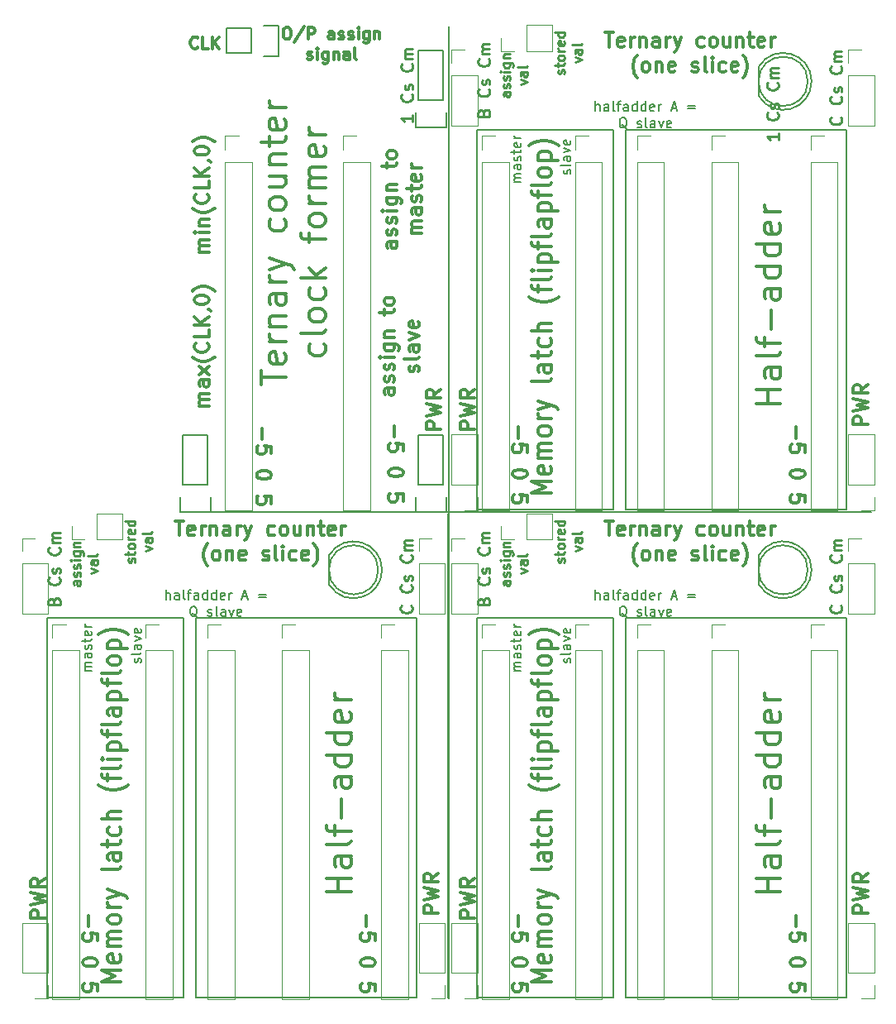
<source format=gto>
G04 #@! TF.FileFunction,Legend,Top*
%FSLAX46Y46*%
G04 Gerber Fmt 4.6, Leading zero omitted, Abs format (unit mm)*
G04 Created by KiCad (PCBNEW 4.0.5+dfsg1-4) date Fri Sep 22 17:31:14 2017*
%MOMM*%
%LPD*%
G01*
G04 APERTURE LIST*
%ADD10C,0.100000*%
%ADD11C,0.250000*%
%ADD12C,0.300000*%
%ADD13C,0.200000*%
%ADD14C,0.120000*%
%ADD15C,0.150000*%
G04 APERTURE END LIST*
D10*
D11*
X117507857Y-37712143D02*
X117507857Y-38397858D01*
X117507857Y-38055000D02*
X116307857Y-38055000D01*
X116479286Y-38169286D01*
X116593571Y-38283572D01*
X116650714Y-38397858D01*
X117393571Y-35597857D02*
X117450714Y-35655000D01*
X117507857Y-35826429D01*
X117507857Y-35940715D01*
X117450714Y-36112143D01*
X117336429Y-36226429D01*
X117222143Y-36283572D01*
X116993571Y-36340715D01*
X116822143Y-36340715D01*
X116593571Y-36283572D01*
X116479286Y-36226429D01*
X116365000Y-36112143D01*
X116307857Y-35940715D01*
X116307857Y-35826429D01*
X116365000Y-35655000D01*
X116422143Y-35597857D01*
X117450714Y-35140715D02*
X117507857Y-35026429D01*
X117507857Y-34797857D01*
X117450714Y-34683572D01*
X117336429Y-34626429D01*
X117279286Y-34626429D01*
X117165000Y-34683572D01*
X117107857Y-34797857D01*
X117107857Y-34969286D01*
X117050714Y-35083572D01*
X116936429Y-35140715D01*
X116879286Y-35140715D01*
X116765000Y-35083572D01*
X116707857Y-34969286D01*
X116707857Y-34797857D01*
X116765000Y-34683572D01*
X117393571Y-32512142D02*
X117450714Y-32569285D01*
X117507857Y-32740714D01*
X117507857Y-32855000D01*
X117450714Y-33026428D01*
X117336429Y-33140714D01*
X117222143Y-33197857D01*
X116993571Y-33255000D01*
X116822143Y-33255000D01*
X116593571Y-33197857D01*
X116479286Y-33140714D01*
X116365000Y-33026428D01*
X116307857Y-32855000D01*
X116307857Y-32740714D01*
X116365000Y-32569285D01*
X116422143Y-32512142D01*
X117507857Y-31997857D02*
X116707857Y-31997857D01*
X116822143Y-31997857D02*
X116765000Y-31940714D01*
X116707857Y-31826428D01*
X116707857Y-31655000D01*
X116765000Y-31540714D01*
X116879286Y-31483571D01*
X117507857Y-31483571D01*
X116879286Y-31483571D02*
X116765000Y-31426428D01*
X116707857Y-31312142D01*
X116707857Y-31140714D01*
X116765000Y-31026428D01*
X116879286Y-30969285D01*
X117507857Y-30969285D01*
D12*
X78142857Y-67642858D02*
X78142857Y-68785715D01*
X79071429Y-70214287D02*
X79071429Y-69500001D01*
X78357143Y-69428572D01*
X78428571Y-69500001D01*
X78500000Y-69642858D01*
X78500000Y-70000001D01*
X78428571Y-70142858D01*
X78357143Y-70214287D01*
X78214286Y-70285715D01*
X77857143Y-70285715D01*
X77714286Y-70214287D01*
X77642857Y-70142858D01*
X77571429Y-70000001D01*
X77571429Y-69642858D01*
X77642857Y-69500001D01*
X77714286Y-69428572D01*
X79071429Y-72357143D02*
X79071429Y-72500000D01*
X79000000Y-72642857D01*
X78928571Y-72714286D01*
X78785714Y-72785715D01*
X78500000Y-72857143D01*
X78142857Y-72857143D01*
X77857143Y-72785715D01*
X77714286Y-72714286D01*
X77642857Y-72642857D01*
X77571429Y-72500000D01*
X77571429Y-72357143D01*
X77642857Y-72214286D01*
X77714286Y-72142857D01*
X77857143Y-72071429D01*
X78142857Y-72000000D01*
X78500000Y-72000000D01*
X78785714Y-72071429D01*
X78928571Y-72142857D01*
X79000000Y-72214286D01*
X79071429Y-72357143D01*
X79071429Y-75357143D02*
X79071429Y-74642857D01*
X78357143Y-74571428D01*
X78428571Y-74642857D01*
X78500000Y-74785714D01*
X78500000Y-75142857D01*
X78428571Y-75285714D01*
X78357143Y-75357143D01*
X78214286Y-75428571D01*
X77857143Y-75428571D01*
X77714286Y-75357143D01*
X77642857Y-75285714D01*
X77571429Y-75142857D01*
X77571429Y-74785714D01*
X77642857Y-74642857D01*
X77714286Y-74571428D01*
X64642857Y-67892858D02*
X64642857Y-69035715D01*
X65571429Y-70464287D02*
X65571429Y-69750001D01*
X64857143Y-69678572D01*
X64928571Y-69750001D01*
X65000000Y-69892858D01*
X65000000Y-70250001D01*
X64928571Y-70392858D01*
X64857143Y-70464287D01*
X64714286Y-70535715D01*
X64357143Y-70535715D01*
X64214286Y-70464287D01*
X64142857Y-70392858D01*
X64071429Y-70250001D01*
X64071429Y-69892858D01*
X64142857Y-69750001D01*
X64214286Y-69678572D01*
X65571429Y-72607143D02*
X65571429Y-72750000D01*
X65500000Y-72892857D01*
X65428571Y-72964286D01*
X65285714Y-73035715D01*
X65000000Y-73107143D01*
X64642857Y-73107143D01*
X64357143Y-73035715D01*
X64214286Y-72964286D01*
X64142857Y-72892857D01*
X64071429Y-72750000D01*
X64071429Y-72607143D01*
X64142857Y-72464286D01*
X64214286Y-72392857D01*
X64357143Y-72321429D01*
X64642857Y-72250000D01*
X65000000Y-72250000D01*
X65285714Y-72321429D01*
X65428571Y-72392857D01*
X65500000Y-72464286D01*
X65571429Y-72607143D01*
X65571429Y-75607143D02*
X65571429Y-74892857D01*
X64857143Y-74821428D01*
X64928571Y-74892857D01*
X65000000Y-75035714D01*
X65000000Y-75392857D01*
X64928571Y-75535714D01*
X64857143Y-75607143D01*
X64714286Y-75678571D01*
X64357143Y-75678571D01*
X64214286Y-75607143D01*
X64142857Y-75535714D01*
X64071429Y-75392857D01*
X64071429Y-75035714D01*
X64142857Y-74892857D01*
X64214286Y-74821428D01*
X82928571Y-68000000D02*
X81428571Y-68000000D01*
X81428571Y-67428572D01*
X81500000Y-67285714D01*
X81571429Y-67214286D01*
X81714286Y-67142857D01*
X81928571Y-67142857D01*
X82071429Y-67214286D01*
X82142857Y-67285714D01*
X82214286Y-67428572D01*
X82214286Y-68000000D01*
X81428571Y-66642857D02*
X82928571Y-66285714D01*
X81857143Y-66000000D01*
X82928571Y-65714286D01*
X81428571Y-65357143D01*
X82928571Y-63928571D02*
X82214286Y-64428571D01*
X82928571Y-64785714D02*
X81428571Y-64785714D01*
X81428571Y-64214286D01*
X81500000Y-64071428D01*
X81571429Y-64000000D01*
X81714286Y-63928571D01*
X81928571Y-63928571D01*
X82071429Y-64000000D01*
X82142857Y-64071428D01*
X82214286Y-64214286D01*
X82214286Y-64785714D01*
D13*
X83750000Y-26750000D02*
X83750000Y-126250000D01*
X56500000Y-76500000D02*
X127000000Y-76500000D01*
D12*
X67069286Y-26867857D02*
X67297857Y-26867857D01*
X67412143Y-26925000D01*
X67526429Y-27039286D01*
X67583571Y-27267857D01*
X67583571Y-27667857D01*
X67526429Y-27896429D01*
X67412143Y-28010714D01*
X67297857Y-28067857D01*
X67069286Y-28067857D01*
X66955000Y-28010714D01*
X66840714Y-27896429D01*
X66783571Y-27667857D01*
X66783571Y-27267857D01*
X66840714Y-27039286D01*
X66955000Y-26925000D01*
X67069286Y-26867857D01*
X68955000Y-26810714D02*
X67926429Y-28353571D01*
X69355000Y-28067857D02*
X69355000Y-26867857D01*
X69812143Y-26867857D01*
X69926429Y-26925000D01*
X69983572Y-26982143D01*
X70040715Y-27096429D01*
X70040715Y-27267857D01*
X69983572Y-27382143D01*
X69926429Y-27439286D01*
X69812143Y-27496429D01*
X69355000Y-27496429D01*
X71983572Y-28067857D02*
X71983572Y-27439286D01*
X71926429Y-27325000D01*
X71812143Y-27267857D01*
X71583572Y-27267857D01*
X71469286Y-27325000D01*
X71983572Y-28010714D02*
X71869286Y-28067857D01*
X71583572Y-28067857D01*
X71469286Y-28010714D01*
X71412143Y-27896429D01*
X71412143Y-27782143D01*
X71469286Y-27667857D01*
X71583572Y-27610714D01*
X71869286Y-27610714D01*
X71983572Y-27553571D01*
X72497857Y-28010714D02*
X72612143Y-28067857D01*
X72840715Y-28067857D01*
X72955000Y-28010714D01*
X73012143Y-27896429D01*
X73012143Y-27839286D01*
X72955000Y-27725000D01*
X72840715Y-27667857D01*
X72669286Y-27667857D01*
X72555000Y-27610714D01*
X72497857Y-27496429D01*
X72497857Y-27439286D01*
X72555000Y-27325000D01*
X72669286Y-27267857D01*
X72840715Y-27267857D01*
X72955000Y-27325000D01*
X73469286Y-28010714D02*
X73583572Y-28067857D01*
X73812144Y-28067857D01*
X73926429Y-28010714D01*
X73983572Y-27896429D01*
X73983572Y-27839286D01*
X73926429Y-27725000D01*
X73812144Y-27667857D01*
X73640715Y-27667857D01*
X73526429Y-27610714D01*
X73469286Y-27496429D01*
X73469286Y-27439286D01*
X73526429Y-27325000D01*
X73640715Y-27267857D01*
X73812144Y-27267857D01*
X73926429Y-27325000D01*
X74497858Y-28067857D02*
X74497858Y-27267857D01*
X74497858Y-26867857D02*
X74440715Y-26925000D01*
X74497858Y-26982143D01*
X74555001Y-26925000D01*
X74497858Y-26867857D01*
X74497858Y-26982143D01*
X75583573Y-27267857D02*
X75583573Y-28239286D01*
X75526430Y-28353571D01*
X75469287Y-28410714D01*
X75355002Y-28467857D01*
X75183573Y-28467857D01*
X75069287Y-28410714D01*
X75583573Y-28010714D02*
X75469287Y-28067857D01*
X75240716Y-28067857D01*
X75126430Y-28010714D01*
X75069287Y-27953571D01*
X75012144Y-27839286D01*
X75012144Y-27496429D01*
X75069287Y-27382143D01*
X75126430Y-27325000D01*
X75240716Y-27267857D01*
X75469287Y-27267857D01*
X75583573Y-27325000D01*
X76155001Y-27267857D02*
X76155001Y-28067857D01*
X76155001Y-27382143D02*
X76212144Y-27325000D01*
X76326430Y-27267857D01*
X76497858Y-27267857D01*
X76612144Y-27325000D01*
X76669287Y-27439286D01*
X76669287Y-28067857D01*
X69269286Y-30110714D02*
X69383572Y-30167857D01*
X69612144Y-30167857D01*
X69726429Y-30110714D01*
X69783572Y-29996429D01*
X69783572Y-29939286D01*
X69726429Y-29825000D01*
X69612144Y-29767857D01*
X69440715Y-29767857D01*
X69326429Y-29710714D01*
X69269286Y-29596429D01*
X69269286Y-29539286D01*
X69326429Y-29425000D01*
X69440715Y-29367857D01*
X69612144Y-29367857D01*
X69726429Y-29425000D01*
X70297858Y-30167857D02*
X70297858Y-29367857D01*
X70297858Y-28967857D02*
X70240715Y-29025000D01*
X70297858Y-29082143D01*
X70355001Y-29025000D01*
X70297858Y-28967857D01*
X70297858Y-29082143D01*
X71383573Y-29367857D02*
X71383573Y-30339286D01*
X71326430Y-30453571D01*
X71269287Y-30510714D01*
X71155002Y-30567857D01*
X70983573Y-30567857D01*
X70869287Y-30510714D01*
X71383573Y-30110714D02*
X71269287Y-30167857D01*
X71040716Y-30167857D01*
X70926430Y-30110714D01*
X70869287Y-30053571D01*
X70812144Y-29939286D01*
X70812144Y-29596429D01*
X70869287Y-29482143D01*
X70926430Y-29425000D01*
X71040716Y-29367857D01*
X71269287Y-29367857D01*
X71383573Y-29425000D01*
X71955001Y-29367857D02*
X71955001Y-30167857D01*
X71955001Y-29482143D02*
X72012144Y-29425000D01*
X72126430Y-29367857D01*
X72297858Y-29367857D01*
X72412144Y-29425000D01*
X72469287Y-29539286D01*
X72469287Y-30167857D01*
X73555001Y-30167857D02*
X73555001Y-29539286D01*
X73497858Y-29425000D01*
X73383572Y-29367857D01*
X73155001Y-29367857D01*
X73040715Y-29425000D01*
X73555001Y-30110714D02*
X73440715Y-30167857D01*
X73155001Y-30167857D01*
X73040715Y-30110714D01*
X72983572Y-29996429D01*
X72983572Y-29882143D01*
X73040715Y-29767857D01*
X73155001Y-29710714D01*
X73440715Y-29710714D01*
X73555001Y-29653571D01*
X74297858Y-30167857D02*
X74183572Y-30110714D01*
X74126429Y-29996429D01*
X74126429Y-28967857D01*
X58035715Y-28928571D02*
X57978572Y-28985714D01*
X57807143Y-29042857D01*
X57692857Y-29042857D01*
X57521429Y-28985714D01*
X57407143Y-28871429D01*
X57350000Y-28757143D01*
X57292857Y-28528571D01*
X57292857Y-28357143D01*
X57350000Y-28128571D01*
X57407143Y-28014286D01*
X57521429Y-27900000D01*
X57692857Y-27842857D01*
X57807143Y-27842857D01*
X57978572Y-27900000D01*
X58035715Y-27957143D01*
X59121429Y-29042857D02*
X58550000Y-29042857D01*
X58550000Y-27842857D01*
X59521429Y-29042857D02*
X59521429Y-27842857D01*
X60207144Y-29042857D02*
X59692858Y-28357143D01*
X60207144Y-27842857D02*
X59521429Y-28528571D01*
D11*
X80042857Y-35807143D02*
X80042857Y-36492858D01*
X80042857Y-36150000D02*
X78842857Y-36150000D01*
X79014286Y-36264286D01*
X79128571Y-36378572D01*
X79185714Y-36492858D01*
X79928571Y-33692857D02*
X79985714Y-33750000D01*
X80042857Y-33921429D01*
X80042857Y-34035715D01*
X79985714Y-34207143D01*
X79871429Y-34321429D01*
X79757143Y-34378572D01*
X79528571Y-34435715D01*
X79357143Y-34435715D01*
X79128571Y-34378572D01*
X79014286Y-34321429D01*
X78900000Y-34207143D01*
X78842857Y-34035715D01*
X78842857Y-33921429D01*
X78900000Y-33750000D01*
X78957143Y-33692857D01*
X79985714Y-33235715D02*
X80042857Y-33121429D01*
X80042857Y-32892857D01*
X79985714Y-32778572D01*
X79871429Y-32721429D01*
X79814286Y-32721429D01*
X79700000Y-32778572D01*
X79642857Y-32892857D01*
X79642857Y-33064286D01*
X79585714Y-33178572D01*
X79471429Y-33235715D01*
X79414286Y-33235715D01*
X79300000Y-33178572D01*
X79242857Y-33064286D01*
X79242857Y-32892857D01*
X79300000Y-32778572D01*
X79928571Y-30607142D02*
X79985714Y-30664285D01*
X80042857Y-30835714D01*
X80042857Y-30950000D01*
X79985714Y-31121428D01*
X79871429Y-31235714D01*
X79757143Y-31292857D01*
X79528571Y-31350000D01*
X79357143Y-31350000D01*
X79128571Y-31292857D01*
X79014286Y-31235714D01*
X78900000Y-31121428D01*
X78842857Y-30950000D01*
X78842857Y-30835714D01*
X78900000Y-30664285D01*
X78957143Y-30607142D01*
X80042857Y-30092857D02*
X79242857Y-30092857D01*
X79357143Y-30092857D02*
X79300000Y-30035714D01*
X79242857Y-29921428D01*
X79242857Y-29750000D01*
X79300000Y-29635714D01*
X79414286Y-29578571D01*
X80042857Y-29578571D01*
X79414286Y-29578571D02*
X79300000Y-29521428D01*
X79242857Y-29407142D01*
X79242857Y-29235714D01*
X79300000Y-29121428D01*
X79414286Y-29064285D01*
X80042857Y-29064285D01*
D12*
X78153571Y-63785715D02*
X77367857Y-63785715D01*
X77225000Y-63857144D01*
X77153571Y-64000001D01*
X77153571Y-64285715D01*
X77225000Y-64428572D01*
X78082143Y-63785715D02*
X78153571Y-63928572D01*
X78153571Y-64285715D01*
X78082143Y-64428572D01*
X77939286Y-64500001D01*
X77796429Y-64500001D01*
X77653571Y-64428572D01*
X77582143Y-64285715D01*
X77582143Y-63928572D01*
X77510714Y-63785715D01*
X78082143Y-63142858D02*
X78153571Y-63000001D01*
X78153571Y-62714286D01*
X78082143Y-62571429D01*
X77939286Y-62500001D01*
X77867857Y-62500001D01*
X77725000Y-62571429D01*
X77653571Y-62714286D01*
X77653571Y-62928572D01*
X77582143Y-63071429D01*
X77439286Y-63142858D01*
X77367857Y-63142858D01*
X77225000Y-63071429D01*
X77153571Y-62928572D01*
X77153571Y-62714286D01*
X77225000Y-62571429D01*
X78082143Y-61928572D02*
X78153571Y-61785715D01*
X78153571Y-61500000D01*
X78082143Y-61357143D01*
X77939286Y-61285715D01*
X77867857Y-61285715D01*
X77725000Y-61357143D01*
X77653571Y-61500000D01*
X77653571Y-61714286D01*
X77582143Y-61857143D01*
X77439286Y-61928572D01*
X77367857Y-61928572D01*
X77225000Y-61857143D01*
X77153571Y-61714286D01*
X77153571Y-61500000D01*
X77225000Y-61357143D01*
X78153571Y-60642857D02*
X77153571Y-60642857D01*
X76653571Y-60642857D02*
X76725000Y-60714286D01*
X76796429Y-60642857D01*
X76725000Y-60571429D01*
X76653571Y-60642857D01*
X76796429Y-60642857D01*
X77153571Y-59285714D02*
X78367857Y-59285714D01*
X78510714Y-59357143D01*
X78582143Y-59428571D01*
X78653571Y-59571428D01*
X78653571Y-59785714D01*
X78582143Y-59928571D01*
X78082143Y-59285714D02*
X78153571Y-59428571D01*
X78153571Y-59714285D01*
X78082143Y-59857143D01*
X78010714Y-59928571D01*
X77867857Y-60000000D01*
X77439286Y-60000000D01*
X77296429Y-59928571D01*
X77225000Y-59857143D01*
X77153571Y-59714285D01*
X77153571Y-59428571D01*
X77225000Y-59285714D01*
X77153571Y-58571428D02*
X78153571Y-58571428D01*
X77296429Y-58571428D02*
X77225000Y-58500000D01*
X77153571Y-58357142D01*
X77153571Y-58142857D01*
X77225000Y-58000000D01*
X77367857Y-57928571D01*
X78153571Y-57928571D01*
X77153571Y-56285714D02*
X77153571Y-55714285D01*
X76653571Y-56071428D02*
X77939286Y-56071428D01*
X78082143Y-56000000D01*
X78153571Y-55857142D01*
X78153571Y-55714285D01*
X78153571Y-54999999D02*
X78082143Y-55142857D01*
X78010714Y-55214285D01*
X77867857Y-55285714D01*
X77439286Y-55285714D01*
X77296429Y-55214285D01*
X77225000Y-55142857D01*
X77153571Y-54999999D01*
X77153571Y-54785714D01*
X77225000Y-54642857D01*
X77296429Y-54571428D01*
X77439286Y-54499999D01*
X77867857Y-54499999D01*
X78010714Y-54571428D01*
X78082143Y-54642857D01*
X78153571Y-54785714D01*
X78153571Y-54999999D01*
X80632143Y-62107143D02*
X80703571Y-61964286D01*
X80703571Y-61678571D01*
X80632143Y-61535714D01*
X80489286Y-61464286D01*
X80417857Y-61464286D01*
X80275000Y-61535714D01*
X80203571Y-61678571D01*
X80203571Y-61892857D01*
X80132143Y-62035714D01*
X79989286Y-62107143D01*
X79917857Y-62107143D01*
X79775000Y-62035714D01*
X79703571Y-61892857D01*
X79703571Y-61678571D01*
X79775000Y-61535714D01*
X80703571Y-60607142D02*
X80632143Y-60750000D01*
X80489286Y-60821428D01*
X79203571Y-60821428D01*
X80703571Y-59392857D02*
X79917857Y-59392857D01*
X79775000Y-59464286D01*
X79703571Y-59607143D01*
X79703571Y-59892857D01*
X79775000Y-60035714D01*
X80632143Y-59392857D02*
X80703571Y-59535714D01*
X80703571Y-59892857D01*
X80632143Y-60035714D01*
X80489286Y-60107143D01*
X80346429Y-60107143D01*
X80203571Y-60035714D01*
X80132143Y-59892857D01*
X80132143Y-59535714D01*
X80060714Y-59392857D01*
X79703571Y-58821428D02*
X80703571Y-58464285D01*
X79703571Y-58107143D01*
X80632143Y-56964286D02*
X80703571Y-57107143D01*
X80703571Y-57392857D01*
X80632143Y-57535714D01*
X80489286Y-57607143D01*
X79917857Y-57607143D01*
X79775000Y-57535714D01*
X79703571Y-57392857D01*
X79703571Y-57107143D01*
X79775000Y-56964286D01*
X79917857Y-56892857D01*
X80060714Y-56892857D01*
X80203571Y-57607143D01*
X78403571Y-48785715D02*
X77617857Y-48785715D01*
X77475000Y-48857144D01*
X77403571Y-49000001D01*
X77403571Y-49285715D01*
X77475000Y-49428572D01*
X78332143Y-48785715D02*
X78403571Y-48928572D01*
X78403571Y-49285715D01*
X78332143Y-49428572D01*
X78189286Y-49500001D01*
X78046429Y-49500001D01*
X77903571Y-49428572D01*
X77832143Y-49285715D01*
X77832143Y-48928572D01*
X77760714Y-48785715D01*
X78332143Y-48142858D02*
X78403571Y-48000001D01*
X78403571Y-47714286D01*
X78332143Y-47571429D01*
X78189286Y-47500001D01*
X78117857Y-47500001D01*
X77975000Y-47571429D01*
X77903571Y-47714286D01*
X77903571Y-47928572D01*
X77832143Y-48071429D01*
X77689286Y-48142858D01*
X77617857Y-48142858D01*
X77475000Y-48071429D01*
X77403571Y-47928572D01*
X77403571Y-47714286D01*
X77475000Y-47571429D01*
X78332143Y-46928572D02*
X78403571Y-46785715D01*
X78403571Y-46500000D01*
X78332143Y-46357143D01*
X78189286Y-46285715D01*
X78117857Y-46285715D01*
X77975000Y-46357143D01*
X77903571Y-46500000D01*
X77903571Y-46714286D01*
X77832143Y-46857143D01*
X77689286Y-46928572D01*
X77617857Y-46928572D01*
X77475000Y-46857143D01*
X77403571Y-46714286D01*
X77403571Y-46500000D01*
X77475000Y-46357143D01*
X78403571Y-45642857D02*
X77403571Y-45642857D01*
X76903571Y-45642857D02*
X76975000Y-45714286D01*
X77046429Y-45642857D01*
X76975000Y-45571429D01*
X76903571Y-45642857D01*
X77046429Y-45642857D01*
X77403571Y-44285714D02*
X78617857Y-44285714D01*
X78760714Y-44357143D01*
X78832143Y-44428571D01*
X78903571Y-44571428D01*
X78903571Y-44785714D01*
X78832143Y-44928571D01*
X78332143Y-44285714D02*
X78403571Y-44428571D01*
X78403571Y-44714285D01*
X78332143Y-44857143D01*
X78260714Y-44928571D01*
X78117857Y-45000000D01*
X77689286Y-45000000D01*
X77546429Y-44928571D01*
X77475000Y-44857143D01*
X77403571Y-44714285D01*
X77403571Y-44428571D01*
X77475000Y-44285714D01*
X77403571Y-43571428D02*
X78403571Y-43571428D01*
X77546429Y-43571428D02*
X77475000Y-43500000D01*
X77403571Y-43357142D01*
X77403571Y-43142857D01*
X77475000Y-43000000D01*
X77617857Y-42928571D01*
X78403571Y-42928571D01*
X77403571Y-41285714D02*
X77403571Y-40714285D01*
X76903571Y-41071428D02*
X78189286Y-41071428D01*
X78332143Y-41000000D01*
X78403571Y-40857142D01*
X78403571Y-40714285D01*
X78403571Y-39999999D02*
X78332143Y-40142857D01*
X78260714Y-40214285D01*
X78117857Y-40285714D01*
X77689286Y-40285714D01*
X77546429Y-40214285D01*
X77475000Y-40142857D01*
X77403571Y-39999999D01*
X77403571Y-39785714D01*
X77475000Y-39642857D01*
X77546429Y-39571428D01*
X77689286Y-39499999D01*
X78117857Y-39499999D01*
X78260714Y-39571428D01*
X78332143Y-39642857D01*
X78403571Y-39785714D01*
X78403571Y-39999999D01*
X80953571Y-47964285D02*
X79953571Y-47964285D01*
X80096429Y-47964285D02*
X80025000Y-47892857D01*
X79953571Y-47749999D01*
X79953571Y-47535714D01*
X80025000Y-47392857D01*
X80167857Y-47321428D01*
X80953571Y-47321428D01*
X80167857Y-47321428D02*
X80025000Y-47249999D01*
X79953571Y-47107142D01*
X79953571Y-46892857D01*
X80025000Y-46749999D01*
X80167857Y-46678571D01*
X80953571Y-46678571D01*
X80953571Y-45321428D02*
X80167857Y-45321428D01*
X80025000Y-45392857D01*
X79953571Y-45535714D01*
X79953571Y-45821428D01*
X80025000Y-45964285D01*
X80882143Y-45321428D02*
X80953571Y-45464285D01*
X80953571Y-45821428D01*
X80882143Y-45964285D01*
X80739286Y-46035714D01*
X80596429Y-46035714D01*
X80453571Y-45964285D01*
X80382143Y-45821428D01*
X80382143Y-45464285D01*
X80310714Y-45321428D01*
X80882143Y-44678571D02*
X80953571Y-44535714D01*
X80953571Y-44249999D01*
X80882143Y-44107142D01*
X80739286Y-44035714D01*
X80667857Y-44035714D01*
X80525000Y-44107142D01*
X80453571Y-44249999D01*
X80453571Y-44464285D01*
X80382143Y-44607142D01*
X80239286Y-44678571D01*
X80167857Y-44678571D01*
X80025000Y-44607142D01*
X79953571Y-44464285D01*
X79953571Y-44249999D01*
X80025000Y-44107142D01*
X79953571Y-43607142D02*
X79953571Y-43035713D01*
X79453571Y-43392856D02*
X80739286Y-43392856D01*
X80882143Y-43321428D01*
X80953571Y-43178570D01*
X80953571Y-43035713D01*
X80882143Y-41964285D02*
X80953571Y-42107142D01*
X80953571Y-42392856D01*
X80882143Y-42535713D01*
X80739286Y-42607142D01*
X80167857Y-42607142D01*
X80025000Y-42535713D01*
X79953571Y-42392856D01*
X79953571Y-42107142D01*
X80025000Y-41964285D01*
X80167857Y-41892856D01*
X80310714Y-41892856D01*
X80453571Y-42607142D01*
X80953571Y-41249999D02*
X79953571Y-41249999D01*
X80239286Y-41249999D02*
X80096429Y-41178571D01*
X80025000Y-41107142D01*
X79953571Y-40964285D01*
X79953571Y-40821428D01*
X59178571Y-65607143D02*
X58178571Y-65607143D01*
X58321429Y-65607143D02*
X58250000Y-65535715D01*
X58178571Y-65392857D01*
X58178571Y-65178572D01*
X58250000Y-65035715D01*
X58392857Y-64964286D01*
X59178571Y-64964286D01*
X58392857Y-64964286D02*
X58250000Y-64892857D01*
X58178571Y-64750000D01*
X58178571Y-64535715D01*
X58250000Y-64392857D01*
X58392857Y-64321429D01*
X59178571Y-64321429D01*
X59178571Y-62964286D02*
X58392857Y-62964286D01*
X58250000Y-63035715D01*
X58178571Y-63178572D01*
X58178571Y-63464286D01*
X58250000Y-63607143D01*
X59107143Y-62964286D02*
X59178571Y-63107143D01*
X59178571Y-63464286D01*
X59107143Y-63607143D01*
X58964286Y-63678572D01*
X58821429Y-63678572D01*
X58678571Y-63607143D01*
X58607143Y-63464286D01*
X58607143Y-63107143D01*
X58535714Y-62964286D01*
X59178571Y-62392857D02*
X58178571Y-61607143D01*
X58178571Y-62392857D02*
X59178571Y-61607143D01*
X59750000Y-60607143D02*
X59678571Y-60678571D01*
X59464286Y-60821428D01*
X59321429Y-60892857D01*
X59107143Y-60964286D01*
X58750000Y-61035714D01*
X58464286Y-61035714D01*
X58107143Y-60964286D01*
X57892857Y-60892857D01*
X57750000Y-60821428D01*
X57535714Y-60678571D01*
X57464286Y-60607143D01*
X59035714Y-59178571D02*
X59107143Y-59250000D01*
X59178571Y-59464286D01*
X59178571Y-59607143D01*
X59107143Y-59821428D01*
X58964286Y-59964286D01*
X58821429Y-60035714D01*
X58535714Y-60107143D01*
X58321429Y-60107143D01*
X58035714Y-60035714D01*
X57892857Y-59964286D01*
X57750000Y-59821428D01*
X57678571Y-59607143D01*
X57678571Y-59464286D01*
X57750000Y-59250000D01*
X57821429Y-59178571D01*
X59178571Y-57821428D02*
X59178571Y-58535714D01*
X57678571Y-58535714D01*
X59178571Y-57321428D02*
X57678571Y-57321428D01*
X59178571Y-56464285D02*
X58321429Y-57107142D01*
X57678571Y-56464285D02*
X58535714Y-57321428D01*
X59107143Y-55750000D02*
X59178571Y-55750000D01*
X59321429Y-55821428D01*
X59392857Y-55892857D01*
X57678571Y-54821428D02*
X57678571Y-54678571D01*
X57750000Y-54535714D01*
X57821429Y-54464285D01*
X57964286Y-54392856D01*
X58250000Y-54321428D01*
X58607143Y-54321428D01*
X58892857Y-54392856D01*
X59035714Y-54464285D01*
X59107143Y-54535714D01*
X59178571Y-54678571D01*
X59178571Y-54821428D01*
X59107143Y-54964285D01*
X59035714Y-55035714D01*
X58892857Y-55107142D01*
X58607143Y-55178571D01*
X58250000Y-55178571D01*
X57964286Y-55107142D01*
X57821429Y-55035714D01*
X57750000Y-54964285D01*
X57678571Y-54821428D01*
X59750000Y-53821428D02*
X59678571Y-53750000D01*
X59464286Y-53607143D01*
X59321429Y-53535714D01*
X59107143Y-53464285D01*
X58750000Y-53392857D01*
X58464286Y-53392857D01*
X58107143Y-53464285D01*
X57892857Y-53535714D01*
X57750000Y-53607143D01*
X57535714Y-53750000D01*
X57464286Y-53821428D01*
X59178571Y-49857143D02*
X58178571Y-49857143D01*
X58321429Y-49857143D02*
X58250000Y-49785715D01*
X58178571Y-49642857D01*
X58178571Y-49428572D01*
X58250000Y-49285715D01*
X58392857Y-49214286D01*
X59178571Y-49214286D01*
X58392857Y-49214286D02*
X58250000Y-49142857D01*
X58178571Y-49000000D01*
X58178571Y-48785715D01*
X58250000Y-48642857D01*
X58392857Y-48571429D01*
X59178571Y-48571429D01*
X59178571Y-47857143D02*
X58178571Y-47857143D01*
X57678571Y-47857143D02*
X57750000Y-47928572D01*
X57821429Y-47857143D01*
X57750000Y-47785715D01*
X57678571Y-47857143D01*
X57821429Y-47857143D01*
X58178571Y-47142857D02*
X59178571Y-47142857D01*
X58321429Y-47142857D02*
X58250000Y-47071429D01*
X58178571Y-46928571D01*
X58178571Y-46714286D01*
X58250000Y-46571429D01*
X58392857Y-46500000D01*
X59178571Y-46500000D01*
X59750000Y-45357143D02*
X59678571Y-45428571D01*
X59464286Y-45571428D01*
X59321429Y-45642857D01*
X59107143Y-45714286D01*
X58750000Y-45785714D01*
X58464286Y-45785714D01*
X58107143Y-45714286D01*
X57892857Y-45642857D01*
X57750000Y-45571428D01*
X57535714Y-45428571D01*
X57464286Y-45357143D01*
X59035714Y-43928571D02*
X59107143Y-44000000D01*
X59178571Y-44214286D01*
X59178571Y-44357143D01*
X59107143Y-44571428D01*
X58964286Y-44714286D01*
X58821429Y-44785714D01*
X58535714Y-44857143D01*
X58321429Y-44857143D01*
X58035714Y-44785714D01*
X57892857Y-44714286D01*
X57750000Y-44571428D01*
X57678571Y-44357143D01*
X57678571Y-44214286D01*
X57750000Y-44000000D01*
X57821429Y-43928571D01*
X59178571Y-42571428D02*
X59178571Y-43285714D01*
X57678571Y-43285714D01*
X59178571Y-42071428D02*
X57678571Y-42071428D01*
X59178571Y-41214285D02*
X58321429Y-41857142D01*
X57678571Y-41214285D02*
X58535714Y-42071428D01*
X59107143Y-40500000D02*
X59178571Y-40500000D01*
X59321429Y-40571428D01*
X59392857Y-40642857D01*
X57678571Y-39571428D02*
X57678571Y-39428571D01*
X57750000Y-39285714D01*
X57821429Y-39214285D01*
X57964286Y-39142856D01*
X58250000Y-39071428D01*
X58607143Y-39071428D01*
X58892857Y-39142856D01*
X59035714Y-39214285D01*
X59107143Y-39285714D01*
X59178571Y-39428571D01*
X59178571Y-39571428D01*
X59107143Y-39714285D01*
X59035714Y-39785714D01*
X58892857Y-39857142D01*
X58607143Y-39928571D01*
X58250000Y-39928571D01*
X57964286Y-39857142D01*
X57821429Y-39785714D01*
X57750000Y-39714285D01*
X57678571Y-39571428D01*
X59750000Y-38571428D02*
X59678571Y-38500000D01*
X59464286Y-38357143D01*
X59321429Y-38285714D01*
X59107143Y-38214285D01*
X58750000Y-38142857D01*
X58464286Y-38142857D01*
X58107143Y-38214285D01*
X57892857Y-38285714D01*
X57750000Y-38357143D01*
X57535714Y-38500000D01*
X57464286Y-38571428D01*
D13*
X83700000Y-76600000D02*
X83700000Y-126200000D01*
X54777251Y-85417681D02*
X54777251Y-84417681D01*
X55205823Y-85417681D02*
X55205823Y-84893871D01*
X55158204Y-84798633D01*
X55062966Y-84751014D01*
X54920108Y-84751014D01*
X54824870Y-84798633D01*
X54777251Y-84846252D01*
X56110585Y-85417681D02*
X56110585Y-84893871D01*
X56062966Y-84798633D01*
X55967728Y-84751014D01*
X55777251Y-84751014D01*
X55682013Y-84798633D01*
X56110585Y-85370062D02*
X56015347Y-85417681D01*
X55777251Y-85417681D01*
X55682013Y-85370062D01*
X55634394Y-85274824D01*
X55634394Y-85179586D01*
X55682013Y-85084348D01*
X55777251Y-85036729D01*
X56015347Y-85036729D01*
X56110585Y-84989110D01*
X56729632Y-85417681D02*
X56634394Y-85370062D01*
X56586775Y-85274824D01*
X56586775Y-84417681D01*
X56967728Y-84751014D02*
X57348680Y-84751014D01*
X57110585Y-85417681D02*
X57110585Y-84560538D01*
X57158204Y-84465300D01*
X57253442Y-84417681D01*
X57348680Y-84417681D01*
X58110586Y-85417681D02*
X58110586Y-84893871D01*
X58062967Y-84798633D01*
X57967729Y-84751014D01*
X57777252Y-84751014D01*
X57682014Y-84798633D01*
X58110586Y-85370062D02*
X58015348Y-85417681D01*
X57777252Y-85417681D01*
X57682014Y-85370062D01*
X57634395Y-85274824D01*
X57634395Y-85179586D01*
X57682014Y-85084348D01*
X57777252Y-85036729D01*
X58015348Y-85036729D01*
X58110586Y-84989110D01*
X59015348Y-85417681D02*
X59015348Y-84417681D01*
X59015348Y-85370062D02*
X58920110Y-85417681D01*
X58729633Y-85417681D01*
X58634395Y-85370062D01*
X58586776Y-85322443D01*
X58539157Y-85227205D01*
X58539157Y-84941490D01*
X58586776Y-84846252D01*
X58634395Y-84798633D01*
X58729633Y-84751014D01*
X58920110Y-84751014D01*
X59015348Y-84798633D01*
X59920110Y-85417681D02*
X59920110Y-84417681D01*
X59920110Y-85370062D02*
X59824872Y-85417681D01*
X59634395Y-85417681D01*
X59539157Y-85370062D01*
X59491538Y-85322443D01*
X59443919Y-85227205D01*
X59443919Y-84941490D01*
X59491538Y-84846252D01*
X59539157Y-84798633D01*
X59634395Y-84751014D01*
X59824872Y-84751014D01*
X59920110Y-84798633D01*
X60777253Y-85370062D02*
X60682015Y-85417681D01*
X60491538Y-85417681D01*
X60396300Y-85370062D01*
X60348681Y-85274824D01*
X60348681Y-84893871D01*
X60396300Y-84798633D01*
X60491538Y-84751014D01*
X60682015Y-84751014D01*
X60777253Y-84798633D01*
X60824872Y-84893871D01*
X60824872Y-84989110D01*
X60348681Y-85084348D01*
X61253443Y-85417681D02*
X61253443Y-84751014D01*
X61253443Y-84941490D02*
X61301062Y-84846252D01*
X61348681Y-84798633D01*
X61443919Y-84751014D01*
X61539158Y-84751014D01*
X62586777Y-85131967D02*
X63062968Y-85131967D01*
X62491539Y-85417681D02*
X62824872Y-84417681D01*
X63158206Y-85417681D01*
X64253444Y-84893871D02*
X65015349Y-84893871D01*
X65015349Y-85179586D02*
X64253444Y-85179586D01*
X57967728Y-87212919D02*
X57872490Y-87165300D01*
X57777252Y-87070062D01*
X57634395Y-86927205D01*
X57539156Y-86879586D01*
X57443918Y-86879586D01*
X57491537Y-87117681D02*
X57396299Y-87070062D01*
X57301061Y-86974824D01*
X57253442Y-86784348D01*
X57253442Y-86451014D01*
X57301061Y-86260538D01*
X57396299Y-86165300D01*
X57491537Y-86117681D01*
X57682014Y-86117681D01*
X57777252Y-86165300D01*
X57872490Y-86260538D01*
X57920109Y-86451014D01*
X57920109Y-86784348D01*
X57872490Y-86974824D01*
X57777252Y-87070062D01*
X57682014Y-87117681D01*
X57491537Y-87117681D01*
X59062966Y-87070062D02*
X59158204Y-87117681D01*
X59348680Y-87117681D01*
X59443919Y-87070062D01*
X59491538Y-86974824D01*
X59491538Y-86927205D01*
X59443919Y-86831967D01*
X59348680Y-86784348D01*
X59205823Y-86784348D01*
X59110585Y-86736729D01*
X59062966Y-86641490D01*
X59062966Y-86593871D01*
X59110585Y-86498633D01*
X59205823Y-86451014D01*
X59348680Y-86451014D01*
X59443919Y-86498633D01*
X60062966Y-87117681D02*
X59967728Y-87070062D01*
X59920109Y-86974824D01*
X59920109Y-86117681D01*
X60872491Y-87117681D02*
X60872491Y-86593871D01*
X60824872Y-86498633D01*
X60729634Y-86451014D01*
X60539157Y-86451014D01*
X60443919Y-86498633D01*
X60872491Y-87070062D02*
X60777253Y-87117681D01*
X60539157Y-87117681D01*
X60443919Y-87070062D01*
X60396300Y-86974824D01*
X60396300Y-86879586D01*
X60443919Y-86784348D01*
X60539157Y-86736729D01*
X60777253Y-86736729D01*
X60872491Y-86689110D01*
X61253443Y-86451014D02*
X61491538Y-87117681D01*
X61729634Y-86451014D01*
X62491539Y-87070062D02*
X62396301Y-87117681D01*
X62205824Y-87117681D01*
X62110586Y-87070062D01*
X62062967Y-86974824D01*
X62062967Y-86593871D01*
X62110586Y-86498633D01*
X62205824Y-86451014D01*
X62396301Y-86451014D01*
X62491539Y-86498633D01*
X62539158Y-86593871D01*
X62539158Y-86689110D01*
X62062967Y-86784348D01*
X42624300Y-126201300D02*
X42624300Y-87339300D01*
X56594300Y-87339300D02*
X56594300Y-126201300D01*
X52173062Y-91871396D02*
X52220681Y-91776158D01*
X52220681Y-91585682D01*
X52173062Y-91490443D01*
X52077824Y-91442824D01*
X52030205Y-91442824D01*
X51934967Y-91490443D01*
X51887348Y-91585682D01*
X51887348Y-91728539D01*
X51839729Y-91823777D01*
X51744490Y-91871396D01*
X51696871Y-91871396D01*
X51601633Y-91823777D01*
X51554014Y-91728539D01*
X51554014Y-91585682D01*
X51601633Y-91490443D01*
X52220681Y-90871396D02*
X52173062Y-90966634D01*
X52077824Y-91014253D01*
X51220681Y-91014253D01*
X52220681Y-90061871D02*
X51696871Y-90061871D01*
X51601633Y-90109490D01*
X51554014Y-90204728D01*
X51554014Y-90395205D01*
X51601633Y-90490443D01*
X52173062Y-90061871D02*
X52220681Y-90157109D01*
X52220681Y-90395205D01*
X52173062Y-90490443D01*
X52077824Y-90538062D01*
X51982586Y-90538062D01*
X51887348Y-90490443D01*
X51839729Y-90395205D01*
X51839729Y-90157109D01*
X51792110Y-90061871D01*
X51554014Y-89680919D02*
X52220681Y-89442824D01*
X51554014Y-89204728D01*
X52173062Y-88442823D02*
X52220681Y-88538061D01*
X52220681Y-88728538D01*
X52173062Y-88823776D01*
X52077824Y-88871395D01*
X51696871Y-88871395D01*
X51601633Y-88823776D01*
X51554014Y-88728538D01*
X51554014Y-88538061D01*
X51601633Y-88442823D01*
X51696871Y-88395204D01*
X51792110Y-88395204D01*
X51887348Y-88871395D01*
X80470300Y-126201300D02*
X80470300Y-87339300D01*
X57864300Y-87339300D02*
X57864300Y-126201300D01*
D12*
X55754015Y-77368871D02*
X56611158Y-77368871D01*
X56182587Y-78868871D02*
X56182587Y-77368871D01*
X57682586Y-78797443D02*
X57539729Y-78868871D01*
X57254015Y-78868871D01*
X57111158Y-78797443D01*
X57039729Y-78654586D01*
X57039729Y-78083157D01*
X57111158Y-77940300D01*
X57254015Y-77868871D01*
X57539729Y-77868871D01*
X57682586Y-77940300D01*
X57754015Y-78083157D01*
X57754015Y-78226014D01*
X57039729Y-78368871D01*
X58396872Y-78868871D02*
X58396872Y-77868871D01*
X58396872Y-78154586D02*
X58468300Y-78011729D01*
X58539729Y-77940300D01*
X58682586Y-77868871D01*
X58825443Y-77868871D01*
X59325443Y-77868871D02*
X59325443Y-78868871D01*
X59325443Y-78011729D02*
X59396871Y-77940300D01*
X59539729Y-77868871D01*
X59754014Y-77868871D01*
X59896871Y-77940300D01*
X59968300Y-78083157D01*
X59968300Y-78868871D01*
X61325443Y-78868871D02*
X61325443Y-78083157D01*
X61254014Y-77940300D01*
X61111157Y-77868871D01*
X60825443Y-77868871D01*
X60682586Y-77940300D01*
X61325443Y-78797443D02*
X61182586Y-78868871D01*
X60825443Y-78868871D01*
X60682586Y-78797443D01*
X60611157Y-78654586D01*
X60611157Y-78511729D01*
X60682586Y-78368871D01*
X60825443Y-78297443D01*
X61182586Y-78297443D01*
X61325443Y-78226014D01*
X62039729Y-78868871D02*
X62039729Y-77868871D01*
X62039729Y-78154586D02*
X62111157Y-78011729D01*
X62182586Y-77940300D01*
X62325443Y-77868871D01*
X62468300Y-77868871D01*
X62825443Y-77868871D02*
X63182586Y-78868871D01*
X63539728Y-77868871D02*
X63182586Y-78868871D01*
X63039728Y-79226014D01*
X62968300Y-79297443D01*
X62825443Y-79368871D01*
X65896871Y-78797443D02*
X65754014Y-78868871D01*
X65468300Y-78868871D01*
X65325442Y-78797443D01*
X65254014Y-78726014D01*
X65182585Y-78583157D01*
X65182585Y-78154586D01*
X65254014Y-78011729D01*
X65325442Y-77940300D01*
X65468300Y-77868871D01*
X65754014Y-77868871D01*
X65896871Y-77940300D01*
X66754014Y-78868871D02*
X66611156Y-78797443D01*
X66539728Y-78726014D01*
X66468299Y-78583157D01*
X66468299Y-78154586D01*
X66539728Y-78011729D01*
X66611156Y-77940300D01*
X66754014Y-77868871D01*
X66968299Y-77868871D01*
X67111156Y-77940300D01*
X67182585Y-78011729D01*
X67254014Y-78154586D01*
X67254014Y-78583157D01*
X67182585Y-78726014D01*
X67111156Y-78797443D01*
X66968299Y-78868871D01*
X66754014Y-78868871D01*
X68539728Y-77868871D02*
X68539728Y-78868871D01*
X67896871Y-77868871D02*
X67896871Y-78654586D01*
X67968299Y-78797443D01*
X68111157Y-78868871D01*
X68325442Y-78868871D01*
X68468299Y-78797443D01*
X68539728Y-78726014D01*
X69254014Y-77868871D02*
X69254014Y-78868871D01*
X69254014Y-78011729D02*
X69325442Y-77940300D01*
X69468300Y-77868871D01*
X69682585Y-77868871D01*
X69825442Y-77940300D01*
X69896871Y-78083157D01*
X69896871Y-78868871D01*
X70396871Y-77868871D02*
X70968300Y-77868871D01*
X70611157Y-77368871D02*
X70611157Y-78654586D01*
X70682585Y-78797443D01*
X70825443Y-78868871D01*
X70968300Y-78868871D01*
X72039728Y-78797443D02*
X71896871Y-78868871D01*
X71611157Y-78868871D01*
X71468300Y-78797443D01*
X71396871Y-78654586D01*
X71396871Y-78083157D01*
X71468300Y-77940300D01*
X71611157Y-77868871D01*
X71896871Y-77868871D01*
X72039728Y-77940300D01*
X72111157Y-78083157D01*
X72111157Y-78226014D01*
X71396871Y-78368871D01*
X72754014Y-78868871D02*
X72754014Y-77868871D01*
X72754014Y-78154586D02*
X72825442Y-78011729D01*
X72896871Y-77940300D01*
X73039728Y-77868871D01*
X73182585Y-77868871D01*
X59039729Y-81990300D02*
X58968301Y-81918871D01*
X58825444Y-81704586D01*
X58754015Y-81561729D01*
X58682586Y-81347443D01*
X58611158Y-80990300D01*
X58611158Y-80704586D01*
X58682586Y-80347443D01*
X58754015Y-80133157D01*
X58825444Y-79990300D01*
X58968301Y-79776014D01*
X59039729Y-79704586D01*
X59825444Y-81418871D02*
X59682586Y-81347443D01*
X59611158Y-81276014D01*
X59539729Y-81133157D01*
X59539729Y-80704586D01*
X59611158Y-80561729D01*
X59682586Y-80490300D01*
X59825444Y-80418871D01*
X60039729Y-80418871D01*
X60182586Y-80490300D01*
X60254015Y-80561729D01*
X60325444Y-80704586D01*
X60325444Y-81133157D01*
X60254015Y-81276014D01*
X60182586Y-81347443D01*
X60039729Y-81418871D01*
X59825444Y-81418871D01*
X60968301Y-80418871D02*
X60968301Y-81418871D01*
X60968301Y-80561729D02*
X61039729Y-80490300D01*
X61182587Y-80418871D01*
X61396872Y-80418871D01*
X61539729Y-80490300D01*
X61611158Y-80633157D01*
X61611158Y-81418871D01*
X62896872Y-81347443D02*
X62754015Y-81418871D01*
X62468301Y-81418871D01*
X62325444Y-81347443D01*
X62254015Y-81204586D01*
X62254015Y-80633157D01*
X62325444Y-80490300D01*
X62468301Y-80418871D01*
X62754015Y-80418871D01*
X62896872Y-80490300D01*
X62968301Y-80633157D01*
X62968301Y-80776014D01*
X62254015Y-80918871D01*
X64682586Y-81347443D02*
X64825443Y-81418871D01*
X65111158Y-81418871D01*
X65254015Y-81347443D01*
X65325443Y-81204586D01*
X65325443Y-81133157D01*
X65254015Y-80990300D01*
X65111158Y-80918871D01*
X64896872Y-80918871D01*
X64754015Y-80847443D01*
X64682586Y-80704586D01*
X64682586Y-80633157D01*
X64754015Y-80490300D01*
X64896872Y-80418871D01*
X65111158Y-80418871D01*
X65254015Y-80490300D01*
X66182587Y-81418871D02*
X66039729Y-81347443D01*
X65968301Y-81204586D01*
X65968301Y-79918871D01*
X66754015Y-81418871D02*
X66754015Y-80418871D01*
X66754015Y-79918871D02*
X66682586Y-79990300D01*
X66754015Y-80061729D01*
X66825443Y-79990300D01*
X66754015Y-79918871D01*
X66754015Y-80061729D01*
X68111158Y-81347443D02*
X67968301Y-81418871D01*
X67682587Y-81418871D01*
X67539729Y-81347443D01*
X67468301Y-81276014D01*
X67396872Y-81133157D01*
X67396872Y-80704586D01*
X67468301Y-80561729D01*
X67539729Y-80490300D01*
X67682587Y-80418871D01*
X67968301Y-80418871D01*
X68111158Y-80490300D01*
X69325443Y-81347443D02*
X69182586Y-81418871D01*
X68896872Y-81418871D01*
X68754015Y-81347443D01*
X68682586Y-81204586D01*
X68682586Y-80633157D01*
X68754015Y-80490300D01*
X68896872Y-80418871D01*
X69182586Y-80418871D01*
X69325443Y-80490300D01*
X69396872Y-80633157D01*
X69396872Y-80776014D01*
X68682586Y-80918871D01*
X69896872Y-81990300D02*
X69968300Y-81918871D01*
X70111157Y-81704586D01*
X70182586Y-81561729D01*
X70254015Y-81347443D01*
X70325443Y-80990300D01*
X70325443Y-80704586D01*
X70254015Y-80347443D01*
X70182586Y-80133157D01*
X70111157Y-79990300D01*
X69968300Y-79776014D01*
X69896872Y-79704586D01*
D11*
X79882871Y-86049871D02*
X79940014Y-86107014D01*
X79997157Y-86278443D01*
X79997157Y-86392729D01*
X79940014Y-86564157D01*
X79825729Y-86678443D01*
X79711443Y-86735586D01*
X79482871Y-86792729D01*
X79311443Y-86792729D01*
X79082871Y-86735586D01*
X78968586Y-86678443D01*
X78854300Y-86564157D01*
X78797157Y-86392729D01*
X78797157Y-86278443D01*
X78854300Y-86107014D01*
X78911443Y-86049871D01*
X79882871Y-83935585D02*
X79940014Y-83992728D01*
X79997157Y-84164157D01*
X79997157Y-84278443D01*
X79940014Y-84449871D01*
X79825729Y-84564157D01*
X79711443Y-84621300D01*
X79482871Y-84678443D01*
X79311443Y-84678443D01*
X79082871Y-84621300D01*
X78968586Y-84564157D01*
X78854300Y-84449871D01*
X78797157Y-84278443D01*
X78797157Y-84164157D01*
X78854300Y-83992728D01*
X78911443Y-83935585D01*
X79940014Y-83478443D02*
X79997157Y-83364157D01*
X79997157Y-83135585D01*
X79940014Y-83021300D01*
X79825729Y-82964157D01*
X79768586Y-82964157D01*
X79654300Y-83021300D01*
X79597157Y-83135585D01*
X79597157Y-83307014D01*
X79540014Y-83421300D01*
X79425729Y-83478443D01*
X79368586Y-83478443D01*
X79254300Y-83421300D01*
X79197157Y-83307014D01*
X79197157Y-83135585D01*
X79254300Y-83021300D01*
X79882871Y-80849870D02*
X79940014Y-80907013D01*
X79997157Y-81078442D01*
X79997157Y-81192728D01*
X79940014Y-81364156D01*
X79825729Y-81478442D01*
X79711443Y-81535585D01*
X79482871Y-81592728D01*
X79311443Y-81592728D01*
X79082871Y-81535585D01*
X78968586Y-81478442D01*
X78854300Y-81364156D01*
X78797157Y-81192728D01*
X78797157Y-81078442D01*
X78854300Y-80907013D01*
X78911443Y-80849870D01*
X79997157Y-80335585D02*
X79197157Y-80335585D01*
X79311443Y-80335585D02*
X79254300Y-80278442D01*
X79197157Y-80164156D01*
X79197157Y-79992728D01*
X79254300Y-79878442D01*
X79368586Y-79821299D01*
X79997157Y-79821299D01*
X79368586Y-79821299D02*
X79254300Y-79764156D01*
X79197157Y-79649870D01*
X79197157Y-79478442D01*
X79254300Y-79364156D01*
X79368586Y-79307013D01*
X79997157Y-79307013D01*
X46011681Y-83489395D02*
X45487871Y-83489395D01*
X45392633Y-83537014D01*
X45345014Y-83632252D01*
X45345014Y-83822729D01*
X45392633Y-83917967D01*
X45964062Y-83489395D02*
X46011681Y-83584633D01*
X46011681Y-83822729D01*
X45964062Y-83917967D01*
X45868824Y-83965586D01*
X45773586Y-83965586D01*
X45678348Y-83917967D01*
X45630729Y-83822729D01*
X45630729Y-83584633D01*
X45583110Y-83489395D01*
X45964062Y-83060824D02*
X46011681Y-82965586D01*
X46011681Y-82775110D01*
X45964062Y-82679871D01*
X45868824Y-82632252D01*
X45821205Y-82632252D01*
X45725967Y-82679871D01*
X45678348Y-82775110D01*
X45678348Y-82917967D01*
X45630729Y-83013205D01*
X45535490Y-83060824D01*
X45487871Y-83060824D01*
X45392633Y-83013205D01*
X45345014Y-82917967D01*
X45345014Y-82775110D01*
X45392633Y-82679871D01*
X45964062Y-82251300D02*
X46011681Y-82156062D01*
X46011681Y-81965586D01*
X45964062Y-81870347D01*
X45868824Y-81822728D01*
X45821205Y-81822728D01*
X45725967Y-81870347D01*
X45678348Y-81965586D01*
X45678348Y-82108443D01*
X45630729Y-82203681D01*
X45535490Y-82251300D01*
X45487871Y-82251300D01*
X45392633Y-82203681D01*
X45345014Y-82108443D01*
X45345014Y-81965586D01*
X45392633Y-81870347D01*
X46011681Y-81394157D02*
X45345014Y-81394157D01*
X45011681Y-81394157D02*
X45059300Y-81441776D01*
X45106919Y-81394157D01*
X45059300Y-81346538D01*
X45011681Y-81394157D01*
X45106919Y-81394157D01*
X45345014Y-80489395D02*
X46154538Y-80489395D01*
X46249776Y-80537014D01*
X46297395Y-80584633D01*
X46345014Y-80679872D01*
X46345014Y-80822729D01*
X46297395Y-80917967D01*
X45964062Y-80489395D02*
X46011681Y-80584633D01*
X46011681Y-80775110D01*
X45964062Y-80870348D01*
X45916443Y-80917967D01*
X45821205Y-80965586D01*
X45535490Y-80965586D01*
X45440252Y-80917967D01*
X45392633Y-80870348D01*
X45345014Y-80775110D01*
X45345014Y-80584633D01*
X45392633Y-80489395D01*
X45345014Y-80013205D02*
X46011681Y-80013205D01*
X45440252Y-80013205D02*
X45392633Y-79965586D01*
X45345014Y-79870348D01*
X45345014Y-79727490D01*
X45392633Y-79632252D01*
X45487871Y-79584633D01*
X46011681Y-79584633D01*
X47095014Y-82703681D02*
X47761681Y-82465586D01*
X47095014Y-82227490D01*
X47761681Y-81417966D02*
X47237871Y-81417966D01*
X47142633Y-81465585D01*
X47095014Y-81560823D01*
X47095014Y-81751300D01*
X47142633Y-81846538D01*
X47714062Y-81417966D02*
X47761681Y-81513204D01*
X47761681Y-81751300D01*
X47714062Y-81846538D01*
X47618824Y-81894157D01*
X47523586Y-81894157D01*
X47428348Y-81846538D01*
X47380729Y-81751300D01*
X47380729Y-81513204D01*
X47333110Y-81417966D01*
X47761681Y-80798919D02*
X47714062Y-80894157D01*
X47618824Y-80941776D01*
X46761681Y-80941776D01*
X51552062Y-81608158D02*
X51599681Y-81512920D01*
X51599681Y-81322444D01*
X51552062Y-81227205D01*
X51456824Y-81179586D01*
X51409205Y-81179586D01*
X51313967Y-81227205D01*
X51266348Y-81322444D01*
X51266348Y-81465301D01*
X51218729Y-81560539D01*
X51123490Y-81608158D01*
X51075871Y-81608158D01*
X50980633Y-81560539D01*
X50933014Y-81465301D01*
X50933014Y-81322444D01*
X50980633Y-81227205D01*
X50933014Y-80893872D02*
X50933014Y-80512920D01*
X50599681Y-80751015D02*
X51456824Y-80751015D01*
X51552062Y-80703396D01*
X51599681Y-80608158D01*
X51599681Y-80512920D01*
X51599681Y-80036729D02*
X51552062Y-80131967D01*
X51504443Y-80179586D01*
X51409205Y-80227205D01*
X51123490Y-80227205D01*
X51028252Y-80179586D01*
X50980633Y-80131967D01*
X50933014Y-80036729D01*
X50933014Y-79893871D01*
X50980633Y-79798633D01*
X51028252Y-79751014D01*
X51123490Y-79703395D01*
X51409205Y-79703395D01*
X51504443Y-79751014D01*
X51552062Y-79798633D01*
X51599681Y-79893871D01*
X51599681Y-80036729D01*
X51599681Y-79274824D02*
X50933014Y-79274824D01*
X51123490Y-79274824D02*
X51028252Y-79227205D01*
X50980633Y-79179586D01*
X50933014Y-79084348D01*
X50933014Y-78989109D01*
X51552062Y-78274823D02*
X51599681Y-78370061D01*
X51599681Y-78560538D01*
X51552062Y-78655776D01*
X51456824Y-78703395D01*
X51075871Y-78703395D01*
X50980633Y-78655776D01*
X50933014Y-78560538D01*
X50933014Y-78370061D01*
X50980633Y-78274823D01*
X51075871Y-78227204D01*
X51171110Y-78227204D01*
X51266348Y-78703395D01*
X51599681Y-77370061D02*
X50599681Y-77370061D01*
X51552062Y-77370061D02*
X51599681Y-77465299D01*
X51599681Y-77655776D01*
X51552062Y-77751014D01*
X51504443Y-77798633D01*
X51409205Y-77846252D01*
X51123490Y-77846252D01*
X51028252Y-77798633D01*
X50980633Y-77751014D01*
X50933014Y-77655776D01*
X50933014Y-77465299D01*
X50980633Y-77370061D01*
X52683014Y-80417681D02*
X53349681Y-80179586D01*
X52683014Y-79941490D01*
X53349681Y-79131966D02*
X52825871Y-79131966D01*
X52730633Y-79179585D01*
X52683014Y-79274823D01*
X52683014Y-79465300D01*
X52730633Y-79560538D01*
X53302062Y-79131966D02*
X53349681Y-79227204D01*
X53349681Y-79465300D01*
X53302062Y-79560538D01*
X53206824Y-79608157D01*
X53111586Y-79608157D01*
X53016348Y-79560538D01*
X52968729Y-79465300D01*
X52968729Y-79227204D01*
X52921110Y-79131966D01*
X53349681Y-78512919D02*
X53302062Y-78608157D01*
X53206824Y-78655776D01*
X52349681Y-78655776D01*
X43300586Y-85573586D02*
X43357729Y-85402157D01*
X43414871Y-85345014D01*
X43529157Y-85287871D01*
X43700586Y-85287871D01*
X43814871Y-85345014D01*
X43872014Y-85402157D01*
X43929157Y-85516443D01*
X43929157Y-85973586D01*
X42729157Y-85973586D01*
X42729157Y-85573586D01*
X42786300Y-85459300D01*
X42843443Y-85402157D01*
X42957729Y-85345014D01*
X43072014Y-85345014D01*
X43186300Y-85402157D01*
X43243443Y-85459300D01*
X43300586Y-85573586D01*
X43300586Y-85973586D01*
X43814871Y-83173585D02*
X43872014Y-83230728D01*
X43929157Y-83402157D01*
X43929157Y-83516443D01*
X43872014Y-83687871D01*
X43757729Y-83802157D01*
X43643443Y-83859300D01*
X43414871Y-83916443D01*
X43243443Y-83916443D01*
X43014871Y-83859300D01*
X42900586Y-83802157D01*
X42786300Y-83687871D01*
X42729157Y-83516443D01*
X42729157Y-83402157D01*
X42786300Y-83230728D01*
X42843443Y-83173585D01*
X43872014Y-82716443D02*
X43929157Y-82602157D01*
X43929157Y-82373585D01*
X43872014Y-82259300D01*
X43757729Y-82202157D01*
X43700586Y-82202157D01*
X43586300Y-82259300D01*
X43529157Y-82373585D01*
X43529157Y-82545014D01*
X43472014Y-82659300D01*
X43357729Y-82716443D01*
X43300586Y-82716443D01*
X43186300Y-82659300D01*
X43129157Y-82545014D01*
X43129157Y-82373585D01*
X43186300Y-82259300D01*
X43814871Y-80087870D02*
X43872014Y-80145013D01*
X43929157Y-80316442D01*
X43929157Y-80430728D01*
X43872014Y-80602156D01*
X43757729Y-80716442D01*
X43643443Y-80773585D01*
X43414871Y-80830728D01*
X43243443Y-80830728D01*
X43014871Y-80773585D01*
X42900586Y-80716442D01*
X42786300Y-80602156D01*
X42729157Y-80430728D01*
X42729157Y-80316442D01*
X42786300Y-80145013D01*
X42843443Y-80087870D01*
X43929157Y-79573585D02*
X43129157Y-79573585D01*
X43243443Y-79573585D02*
X43186300Y-79516442D01*
X43129157Y-79402156D01*
X43129157Y-79230728D01*
X43186300Y-79116442D01*
X43300586Y-79059299D01*
X43929157Y-79059299D01*
X43300586Y-79059299D02*
X43186300Y-79002156D01*
X43129157Y-78887870D01*
X43129157Y-78716442D01*
X43186300Y-78602156D01*
X43300586Y-78545013D01*
X43929157Y-78545013D01*
D12*
X42403571Y-118040000D02*
X40903571Y-118040000D01*
X40903571Y-117468572D01*
X40975000Y-117325714D01*
X41046429Y-117254286D01*
X41189286Y-117182857D01*
X41403571Y-117182857D01*
X41546429Y-117254286D01*
X41617857Y-117325714D01*
X41689286Y-117468572D01*
X41689286Y-118040000D01*
X40903571Y-116682857D02*
X42403571Y-116325714D01*
X41332143Y-116040000D01*
X42403571Y-115754286D01*
X40903571Y-115397143D01*
X42403571Y-113968571D02*
X41689286Y-114468571D01*
X42403571Y-114825714D02*
X40903571Y-114825714D01*
X40903571Y-114254286D01*
X40975000Y-114111428D01*
X41046429Y-114040000D01*
X41189286Y-113968571D01*
X41403571Y-113968571D01*
X41546429Y-114040000D01*
X41617857Y-114111428D01*
X41689286Y-114254286D01*
X41689286Y-114825714D01*
X82672871Y-117533300D02*
X81172871Y-117533300D01*
X81172871Y-116961872D01*
X81244300Y-116819014D01*
X81315729Y-116747586D01*
X81458586Y-116676157D01*
X81672871Y-116676157D01*
X81815729Y-116747586D01*
X81887157Y-116819014D01*
X81958586Y-116961872D01*
X81958586Y-117533300D01*
X81172871Y-116176157D02*
X82672871Y-115819014D01*
X81601443Y-115533300D01*
X82672871Y-115247586D01*
X81172871Y-114890443D01*
X82672871Y-113461871D02*
X81958586Y-113961871D01*
X82672871Y-114319014D02*
X81172871Y-114319014D01*
X81172871Y-113747586D01*
X81244300Y-113604728D01*
X81315729Y-113533300D01*
X81458586Y-113461871D01*
X81672871Y-113461871D01*
X81815729Y-113533300D01*
X81887157Y-113604728D01*
X81958586Y-113747586D01*
X81958586Y-114319014D01*
X46835157Y-117772158D02*
X46835157Y-118915015D01*
X47763729Y-120343587D02*
X47763729Y-119629301D01*
X47049443Y-119557872D01*
X47120871Y-119629301D01*
X47192300Y-119772158D01*
X47192300Y-120129301D01*
X47120871Y-120272158D01*
X47049443Y-120343587D01*
X46906586Y-120415015D01*
X46549443Y-120415015D01*
X46406586Y-120343587D01*
X46335157Y-120272158D01*
X46263729Y-120129301D01*
X46263729Y-119772158D01*
X46335157Y-119629301D01*
X46406586Y-119557872D01*
X47763729Y-122486443D02*
X47763729Y-122629300D01*
X47692300Y-122772157D01*
X47620871Y-122843586D01*
X47478014Y-122915015D01*
X47192300Y-122986443D01*
X46835157Y-122986443D01*
X46549443Y-122915015D01*
X46406586Y-122843586D01*
X46335157Y-122772157D01*
X46263729Y-122629300D01*
X46263729Y-122486443D01*
X46335157Y-122343586D01*
X46406586Y-122272157D01*
X46549443Y-122200729D01*
X46835157Y-122129300D01*
X47192300Y-122129300D01*
X47478014Y-122200729D01*
X47620871Y-122272157D01*
X47692300Y-122343586D01*
X47763729Y-122486443D01*
X47763729Y-125486443D02*
X47763729Y-124772157D01*
X47049443Y-124700728D01*
X47120871Y-124772157D01*
X47192300Y-124915014D01*
X47192300Y-125272157D01*
X47120871Y-125415014D01*
X47049443Y-125486443D01*
X46906586Y-125557871D01*
X46549443Y-125557871D01*
X46406586Y-125486443D01*
X46335157Y-125415014D01*
X46263729Y-125272157D01*
X46263729Y-124915014D01*
X46335157Y-124772157D01*
X46406586Y-124700728D01*
X75283157Y-117772158D02*
X75283157Y-118915015D01*
X76211729Y-120343587D02*
X76211729Y-119629301D01*
X75497443Y-119557872D01*
X75568871Y-119629301D01*
X75640300Y-119772158D01*
X75640300Y-120129301D01*
X75568871Y-120272158D01*
X75497443Y-120343587D01*
X75354586Y-120415015D01*
X74997443Y-120415015D01*
X74854586Y-120343587D01*
X74783157Y-120272158D01*
X74711729Y-120129301D01*
X74711729Y-119772158D01*
X74783157Y-119629301D01*
X74854586Y-119557872D01*
X76211729Y-122486443D02*
X76211729Y-122629300D01*
X76140300Y-122772157D01*
X76068871Y-122843586D01*
X75926014Y-122915015D01*
X75640300Y-122986443D01*
X75283157Y-122986443D01*
X74997443Y-122915015D01*
X74854586Y-122843586D01*
X74783157Y-122772157D01*
X74711729Y-122629300D01*
X74711729Y-122486443D01*
X74783157Y-122343586D01*
X74854586Y-122272157D01*
X74997443Y-122200729D01*
X75283157Y-122129300D01*
X75640300Y-122129300D01*
X75926014Y-122200729D01*
X76068871Y-122272157D01*
X76140300Y-122343586D01*
X76211729Y-122486443D01*
X76211729Y-125486443D02*
X76211729Y-124772157D01*
X75497443Y-124700728D01*
X75568871Y-124772157D01*
X75640300Y-124915014D01*
X75640300Y-125272157D01*
X75568871Y-125415014D01*
X75497443Y-125486443D01*
X75354586Y-125557871D01*
X74997443Y-125557871D01*
X74854586Y-125486443D01*
X74783157Y-125415014D01*
X74711729Y-125272157D01*
X74711729Y-124915014D01*
X74783157Y-124772157D01*
X74854586Y-124700728D01*
X73727252Y-115373300D02*
X71227252Y-115373300D01*
X72417729Y-115373300D02*
X72417729Y-113944728D01*
X73727252Y-113944728D02*
X71227252Y-113944728D01*
X73727252Y-111682823D02*
X72417729Y-111682823D01*
X72179633Y-111801871D01*
X72060586Y-112039966D01*
X72060586Y-112516157D01*
X72179633Y-112754252D01*
X73608205Y-111682823D02*
X73727252Y-111920919D01*
X73727252Y-112516157D01*
X73608205Y-112754252D01*
X73370110Y-112873300D01*
X73132014Y-112873300D01*
X72893919Y-112754252D01*
X72774871Y-112516157D01*
X72774871Y-111920919D01*
X72655824Y-111682823D01*
X73727252Y-110135204D02*
X73608205Y-110373299D01*
X73370110Y-110492347D01*
X71227252Y-110492347D01*
X72060586Y-109539966D02*
X72060586Y-108587585D01*
X73727252Y-109182823D02*
X71584395Y-109182823D01*
X71346300Y-109063775D01*
X71227252Y-108825680D01*
X71227252Y-108587585D01*
X72774871Y-107754252D02*
X72774871Y-105849490D01*
X73727252Y-103587585D02*
X72417729Y-103587585D01*
X72179633Y-103706633D01*
X72060586Y-103944728D01*
X72060586Y-104420919D01*
X72179633Y-104659014D01*
X73608205Y-103587585D02*
X73727252Y-103825681D01*
X73727252Y-104420919D01*
X73608205Y-104659014D01*
X73370110Y-104778062D01*
X73132014Y-104778062D01*
X72893919Y-104659014D01*
X72774871Y-104420919D01*
X72774871Y-103825681D01*
X72655824Y-103587585D01*
X73727252Y-101325680D02*
X71227252Y-101325680D01*
X73608205Y-101325680D02*
X73727252Y-101563776D01*
X73727252Y-102039966D01*
X73608205Y-102278061D01*
X73489157Y-102397109D01*
X73251062Y-102516157D01*
X72536776Y-102516157D01*
X72298681Y-102397109D01*
X72179633Y-102278061D01*
X72060586Y-102039966D01*
X72060586Y-101563776D01*
X72179633Y-101325680D01*
X73727252Y-99063775D02*
X71227252Y-99063775D01*
X73608205Y-99063775D02*
X73727252Y-99301871D01*
X73727252Y-99778061D01*
X73608205Y-100016156D01*
X73489157Y-100135204D01*
X73251062Y-100254252D01*
X72536776Y-100254252D01*
X72298681Y-100135204D01*
X72179633Y-100016156D01*
X72060586Y-99778061D01*
X72060586Y-99301871D01*
X72179633Y-99063775D01*
X73608205Y-96920918D02*
X73727252Y-97159013D01*
X73727252Y-97635204D01*
X73608205Y-97873299D01*
X73370110Y-97992347D01*
X72417729Y-97992347D01*
X72179633Y-97873299D01*
X72060586Y-97635204D01*
X72060586Y-97159013D01*
X72179633Y-96920918D01*
X72417729Y-96801870D01*
X72655824Y-96801870D01*
X72893919Y-97992347D01*
X73727252Y-95730442D02*
X72060586Y-95730442D01*
X72536776Y-95730442D02*
X72298681Y-95611394D01*
X72179633Y-95492347D01*
X72060586Y-95254251D01*
X72060586Y-95016156D01*
D13*
X80470300Y-87339300D02*
X57864300Y-87339300D01*
X57864300Y-126201300D02*
X80470300Y-126201300D01*
D12*
X50154762Y-124542855D02*
X48154762Y-124542855D01*
X49583333Y-123942855D01*
X48154762Y-123342855D01*
X50154762Y-123342855D01*
X50059524Y-121799997D02*
X50154762Y-121971426D01*
X50154762Y-122314283D01*
X50059524Y-122485712D01*
X49869048Y-122571426D01*
X49107143Y-122571426D01*
X48916667Y-122485712D01*
X48821429Y-122314283D01*
X48821429Y-121971426D01*
X48916667Y-121799997D01*
X49107143Y-121714283D01*
X49297619Y-121714283D01*
X49488095Y-122571426D01*
X50154762Y-120942855D02*
X48821429Y-120942855D01*
X49011905Y-120942855D02*
X48916667Y-120857140D01*
X48821429Y-120685712D01*
X48821429Y-120428569D01*
X48916667Y-120257140D01*
X49107143Y-120171426D01*
X50154762Y-120171426D01*
X49107143Y-120171426D02*
X48916667Y-120085712D01*
X48821429Y-119914283D01*
X48821429Y-119657140D01*
X48916667Y-119485712D01*
X49107143Y-119399997D01*
X50154762Y-119399997D01*
X50154762Y-118285712D02*
X50059524Y-118457140D01*
X49964286Y-118542855D01*
X49773810Y-118628569D01*
X49202381Y-118628569D01*
X49011905Y-118542855D01*
X48916667Y-118457140D01*
X48821429Y-118285712D01*
X48821429Y-118028569D01*
X48916667Y-117857140D01*
X49011905Y-117771426D01*
X49202381Y-117685712D01*
X49773810Y-117685712D01*
X49964286Y-117771426D01*
X50059524Y-117857140D01*
X50154762Y-118028569D01*
X50154762Y-118285712D01*
X50154762Y-116914284D02*
X48821429Y-116914284D01*
X49202381Y-116914284D02*
X49011905Y-116828569D01*
X48916667Y-116742855D01*
X48821429Y-116571426D01*
X48821429Y-116399998D01*
X48821429Y-115971426D02*
X50154762Y-115542855D01*
X48821429Y-115114283D02*
X50154762Y-115542855D01*
X50630952Y-115714283D01*
X50726190Y-115799998D01*
X50821429Y-115971426D01*
X50154762Y-112799997D02*
X50059524Y-112971425D01*
X49869048Y-113057140D01*
X48154762Y-113057140D01*
X50154762Y-111342854D02*
X49107143Y-111342854D01*
X48916667Y-111428568D01*
X48821429Y-111599997D01*
X48821429Y-111942854D01*
X48916667Y-112114283D01*
X50059524Y-111342854D02*
X50154762Y-111514283D01*
X50154762Y-111942854D01*
X50059524Y-112114283D01*
X49869048Y-112199997D01*
X49678571Y-112199997D01*
X49488095Y-112114283D01*
X49392857Y-111942854D01*
X49392857Y-111514283D01*
X49297619Y-111342854D01*
X48821429Y-110742854D02*
X48821429Y-110057140D01*
X48154762Y-110485712D02*
X49869048Y-110485712D01*
X50059524Y-110399997D01*
X50154762Y-110228569D01*
X50154762Y-110057140D01*
X50059524Y-108685712D02*
X50154762Y-108857141D01*
X50154762Y-109199998D01*
X50059524Y-109371426D01*
X49964286Y-109457141D01*
X49773810Y-109542855D01*
X49202381Y-109542855D01*
X49011905Y-109457141D01*
X48916667Y-109371426D01*
X48821429Y-109199998D01*
X48821429Y-108857141D01*
X48916667Y-108685712D01*
X50154762Y-107914284D02*
X48154762Y-107914284D01*
X50154762Y-107142855D02*
X49107143Y-107142855D01*
X48916667Y-107228569D01*
X48821429Y-107399998D01*
X48821429Y-107657141D01*
X48916667Y-107828569D01*
X49011905Y-107914284D01*
X50916667Y-104399998D02*
X50821429Y-104485712D01*
X50535714Y-104657141D01*
X50345238Y-104742855D01*
X50059524Y-104828569D01*
X49583333Y-104914284D01*
X49202381Y-104914284D01*
X48726190Y-104828569D01*
X48440476Y-104742855D01*
X48250000Y-104657141D01*
X47964286Y-104485712D01*
X47869048Y-104399998D01*
X48821429Y-103971426D02*
X48821429Y-103285712D01*
X50154762Y-103714284D02*
X48440476Y-103714284D01*
X48250000Y-103628569D01*
X48154762Y-103457141D01*
X48154762Y-103285712D01*
X50154762Y-102428570D02*
X50059524Y-102599998D01*
X49869048Y-102685713D01*
X48154762Y-102685713D01*
X50154762Y-101742856D02*
X48821429Y-101742856D01*
X48154762Y-101742856D02*
X48250000Y-101828570D01*
X48345238Y-101742856D01*
X48250000Y-101657141D01*
X48154762Y-101742856D01*
X48345238Y-101742856D01*
X48821429Y-100885713D02*
X50821429Y-100885713D01*
X48916667Y-100885713D02*
X48821429Y-100714284D01*
X48821429Y-100371427D01*
X48916667Y-100199998D01*
X49011905Y-100114284D01*
X49202381Y-100028570D01*
X49773810Y-100028570D01*
X49964286Y-100114284D01*
X50059524Y-100199998D01*
X50154762Y-100371427D01*
X50154762Y-100714284D01*
X50059524Y-100885713D01*
X48821429Y-99514284D02*
X48821429Y-98828570D01*
X50154762Y-99257142D02*
X48440476Y-99257142D01*
X48250000Y-99171427D01*
X48154762Y-98999999D01*
X48154762Y-98828570D01*
X50154762Y-97971428D02*
X50059524Y-98142856D01*
X49869048Y-98228571D01*
X48154762Y-98228571D01*
X50154762Y-96514285D02*
X49107143Y-96514285D01*
X48916667Y-96599999D01*
X48821429Y-96771428D01*
X48821429Y-97114285D01*
X48916667Y-97285714D01*
X50059524Y-96514285D02*
X50154762Y-96685714D01*
X50154762Y-97114285D01*
X50059524Y-97285714D01*
X49869048Y-97371428D01*
X49678571Y-97371428D01*
X49488095Y-97285714D01*
X49392857Y-97114285D01*
X49392857Y-96685714D01*
X49297619Y-96514285D01*
X48821429Y-95657143D02*
X50821429Y-95657143D01*
X48916667Y-95657143D02*
X48821429Y-95485714D01*
X48821429Y-95142857D01*
X48916667Y-94971428D01*
X49011905Y-94885714D01*
X49202381Y-94800000D01*
X49773810Y-94800000D01*
X49964286Y-94885714D01*
X50059524Y-94971428D01*
X50154762Y-95142857D01*
X50154762Y-95485714D01*
X50059524Y-95657143D01*
X48821429Y-94285714D02*
X48821429Y-93600000D01*
X50154762Y-94028572D02*
X48440476Y-94028572D01*
X48250000Y-93942857D01*
X48154762Y-93771429D01*
X48154762Y-93600000D01*
X50154762Y-92742858D02*
X50059524Y-92914286D01*
X49869048Y-93000001D01*
X48154762Y-93000001D01*
X50154762Y-91800001D02*
X50059524Y-91971429D01*
X49964286Y-92057144D01*
X49773810Y-92142858D01*
X49202381Y-92142858D01*
X49011905Y-92057144D01*
X48916667Y-91971429D01*
X48821429Y-91800001D01*
X48821429Y-91542858D01*
X48916667Y-91371429D01*
X49011905Y-91285715D01*
X49202381Y-91200001D01*
X49773810Y-91200001D01*
X49964286Y-91285715D01*
X50059524Y-91371429D01*
X50154762Y-91542858D01*
X50154762Y-91800001D01*
X48821429Y-90428573D02*
X50821429Y-90428573D01*
X48916667Y-90428573D02*
X48821429Y-90257144D01*
X48821429Y-89914287D01*
X48916667Y-89742858D01*
X49011905Y-89657144D01*
X49202381Y-89571430D01*
X49773810Y-89571430D01*
X49964286Y-89657144D01*
X50059524Y-89742858D01*
X50154762Y-89914287D01*
X50154762Y-90257144D01*
X50059524Y-90428573D01*
X50916667Y-88971430D02*
X50821429Y-88885716D01*
X50535714Y-88714287D01*
X50345238Y-88628573D01*
X50059524Y-88542859D01*
X49583333Y-88457144D01*
X49202381Y-88457144D01*
X48726190Y-88542859D01*
X48440476Y-88628573D01*
X48250000Y-88714287D01*
X47964286Y-88885716D01*
X47869048Y-88971430D01*
D13*
X56594300Y-126201300D02*
X42624300Y-126201300D01*
X42624300Y-87339300D02*
X56594300Y-87339300D01*
X47140681Y-92696824D02*
X46474014Y-92696824D01*
X46569252Y-92696824D02*
X46521633Y-92649205D01*
X46474014Y-92553967D01*
X46474014Y-92411109D01*
X46521633Y-92315871D01*
X46616871Y-92268252D01*
X47140681Y-92268252D01*
X46616871Y-92268252D02*
X46521633Y-92220633D01*
X46474014Y-92125395D01*
X46474014Y-91982538D01*
X46521633Y-91887300D01*
X46616871Y-91839681D01*
X47140681Y-91839681D01*
X47140681Y-90934919D02*
X46616871Y-90934919D01*
X46521633Y-90982538D01*
X46474014Y-91077776D01*
X46474014Y-91268253D01*
X46521633Y-91363491D01*
X47093062Y-90934919D02*
X47140681Y-91030157D01*
X47140681Y-91268253D01*
X47093062Y-91363491D01*
X46997824Y-91411110D01*
X46902586Y-91411110D01*
X46807348Y-91363491D01*
X46759729Y-91268253D01*
X46759729Y-91030157D01*
X46712110Y-90934919D01*
X47093062Y-90506348D02*
X47140681Y-90411110D01*
X47140681Y-90220634D01*
X47093062Y-90125395D01*
X46997824Y-90077776D01*
X46950205Y-90077776D01*
X46854967Y-90125395D01*
X46807348Y-90220634D01*
X46807348Y-90363491D01*
X46759729Y-90458729D01*
X46664490Y-90506348D01*
X46616871Y-90506348D01*
X46521633Y-90458729D01*
X46474014Y-90363491D01*
X46474014Y-90220634D01*
X46521633Y-90125395D01*
X46474014Y-89792062D02*
X46474014Y-89411110D01*
X46140681Y-89649205D02*
X46997824Y-89649205D01*
X47093062Y-89601586D01*
X47140681Y-89506348D01*
X47140681Y-89411110D01*
X47093062Y-88696823D02*
X47140681Y-88792061D01*
X47140681Y-88982538D01*
X47093062Y-89077776D01*
X46997824Y-89125395D01*
X46616871Y-89125395D01*
X46521633Y-89077776D01*
X46474014Y-88982538D01*
X46474014Y-88792061D01*
X46521633Y-88696823D01*
X46616871Y-88649204D01*
X46712110Y-88649204D01*
X46807348Y-89125395D01*
X47140681Y-88220633D02*
X46474014Y-88220633D01*
X46664490Y-88220633D02*
X46569252Y-88173014D01*
X46521633Y-88125395D01*
X46474014Y-88030157D01*
X46474014Y-87934918D01*
X91140681Y-92696824D02*
X90474014Y-92696824D01*
X90569252Y-92696824D02*
X90521633Y-92649205D01*
X90474014Y-92553967D01*
X90474014Y-92411109D01*
X90521633Y-92315871D01*
X90616871Y-92268252D01*
X91140681Y-92268252D01*
X90616871Y-92268252D02*
X90521633Y-92220633D01*
X90474014Y-92125395D01*
X90474014Y-91982538D01*
X90521633Y-91887300D01*
X90616871Y-91839681D01*
X91140681Y-91839681D01*
X91140681Y-90934919D02*
X90616871Y-90934919D01*
X90521633Y-90982538D01*
X90474014Y-91077776D01*
X90474014Y-91268253D01*
X90521633Y-91363491D01*
X91093062Y-90934919D02*
X91140681Y-91030157D01*
X91140681Y-91268253D01*
X91093062Y-91363491D01*
X90997824Y-91411110D01*
X90902586Y-91411110D01*
X90807348Y-91363491D01*
X90759729Y-91268253D01*
X90759729Y-91030157D01*
X90712110Y-90934919D01*
X91093062Y-90506348D02*
X91140681Y-90411110D01*
X91140681Y-90220634D01*
X91093062Y-90125395D01*
X90997824Y-90077776D01*
X90950205Y-90077776D01*
X90854967Y-90125395D01*
X90807348Y-90220634D01*
X90807348Y-90363491D01*
X90759729Y-90458729D01*
X90664490Y-90506348D01*
X90616871Y-90506348D01*
X90521633Y-90458729D01*
X90474014Y-90363491D01*
X90474014Y-90220634D01*
X90521633Y-90125395D01*
X90474014Y-89792062D02*
X90474014Y-89411110D01*
X90140681Y-89649205D02*
X90997824Y-89649205D01*
X91093062Y-89601586D01*
X91140681Y-89506348D01*
X91140681Y-89411110D01*
X91093062Y-88696823D02*
X91140681Y-88792061D01*
X91140681Y-88982538D01*
X91093062Y-89077776D01*
X90997824Y-89125395D01*
X90616871Y-89125395D01*
X90521633Y-89077776D01*
X90474014Y-88982538D01*
X90474014Y-88792061D01*
X90521633Y-88696823D01*
X90616871Y-88649204D01*
X90712110Y-88649204D01*
X90807348Y-89125395D01*
X91140681Y-88220633D02*
X90474014Y-88220633D01*
X90664490Y-88220633D02*
X90569252Y-88173014D01*
X90521633Y-88125395D01*
X90474014Y-88030157D01*
X90474014Y-87934918D01*
X86624300Y-87339300D02*
X100594300Y-87339300D01*
X100594300Y-126201300D02*
X86624300Y-126201300D01*
D12*
X94249762Y-124557855D02*
X92249762Y-124557855D01*
X93678333Y-123957855D01*
X92249762Y-123357855D01*
X94249762Y-123357855D01*
X94154524Y-121814997D02*
X94249762Y-121986426D01*
X94249762Y-122329283D01*
X94154524Y-122500712D01*
X93964048Y-122586426D01*
X93202143Y-122586426D01*
X93011667Y-122500712D01*
X92916429Y-122329283D01*
X92916429Y-121986426D01*
X93011667Y-121814997D01*
X93202143Y-121729283D01*
X93392619Y-121729283D01*
X93583095Y-122586426D01*
X94249762Y-120957855D02*
X92916429Y-120957855D01*
X93106905Y-120957855D02*
X93011667Y-120872140D01*
X92916429Y-120700712D01*
X92916429Y-120443569D01*
X93011667Y-120272140D01*
X93202143Y-120186426D01*
X94249762Y-120186426D01*
X93202143Y-120186426D02*
X93011667Y-120100712D01*
X92916429Y-119929283D01*
X92916429Y-119672140D01*
X93011667Y-119500712D01*
X93202143Y-119414997D01*
X94249762Y-119414997D01*
X94249762Y-118300712D02*
X94154524Y-118472140D01*
X94059286Y-118557855D01*
X93868810Y-118643569D01*
X93297381Y-118643569D01*
X93106905Y-118557855D01*
X93011667Y-118472140D01*
X92916429Y-118300712D01*
X92916429Y-118043569D01*
X93011667Y-117872140D01*
X93106905Y-117786426D01*
X93297381Y-117700712D01*
X93868810Y-117700712D01*
X94059286Y-117786426D01*
X94154524Y-117872140D01*
X94249762Y-118043569D01*
X94249762Y-118300712D01*
X94249762Y-116929284D02*
X92916429Y-116929284D01*
X93297381Y-116929284D02*
X93106905Y-116843569D01*
X93011667Y-116757855D01*
X92916429Y-116586426D01*
X92916429Y-116414998D01*
X92916429Y-115986426D02*
X94249762Y-115557855D01*
X92916429Y-115129283D02*
X94249762Y-115557855D01*
X94725952Y-115729283D01*
X94821190Y-115814998D01*
X94916429Y-115986426D01*
X94249762Y-112814997D02*
X94154524Y-112986425D01*
X93964048Y-113072140D01*
X92249762Y-113072140D01*
X94249762Y-111357854D02*
X93202143Y-111357854D01*
X93011667Y-111443568D01*
X92916429Y-111614997D01*
X92916429Y-111957854D01*
X93011667Y-112129283D01*
X94154524Y-111357854D02*
X94249762Y-111529283D01*
X94249762Y-111957854D01*
X94154524Y-112129283D01*
X93964048Y-112214997D01*
X93773571Y-112214997D01*
X93583095Y-112129283D01*
X93487857Y-111957854D01*
X93487857Y-111529283D01*
X93392619Y-111357854D01*
X92916429Y-110757854D02*
X92916429Y-110072140D01*
X92249762Y-110500712D02*
X93964048Y-110500712D01*
X94154524Y-110414997D01*
X94249762Y-110243569D01*
X94249762Y-110072140D01*
X94154524Y-108700712D02*
X94249762Y-108872141D01*
X94249762Y-109214998D01*
X94154524Y-109386426D01*
X94059286Y-109472141D01*
X93868810Y-109557855D01*
X93297381Y-109557855D01*
X93106905Y-109472141D01*
X93011667Y-109386426D01*
X92916429Y-109214998D01*
X92916429Y-108872141D01*
X93011667Y-108700712D01*
X94249762Y-107929284D02*
X92249762Y-107929284D01*
X94249762Y-107157855D02*
X93202143Y-107157855D01*
X93011667Y-107243569D01*
X92916429Y-107414998D01*
X92916429Y-107672141D01*
X93011667Y-107843569D01*
X93106905Y-107929284D01*
X95011667Y-104414998D02*
X94916429Y-104500712D01*
X94630714Y-104672141D01*
X94440238Y-104757855D01*
X94154524Y-104843569D01*
X93678333Y-104929284D01*
X93297381Y-104929284D01*
X92821190Y-104843569D01*
X92535476Y-104757855D01*
X92345000Y-104672141D01*
X92059286Y-104500712D01*
X91964048Y-104414998D01*
X92916429Y-103986426D02*
X92916429Y-103300712D01*
X94249762Y-103729284D02*
X92535476Y-103729284D01*
X92345000Y-103643569D01*
X92249762Y-103472141D01*
X92249762Y-103300712D01*
X94249762Y-102443570D02*
X94154524Y-102614998D01*
X93964048Y-102700713D01*
X92249762Y-102700713D01*
X94249762Y-101757856D02*
X92916429Y-101757856D01*
X92249762Y-101757856D02*
X92345000Y-101843570D01*
X92440238Y-101757856D01*
X92345000Y-101672141D01*
X92249762Y-101757856D01*
X92440238Y-101757856D01*
X92916429Y-100900713D02*
X94916429Y-100900713D01*
X93011667Y-100900713D02*
X92916429Y-100729284D01*
X92916429Y-100386427D01*
X93011667Y-100214998D01*
X93106905Y-100129284D01*
X93297381Y-100043570D01*
X93868810Y-100043570D01*
X94059286Y-100129284D01*
X94154524Y-100214998D01*
X94249762Y-100386427D01*
X94249762Y-100729284D01*
X94154524Y-100900713D01*
X92916429Y-99529284D02*
X92916429Y-98843570D01*
X94249762Y-99272142D02*
X92535476Y-99272142D01*
X92345000Y-99186427D01*
X92249762Y-99014999D01*
X92249762Y-98843570D01*
X94249762Y-97986428D02*
X94154524Y-98157856D01*
X93964048Y-98243571D01*
X92249762Y-98243571D01*
X94249762Y-96529285D02*
X93202143Y-96529285D01*
X93011667Y-96614999D01*
X92916429Y-96786428D01*
X92916429Y-97129285D01*
X93011667Y-97300714D01*
X94154524Y-96529285D02*
X94249762Y-96700714D01*
X94249762Y-97129285D01*
X94154524Y-97300714D01*
X93964048Y-97386428D01*
X93773571Y-97386428D01*
X93583095Y-97300714D01*
X93487857Y-97129285D01*
X93487857Y-96700714D01*
X93392619Y-96529285D01*
X92916429Y-95672143D02*
X94916429Y-95672143D01*
X93011667Y-95672143D02*
X92916429Y-95500714D01*
X92916429Y-95157857D01*
X93011667Y-94986428D01*
X93106905Y-94900714D01*
X93297381Y-94815000D01*
X93868810Y-94815000D01*
X94059286Y-94900714D01*
X94154524Y-94986428D01*
X94249762Y-95157857D01*
X94249762Y-95500714D01*
X94154524Y-95672143D01*
X92916429Y-94300714D02*
X92916429Y-93615000D01*
X94249762Y-94043572D02*
X92535476Y-94043572D01*
X92345000Y-93957857D01*
X92249762Y-93786429D01*
X92249762Y-93615000D01*
X94249762Y-92757858D02*
X94154524Y-92929286D01*
X93964048Y-93015001D01*
X92249762Y-93015001D01*
X94249762Y-91815001D02*
X94154524Y-91986429D01*
X94059286Y-92072144D01*
X93868810Y-92157858D01*
X93297381Y-92157858D01*
X93106905Y-92072144D01*
X93011667Y-91986429D01*
X92916429Y-91815001D01*
X92916429Y-91557858D01*
X93011667Y-91386429D01*
X93106905Y-91300715D01*
X93297381Y-91215001D01*
X93868810Y-91215001D01*
X94059286Y-91300715D01*
X94154524Y-91386429D01*
X94249762Y-91557858D01*
X94249762Y-91815001D01*
X92916429Y-90443573D02*
X94916429Y-90443573D01*
X93011667Y-90443573D02*
X92916429Y-90272144D01*
X92916429Y-89929287D01*
X93011667Y-89757858D01*
X93106905Y-89672144D01*
X93297381Y-89586430D01*
X93868810Y-89586430D01*
X94059286Y-89672144D01*
X94154524Y-89757858D01*
X94249762Y-89929287D01*
X94249762Y-90272144D01*
X94154524Y-90443573D01*
X95011667Y-88986430D02*
X94916429Y-88900716D01*
X94630714Y-88729287D01*
X94440238Y-88643573D01*
X94154524Y-88557859D01*
X93678333Y-88472144D01*
X93297381Y-88472144D01*
X92821190Y-88557859D01*
X92535476Y-88643573D01*
X92345000Y-88729287D01*
X92059286Y-88900716D01*
X91964048Y-88986430D01*
D13*
X101864300Y-126201300D02*
X124470300Y-126201300D01*
X124470300Y-87339300D02*
X101864300Y-87339300D01*
D12*
X117727252Y-115373300D02*
X115227252Y-115373300D01*
X116417729Y-115373300D02*
X116417729Y-113944728D01*
X117727252Y-113944728D02*
X115227252Y-113944728D01*
X117727252Y-111682823D02*
X116417729Y-111682823D01*
X116179633Y-111801871D01*
X116060586Y-112039966D01*
X116060586Y-112516157D01*
X116179633Y-112754252D01*
X117608205Y-111682823D02*
X117727252Y-111920919D01*
X117727252Y-112516157D01*
X117608205Y-112754252D01*
X117370110Y-112873300D01*
X117132014Y-112873300D01*
X116893919Y-112754252D01*
X116774871Y-112516157D01*
X116774871Y-111920919D01*
X116655824Y-111682823D01*
X117727252Y-110135204D02*
X117608205Y-110373299D01*
X117370110Y-110492347D01*
X115227252Y-110492347D01*
X116060586Y-109539966D02*
X116060586Y-108587585D01*
X117727252Y-109182823D02*
X115584395Y-109182823D01*
X115346300Y-109063775D01*
X115227252Y-108825680D01*
X115227252Y-108587585D01*
X116774871Y-107754252D02*
X116774871Y-105849490D01*
X117727252Y-103587585D02*
X116417729Y-103587585D01*
X116179633Y-103706633D01*
X116060586Y-103944728D01*
X116060586Y-104420919D01*
X116179633Y-104659014D01*
X117608205Y-103587585D02*
X117727252Y-103825681D01*
X117727252Y-104420919D01*
X117608205Y-104659014D01*
X117370110Y-104778062D01*
X117132014Y-104778062D01*
X116893919Y-104659014D01*
X116774871Y-104420919D01*
X116774871Y-103825681D01*
X116655824Y-103587585D01*
X117727252Y-101325680D02*
X115227252Y-101325680D01*
X117608205Y-101325680D02*
X117727252Y-101563776D01*
X117727252Y-102039966D01*
X117608205Y-102278061D01*
X117489157Y-102397109D01*
X117251062Y-102516157D01*
X116536776Y-102516157D01*
X116298681Y-102397109D01*
X116179633Y-102278061D01*
X116060586Y-102039966D01*
X116060586Y-101563776D01*
X116179633Y-101325680D01*
X117727252Y-99063775D02*
X115227252Y-99063775D01*
X117608205Y-99063775D02*
X117727252Y-99301871D01*
X117727252Y-99778061D01*
X117608205Y-100016156D01*
X117489157Y-100135204D01*
X117251062Y-100254252D01*
X116536776Y-100254252D01*
X116298681Y-100135204D01*
X116179633Y-100016156D01*
X116060586Y-99778061D01*
X116060586Y-99301871D01*
X116179633Y-99063775D01*
X117608205Y-96920918D02*
X117727252Y-97159013D01*
X117727252Y-97635204D01*
X117608205Y-97873299D01*
X117370110Y-97992347D01*
X116417729Y-97992347D01*
X116179633Y-97873299D01*
X116060586Y-97635204D01*
X116060586Y-97159013D01*
X116179633Y-96920918D01*
X116417729Y-96801870D01*
X116655824Y-96801870D01*
X116893919Y-97992347D01*
X117727252Y-95730442D02*
X116060586Y-95730442D01*
X116536776Y-95730442D02*
X116298681Y-95611394D01*
X116179633Y-95492347D01*
X116060586Y-95254251D01*
X116060586Y-95016156D01*
X119283157Y-117772158D02*
X119283157Y-118915015D01*
X120211729Y-120343587D02*
X120211729Y-119629301D01*
X119497443Y-119557872D01*
X119568871Y-119629301D01*
X119640300Y-119772158D01*
X119640300Y-120129301D01*
X119568871Y-120272158D01*
X119497443Y-120343587D01*
X119354586Y-120415015D01*
X118997443Y-120415015D01*
X118854586Y-120343587D01*
X118783157Y-120272158D01*
X118711729Y-120129301D01*
X118711729Y-119772158D01*
X118783157Y-119629301D01*
X118854586Y-119557872D01*
X120211729Y-122486443D02*
X120211729Y-122629300D01*
X120140300Y-122772157D01*
X120068871Y-122843586D01*
X119926014Y-122915015D01*
X119640300Y-122986443D01*
X119283157Y-122986443D01*
X118997443Y-122915015D01*
X118854586Y-122843586D01*
X118783157Y-122772157D01*
X118711729Y-122629300D01*
X118711729Y-122486443D01*
X118783157Y-122343586D01*
X118854586Y-122272157D01*
X118997443Y-122200729D01*
X119283157Y-122129300D01*
X119640300Y-122129300D01*
X119926014Y-122200729D01*
X120068871Y-122272157D01*
X120140300Y-122343586D01*
X120211729Y-122486443D01*
X120211729Y-125486443D02*
X120211729Y-124772157D01*
X119497443Y-124700728D01*
X119568871Y-124772157D01*
X119640300Y-124915014D01*
X119640300Y-125272157D01*
X119568871Y-125415014D01*
X119497443Y-125486443D01*
X119354586Y-125557871D01*
X118997443Y-125557871D01*
X118854586Y-125486443D01*
X118783157Y-125415014D01*
X118711729Y-125272157D01*
X118711729Y-124915014D01*
X118783157Y-124772157D01*
X118854586Y-124700728D01*
X90835157Y-117772158D02*
X90835157Y-118915015D01*
X91763729Y-120343587D02*
X91763729Y-119629301D01*
X91049443Y-119557872D01*
X91120871Y-119629301D01*
X91192300Y-119772158D01*
X91192300Y-120129301D01*
X91120871Y-120272158D01*
X91049443Y-120343587D01*
X90906586Y-120415015D01*
X90549443Y-120415015D01*
X90406586Y-120343587D01*
X90335157Y-120272158D01*
X90263729Y-120129301D01*
X90263729Y-119772158D01*
X90335157Y-119629301D01*
X90406586Y-119557872D01*
X91763729Y-122486443D02*
X91763729Y-122629300D01*
X91692300Y-122772157D01*
X91620871Y-122843586D01*
X91478014Y-122915015D01*
X91192300Y-122986443D01*
X90835157Y-122986443D01*
X90549443Y-122915015D01*
X90406586Y-122843586D01*
X90335157Y-122772157D01*
X90263729Y-122629300D01*
X90263729Y-122486443D01*
X90335157Y-122343586D01*
X90406586Y-122272157D01*
X90549443Y-122200729D01*
X90835157Y-122129300D01*
X91192300Y-122129300D01*
X91478014Y-122200729D01*
X91620871Y-122272157D01*
X91692300Y-122343586D01*
X91763729Y-122486443D01*
X91763729Y-125486443D02*
X91763729Y-124772157D01*
X91049443Y-124700728D01*
X91120871Y-124772157D01*
X91192300Y-124915014D01*
X91192300Y-125272157D01*
X91120871Y-125415014D01*
X91049443Y-125486443D01*
X90906586Y-125557871D01*
X90549443Y-125557871D01*
X90406586Y-125486443D01*
X90335157Y-125415014D01*
X90263729Y-125272157D01*
X90263729Y-124915014D01*
X90335157Y-124772157D01*
X90406586Y-124700728D01*
X126672871Y-117533300D02*
X125172871Y-117533300D01*
X125172871Y-116961872D01*
X125244300Y-116819014D01*
X125315729Y-116747586D01*
X125458586Y-116676157D01*
X125672871Y-116676157D01*
X125815729Y-116747586D01*
X125887157Y-116819014D01*
X125958586Y-116961872D01*
X125958586Y-117533300D01*
X125172871Y-116176157D02*
X126672871Y-115819014D01*
X125601443Y-115533300D01*
X126672871Y-115247586D01*
X125172871Y-114890443D01*
X126672871Y-113461871D02*
X125958586Y-113961871D01*
X126672871Y-114319014D02*
X125172871Y-114319014D01*
X125172871Y-113747586D01*
X125244300Y-113604728D01*
X125315729Y-113533300D01*
X125458586Y-113461871D01*
X125672871Y-113461871D01*
X125815729Y-113533300D01*
X125887157Y-113604728D01*
X125958586Y-113747586D01*
X125958586Y-114319014D01*
X86403571Y-118040000D02*
X84903571Y-118040000D01*
X84903571Y-117468572D01*
X84975000Y-117325714D01*
X85046429Y-117254286D01*
X85189286Y-117182857D01*
X85403571Y-117182857D01*
X85546429Y-117254286D01*
X85617857Y-117325714D01*
X85689286Y-117468572D01*
X85689286Y-118040000D01*
X84903571Y-116682857D02*
X86403571Y-116325714D01*
X85332143Y-116040000D01*
X86403571Y-115754286D01*
X84903571Y-115397143D01*
X86403571Y-113968571D02*
X85689286Y-114468571D01*
X86403571Y-114825714D02*
X84903571Y-114825714D01*
X84903571Y-114254286D01*
X84975000Y-114111428D01*
X85046429Y-114040000D01*
X85189286Y-113968571D01*
X85403571Y-113968571D01*
X85546429Y-114040000D01*
X85617857Y-114111428D01*
X85689286Y-114254286D01*
X85689286Y-114825714D01*
D11*
X87300586Y-85573586D02*
X87357729Y-85402157D01*
X87414871Y-85345014D01*
X87529157Y-85287871D01*
X87700586Y-85287871D01*
X87814871Y-85345014D01*
X87872014Y-85402157D01*
X87929157Y-85516443D01*
X87929157Y-85973586D01*
X86729157Y-85973586D01*
X86729157Y-85573586D01*
X86786300Y-85459300D01*
X86843443Y-85402157D01*
X86957729Y-85345014D01*
X87072014Y-85345014D01*
X87186300Y-85402157D01*
X87243443Y-85459300D01*
X87300586Y-85573586D01*
X87300586Y-85973586D01*
X87814871Y-83173585D02*
X87872014Y-83230728D01*
X87929157Y-83402157D01*
X87929157Y-83516443D01*
X87872014Y-83687871D01*
X87757729Y-83802157D01*
X87643443Y-83859300D01*
X87414871Y-83916443D01*
X87243443Y-83916443D01*
X87014871Y-83859300D01*
X86900586Y-83802157D01*
X86786300Y-83687871D01*
X86729157Y-83516443D01*
X86729157Y-83402157D01*
X86786300Y-83230728D01*
X86843443Y-83173585D01*
X87872014Y-82716443D02*
X87929157Y-82602157D01*
X87929157Y-82373585D01*
X87872014Y-82259300D01*
X87757729Y-82202157D01*
X87700586Y-82202157D01*
X87586300Y-82259300D01*
X87529157Y-82373585D01*
X87529157Y-82545014D01*
X87472014Y-82659300D01*
X87357729Y-82716443D01*
X87300586Y-82716443D01*
X87186300Y-82659300D01*
X87129157Y-82545014D01*
X87129157Y-82373585D01*
X87186300Y-82259300D01*
X87814871Y-80087870D02*
X87872014Y-80145013D01*
X87929157Y-80316442D01*
X87929157Y-80430728D01*
X87872014Y-80602156D01*
X87757729Y-80716442D01*
X87643443Y-80773585D01*
X87414871Y-80830728D01*
X87243443Y-80830728D01*
X87014871Y-80773585D01*
X86900586Y-80716442D01*
X86786300Y-80602156D01*
X86729157Y-80430728D01*
X86729157Y-80316442D01*
X86786300Y-80145013D01*
X86843443Y-80087870D01*
X87929157Y-79573585D02*
X87129157Y-79573585D01*
X87243443Y-79573585D02*
X87186300Y-79516442D01*
X87129157Y-79402156D01*
X87129157Y-79230728D01*
X87186300Y-79116442D01*
X87300586Y-79059299D01*
X87929157Y-79059299D01*
X87300586Y-79059299D02*
X87186300Y-79002156D01*
X87129157Y-78887870D01*
X87129157Y-78716442D01*
X87186300Y-78602156D01*
X87300586Y-78545013D01*
X87929157Y-78545013D01*
X95552062Y-81608158D02*
X95599681Y-81512920D01*
X95599681Y-81322444D01*
X95552062Y-81227205D01*
X95456824Y-81179586D01*
X95409205Y-81179586D01*
X95313967Y-81227205D01*
X95266348Y-81322444D01*
X95266348Y-81465301D01*
X95218729Y-81560539D01*
X95123490Y-81608158D01*
X95075871Y-81608158D01*
X94980633Y-81560539D01*
X94933014Y-81465301D01*
X94933014Y-81322444D01*
X94980633Y-81227205D01*
X94933014Y-80893872D02*
X94933014Y-80512920D01*
X94599681Y-80751015D02*
X95456824Y-80751015D01*
X95552062Y-80703396D01*
X95599681Y-80608158D01*
X95599681Y-80512920D01*
X95599681Y-80036729D02*
X95552062Y-80131967D01*
X95504443Y-80179586D01*
X95409205Y-80227205D01*
X95123490Y-80227205D01*
X95028252Y-80179586D01*
X94980633Y-80131967D01*
X94933014Y-80036729D01*
X94933014Y-79893871D01*
X94980633Y-79798633D01*
X95028252Y-79751014D01*
X95123490Y-79703395D01*
X95409205Y-79703395D01*
X95504443Y-79751014D01*
X95552062Y-79798633D01*
X95599681Y-79893871D01*
X95599681Y-80036729D01*
X95599681Y-79274824D02*
X94933014Y-79274824D01*
X95123490Y-79274824D02*
X95028252Y-79227205D01*
X94980633Y-79179586D01*
X94933014Y-79084348D01*
X94933014Y-78989109D01*
X95552062Y-78274823D02*
X95599681Y-78370061D01*
X95599681Y-78560538D01*
X95552062Y-78655776D01*
X95456824Y-78703395D01*
X95075871Y-78703395D01*
X94980633Y-78655776D01*
X94933014Y-78560538D01*
X94933014Y-78370061D01*
X94980633Y-78274823D01*
X95075871Y-78227204D01*
X95171110Y-78227204D01*
X95266348Y-78703395D01*
X95599681Y-77370061D02*
X94599681Y-77370061D01*
X95552062Y-77370061D02*
X95599681Y-77465299D01*
X95599681Y-77655776D01*
X95552062Y-77751014D01*
X95504443Y-77798633D01*
X95409205Y-77846252D01*
X95123490Y-77846252D01*
X95028252Y-77798633D01*
X94980633Y-77751014D01*
X94933014Y-77655776D01*
X94933014Y-77465299D01*
X94980633Y-77370061D01*
X96683014Y-80417681D02*
X97349681Y-80179586D01*
X96683014Y-79941490D01*
X97349681Y-79131966D02*
X96825871Y-79131966D01*
X96730633Y-79179585D01*
X96683014Y-79274823D01*
X96683014Y-79465300D01*
X96730633Y-79560538D01*
X97302062Y-79131966D02*
X97349681Y-79227204D01*
X97349681Y-79465300D01*
X97302062Y-79560538D01*
X97206824Y-79608157D01*
X97111586Y-79608157D01*
X97016348Y-79560538D01*
X96968729Y-79465300D01*
X96968729Y-79227204D01*
X96921110Y-79131966D01*
X97349681Y-78512919D02*
X97302062Y-78608157D01*
X97206824Y-78655776D01*
X96349681Y-78655776D01*
X90011681Y-83489395D02*
X89487871Y-83489395D01*
X89392633Y-83537014D01*
X89345014Y-83632252D01*
X89345014Y-83822729D01*
X89392633Y-83917967D01*
X89964062Y-83489395D02*
X90011681Y-83584633D01*
X90011681Y-83822729D01*
X89964062Y-83917967D01*
X89868824Y-83965586D01*
X89773586Y-83965586D01*
X89678348Y-83917967D01*
X89630729Y-83822729D01*
X89630729Y-83584633D01*
X89583110Y-83489395D01*
X89964062Y-83060824D02*
X90011681Y-82965586D01*
X90011681Y-82775110D01*
X89964062Y-82679871D01*
X89868824Y-82632252D01*
X89821205Y-82632252D01*
X89725967Y-82679871D01*
X89678348Y-82775110D01*
X89678348Y-82917967D01*
X89630729Y-83013205D01*
X89535490Y-83060824D01*
X89487871Y-83060824D01*
X89392633Y-83013205D01*
X89345014Y-82917967D01*
X89345014Y-82775110D01*
X89392633Y-82679871D01*
X89964062Y-82251300D02*
X90011681Y-82156062D01*
X90011681Y-81965586D01*
X89964062Y-81870347D01*
X89868824Y-81822728D01*
X89821205Y-81822728D01*
X89725967Y-81870347D01*
X89678348Y-81965586D01*
X89678348Y-82108443D01*
X89630729Y-82203681D01*
X89535490Y-82251300D01*
X89487871Y-82251300D01*
X89392633Y-82203681D01*
X89345014Y-82108443D01*
X89345014Y-81965586D01*
X89392633Y-81870347D01*
X90011681Y-81394157D02*
X89345014Y-81394157D01*
X89011681Y-81394157D02*
X89059300Y-81441776D01*
X89106919Y-81394157D01*
X89059300Y-81346538D01*
X89011681Y-81394157D01*
X89106919Y-81394157D01*
X89345014Y-80489395D02*
X90154538Y-80489395D01*
X90249776Y-80537014D01*
X90297395Y-80584633D01*
X90345014Y-80679872D01*
X90345014Y-80822729D01*
X90297395Y-80917967D01*
X89964062Y-80489395D02*
X90011681Y-80584633D01*
X90011681Y-80775110D01*
X89964062Y-80870348D01*
X89916443Y-80917967D01*
X89821205Y-80965586D01*
X89535490Y-80965586D01*
X89440252Y-80917967D01*
X89392633Y-80870348D01*
X89345014Y-80775110D01*
X89345014Y-80584633D01*
X89392633Y-80489395D01*
X89345014Y-80013205D02*
X90011681Y-80013205D01*
X89440252Y-80013205D02*
X89392633Y-79965586D01*
X89345014Y-79870348D01*
X89345014Y-79727490D01*
X89392633Y-79632252D01*
X89487871Y-79584633D01*
X90011681Y-79584633D01*
X91095014Y-82703681D02*
X91761681Y-82465586D01*
X91095014Y-82227490D01*
X91761681Y-81417966D02*
X91237871Y-81417966D01*
X91142633Y-81465585D01*
X91095014Y-81560823D01*
X91095014Y-81751300D01*
X91142633Y-81846538D01*
X91714062Y-81417966D02*
X91761681Y-81513204D01*
X91761681Y-81751300D01*
X91714062Y-81846538D01*
X91618824Y-81894157D01*
X91523586Y-81894157D01*
X91428348Y-81846538D01*
X91380729Y-81751300D01*
X91380729Y-81513204D01*
X91333110Y-81417966D01*
X91761681Y-80798919D02*
X91714062Y-80894157D01*
X91618824Y-80941776D01*
X90761681Y-80941776D01*
X123882871Y-86049871D02*
X123940014Y-86107014D01*
X123997157Y-86278443D01*
X123997157Y-86392729D01*
X123940014Y-86564157D01*
X123825729Y-86678443D01*
X123711443Y-86735586D01*
X123482871Y-86792729D01*
X123311443Y-86792729D01*
X123082871Y-86735586D01*
X122968586Y-86678443D01*
X122854300Y-86564157D01*
X122797157Y-86392729D01*
X122797157Y-86278443D01*
X122854300Y-86107014D01*
X122911443Y-86049871D01*
X123882871Y-83935585D02*
X123940014Y-83992728D01*
X123997157Y-84164157D01*
X123997157Y-84278443D01*
X123940014Y-84449871D01*
X123825729Y-84564157D01*
X123711443Y-84621300D01*
X123482871Y-84678443D01*
X123311443Y-84678443D01*
X123082871Y-84621300D01*
X122968586Y-84564157D01*
X122854300Y-84449871D01*
X122797157Y-84278443D01*
X122797157Y-84164157D01*
X122854300Y-83992728D01*
X122911443Y-83935585D01*
X123940014Y-83478443D02*
X123997157Y-83364157D01*
X123997157Y-83135585D01*
X123940014Y-83021300D01*
X123825729Y-82964157D01*
X123768586Y-82964157D01*
X123654300Y-83021300D01*
X123597157Y-83135585D01*
X123597157Y-83307014D01*
X123540014Y-83421300D01*
X123425729Y-83478443D01*
X123368586Y-83478443D01*
X123254300Y-83421300D01*
X123197157Y-83307014D01*
X123197157Y-83135585D01*
X123254300Y-83021300D01*
X123882871Y-80849870D02*
X123940014Y-80907013D01*
X123997157Y-81078442D01*
X123997157Y-81192728D01*
X123940014Y-81364156D01*
X123825729Y-81478442D01*
X123711443Y-81535585D01*
X123482871Y-81592728D01*
X123311443Y-81592728D01*
X123082871Y-81535585D01*
X122968586Y-81478442D01*
X122854300Y-81364156D01*
X122797157Y-81192728D01*
X122797157Y-81078442D01*
X122854300Y-80907013D01*
X122911443Y-80849870D01*
X123997157Y-80335585D02*
X123197157Y-80335585D01*
X123311443Y-80335585D02*
X123254300Y-80278442D01*
X123197157Y-80164156D01*
X123197157Y-79992728D01*
X123254300Y-79878442D01*
X123368586Y-79821299D01*
X123997157Y-79821299D01*
X123368586Y-79821299D02*
X123254300Y-79764156D01*
X123197157Y-79649870D01*
X123197157Y-79478442D01*
X123254300Y-79364156D01*
X123368586Y-79307013D01*
X123997157Y-79307013D01*
D12*
X99754015Y-77368871D02*
X100611158Y-77368871D01*
X100182587Y-78868871D02*
X100182587Y-77368871D01*
X101682586Y-78797443D02*
X101539729Y-78868871D01*
X101254015Y-78868871D01*
X101111158Y-78797443D01*
X101039729Y-78654586D01*
X101039729Y-78083157D01*
X101111158Y-77940300D01*
X101254015Y-77868871D01*
X101539729Y-77868871D01*
X101682586Y-77940300D01*
X101754015Y-78083157D01*
X101754015Y-78226014D01*
X101039729Y-78368871D01*
X102396872Y-78868871D02*
X102396872Y-77868871D01*
X102396872Y-78154586D02*
X102468300Y-78011729D01*
X102539729Y-77940300D01*
X102682586Y-77868871D01*
X102825443Y-77868871D01*
X103325443Y-77868871D02*
X103325443Y-78868871D01*
X103325443Y-78011729D02*
X103396871Y-77940300D01*
X103539729Y-77868871D01*
X103754014Y-77868871D01*
X103896871Y-77940300D01*
X103968300Y-78083157D01*
X103968300Y-78868871D01*
X105325443Y-78868871D02*
X105325443Y-78083157D01*
X105254014Y-77940300D01*
X105111157Y-77868871D01*
X104825443Y-77868871D01*
X104682586Y-77940300D01*
X105325443Y-78797443D02*
X105182586Y-78868871D01*
X104825443Y-78868871D01*
X104682586Y-78797443D01*
X104611157Y-78654586D01*
X104611157Y-78511729D01*
X104682586Y-78368871D01*
X104825443Y-78297443D01*
X105182586Y-78297443D01*
X105325443Y-78226014D01*
X106039729Y-78868871D02*
X106039729Y-77868871D01*
X106039729Y-78154586D02*
X106111157Y-78011729D01*
X106182586Y-77940300D01*
X106325443Y-77868871D01*
X106468300Y-77868871D01*
X106825443Y-77868871D02*
X107182586Y-78868871D01*
X107539728Y-77868871D02*
X107182586Y-78868871D01*
X107039728Y-79226014D01*
X106968300Y-79297443D01*
X106825443Y-79368871D01*
X109896871Y-78797443D02*
X109754014Y-78868871D01*
X109468300Y-78868871D01*
X109325442Y-78797443D01*
X109254014Y-78726014D01*
X109182585Y-78583157D01*
X109182585Y-78154586D01*
X109254014Y-78011729D01*
X109325442Y-77940300D01*
X109468300Y-77868871D01*
X109754014Y-77868871D01*
X109896871Y-77940300D01*
X110754014Y-78868871D02*
X110611156Y-78797443D01*
X110539728Y-78726014D01*
X110468299Y-78583157D01*
X110468299Y-78154586D01*
X110539728Y-78011729D01*
X110611156Y-77940300D01*
X110754014Y-77868871D01*
X110968299Y-77868871D01*
X111111156Y-77940300D01*
X111182585Y-78011729D01*
X111254014Y-78154586D01*
X111254014Y-78583157D01*
X111182585Y-78726014D01*
X111111156Y-78797443D01*
X110968299Y-78868871D01*
X110754014Y-78868871D01*
X112539728Y-77868871D02*
X112539728Y-78868871D01*
X111896871Y-77868871D02*
X111896871Y-78654586D01*
X111968299Y-78797443D01*
X112111157Y-78868871D01*
X112325442Y-78868871D01*
X112468299Y-78797443D01*
X112539728Y-78726014D01*
X113254014Y-77868871D02*
X113254014Y-78868871D01*
X113254014Y-78011729D02*
X113325442Y-77940300D01*
X113468300Y-77868871D01*
X113682585Y-77868871D01*
X113825442Y-77940300D01*
X113896871Y-78083157D01*
X113896871Y-78868871D01*
X114396871Y-77868871D02*
X114968300Y-77868871D01*
X114611157Y-77368871D02*
X114611157Y-78654586D01*
X114682585Y-78797443D01*
X114825443Y-78868871D01*
X114968300Y-78868871D01*
X116039728Y-78797443D02*
X115896871Y-78868871D01*
X115611157Y-78868871D01*
X115468300Y-78797443D01*
X115396871Y-78654586D01*
X115396871Y-78083157D01*
X115468300Y-77940300D01*
X115611157Y-77868871D01*
X115896871Y-77868871D01*
X116039728Y-77940300D01*
X116111157Y-78083157D01*
X116111157Y-78226014D01*
X115396871Y-78368871D01*
X116754014Y-78868871D02*
X116754014Y-77868871D01*
X116754014Y-78154586D02*
X116825442Y-78011729D01*
X116896871Y-77940300D01*
X117039728Y-77868871D01*
X117182585Y-77868871D01*
X103039729Y-81990300D02*
X102968301Y-81918871D01*
X102825444Y-81704586D01*
X102754015Y-81561729D01*
X102682586Y-81347443D01*
X102611158Y-80990300D01*
X102611158Y-80704586D01*
X102682586Y-80347443D01*
X102754015Y-80133157D01*
X102825444Y-79990300D01*
X102968301Y-79776014D01*
X103039729Y-79704586D01*
X103825444Y-81418871D02*
X103682586Y-81347443D01*
X103611158Y-81276014D01*
X103539729Y-81133157D01*
X103539729Y-80704586D01*
X103611158Y-80561729D01*
X103682586Y-80490300D01*
X103825444Y-80418871D01*
X104039729Y-80418871D01*
X104182586Y-80490300D01*
X104254015Y-80561729D01*
X104325444Y-80704586D01*
X104325444Y-81133157D01*
X104254015Y-81276014D01*
X104182586Y-81347443D01*
X104039729Y-81418871D01*
X103825444Y-81418871D01*
X104968301Y-80418871D02*
X104968301Y-81418871D01*
X104968301Y-80561729D02*
X105039729Y-80490300D01*
X105182587Y-80418871D01*
X105396872Y-80418871D01*
X105539729Y-80490300D01*
X105611158Y-80633157D01*
X105611158Y-81418871D01*
X106896872Y-81347443D02*
X106754015Y-81418871D01*
X106468301Y-81418871D01*
X106325444Y-81347443D01*
X106254015Y-81204586D01*
X106254015Y-80633157D01*
X106325444Y-80490300D01*
X106468301Y-80418871D01*
X106754015Y-80418871D01*
X106896872Y-80490300D01*
X106968301Y-80633157D01*
X106968301Y-80776014D01*
X106254015Y-80918871D01*
X108682586Y-81347443D02*
X108825443Y-81418871D01*
X109111158Y-81418871D01*
X109254015Y-81347443D01*
X109325443Y-81204586D01*
X109325443Y-81133157D01*
X109254015Y-80990300D01*
X109111158Y-80918871D01*
X108896872Y-80918871D01*
X108754015Y-80847443D01*
X108682586Y-80704586D01*
X108682586Y-80633157D01*
X108754015Y-80490300D01*
X108896872Y-80418871D01*
X109111158Y-80418871D01*
X109254015Y-80490300D01*
X110182587Y-81418871D02*
X110039729Y-81347443D01*
X109968301Y-81204586D01*
X109968301Y-79918871D01*
X110754015Y-81418871D02*
X110754015Y-80418871D01*
X110754015Y-79918871D02*
X110682586Y-79990300D01*
X110754015Y-80061729D01*
X110825443Y-79990300D01*
X110754015Y-79918871D01*
X110754015Y-80061729D01*
X112111158Y-81347443D02*
X111968301Y-81418871D01*
X111682587Y-81418871D01*
X111539729Y-81347443D01*
X111468301Y-81276014D01*
X111396872Y-81133157D01*
X111396872Y-80704586D01*
X111468301Y-80561729D01*
X111539729Y-80490300D01*
X111682587Y-80418871D01*
X111968301Y-80418871D01*
X112111158Y-80490300D01*
X113325443Y-81347443D02*
X113182586Y-81418871D01*
X112896872Y-81418871D01*
X112754015Y-81347443D01*
X112682586Y-81204586D01*
X112682586Y-80633157D01*
X112754015Y-80490300D01*
X112896872Y-80418871D01*
X113182586Y-80418871D01*
X113325443Y-80490300D01*
X113396872Y-80633157D01*
X113396872Y-80776014D01*
X112682586Y-80918871D01*
X113896872Y-81990300D02*
X113968300Y-81918871D01*
X114111157Y-81704586D01*
X114182586Y-81561729D01*
X114254015Y-81347443D01*
X114325443Y-80990300D01*
X114325443Y-80704586D01*
X114254015Y-80347443D01*
X114182586Y-80133157D01*
X114111157Y-79990300D01*
X113968300Y-79776014D01*
X113896872Y-79704586D01*
D13*
X101864300Y-87339300D02*
X101864300Y-126201300D01*
X124470300Y-126201300D02*
X124470300Y-87339300D01*
X96173062Y-91871396D02*
X96220681Y-91776158D01*
X96220681Y-91585682D01*
X96173062Y-91490443D01*
X96077824Y-91442824D01*
X96030205Y-91442824D01*
X95934967Y-91490443D01*
X95887348Y-91585682D01*
X95887348Y-91728539D01*
X95839729Y-91823777D01*
X95744490Y-91871396D01*
X95696871Y-91871396D01*
X95601633Y-91823777D01*
X95554014Y-91728539D01*
X95554014Y-91585682D01*
X95601633Y-91490443D01*
X96220681Y-90871396D02*
X96173062Y-90966634D01*
X96077824Y-91014253D01*
X95220681Y-91014253D01*
X96220681Y-90061871D02*
X95696871Y-90061871D01*
X95601633Y-90109490D01*
X95554014Y-90204728D01*
X95554014Y-90395205D01*
X95601633Y-90490443D01*
X96173062Y-90061871D02*
X96220681Y-90157109D01*
X96220681Y-90395205D01*
X96173062Y-90490443D01*
X96077824Y-90538062D01*
X95982586Y-90538062D01*
X95887348Y-90490443D01*
X95839729Y-90395205D01*
X95839729Y-90157109D01*
X95792110Y-90061871D01*
X95554014Y-89680919D02*
X96220681Y-89442824D01*
X95554014Y-89204728D01*
X96173062Y-88442823D02*
X96220681Y-88538061D01*
X96220681Y-88728538D01*
X96173062Y-88823776D01*
X96077824Y-88871395D01*
X95696871Y-88871395D01*
X95601633Y-88823776D01*
X95554014Y-88728538D01*
X95554014Y-88538061D01*
X95601633Y-88442823D01*
X95696871Y-88395204D01*
X95792110Y-88395204D01*
X95887348Y-88871395D01*
X100594300Y-87339300D02*
X100594300Y-126201300D01*
X86624300Y-126201300D02*
X86624300Y-87339300D01*
X98777251Y-85417681D02*
X98777251Y-84417681D01*
X99205823Y-85417681D02*
X99205823Y-84893871D01*
X99158204Y-84798633D01*
X99062966Y-84751014D01*
X98920108Y-84751014D01*
X98824870Y-84798633D01*
X98777251Y-84846252D01*
X100110585Y-85417681D02*
X100110585Y-84893871D01*
X100062966Y-84798633D01*
X99967728Y-84751014D01*
X99777251Y-84751014D01*
X99682013Y-84798633D01*
X100110585Y-85370062D02*
X100015347Y-85417681D01*
X99777251Y-85417681D01*
X99682013Y-85370062D01*
X99634394Y-85274824D01*
X99634394Y-85179586D01*
X99682013Y-85084348D01*
X99777251Y-85036729D01*
X100015347Y-85036729D01*
X100110585Y-84989110D01*
X100729632Y-85417681D02*
X100634394Y-85370062D01*
X100586775Y-85274824D01*
X100586775Y-84417681D01*
X100967728Y-84751014D02*
X101348680Y-84751014D01*
X101110585Y-85417681D02*
X101110585Y-84560538D01*
X101158204Y-84465300D01*
X101253442Y-84417681D01*
X101348680Y-84417681D01*
X102110586Y-85417681D02*
X102110586Y-84893871D01*
X102062967Y-84798633D01*
X101967729Y-84751014D01*
X101777252Y-84751014D01*
X101682014Y-84798633D01*
X102110586Y-85370062D02*
X102015348Y-85417681D01*
X101777252Y-85417681D01*
X101682014Y-85370062D01*
X101634395Y-85274824D01*
X101634395Y-85179586D01*
X101682014Y-85084348D01*
X101777252Y-85036729D01*
X102015348Y-85036729D01*
X102110586Y-84989110D01*
X103015348Y-85417681D02*
X103015348Y-84417681D01*
X103015348Y-85370062D02*
X102920110Y-85417681D01*
X102729633Y-85417681D01*
X102634395Y-85370062D01*
X102586776Y-85322443D01*
X102539157Y-85227205D01*
X102539157Y-84941490D01*
X102586776Y-84846252D01*
X102634395Y-84798633D01*
X102729633Y-84751014D01*
X102920110Y-84751014D01*
X103015348Y-84798633D01*
X103920110Y-85417681D02*
X103920110Y-84417681D01*
X103920110Y-85370062D02*
X103824872Y-85417681D01*
X103634395Y-85417681D01*
X103539157Y-85370062D01*
X103491538Y-85322443D01*
X103443919Y-85227205D01*
X103443919Y-84941490D01*
X103491538Y-84846252D01*
X103539157Y-84798633D01*
X103634395Y-84751014D01*
X103824872Y-84751014D01*
X103920110Y-84798633D01*
X104777253Y-85370062D02*
X104682015Y-85417681D01*
X104491538Y-85417681D01*
X104396300Y-85370062D01*
X104348681Y-85274824D01*
X104348681Y-84893871D01*
X104396300Y-84798633D01*
X104491538Y-84751014D01*
X104682015Y-84751014D01*
X104777253Y-84798633D01*
X104824872Y-84893871D01*
X104824872Y-84989110D01*
X104348681Y-85084348D01*
X105253443Y-85417681D02*
X105253443Y-84751014D01*
X105253443Y-84941490D02*
X105301062Y-84846252D01*
X105348681Y-84798633D01*
X105443919Y-84751014D01*
X105539158Y-84751014D01*
X106586777Y-85131967D02*
X107062968Y-85131967D01*
X106491539Y-85417681D02*
X106824872Y-84417681D01*
X107158206Y-85417681D01*
X108253444Y-84893871D02*
X109015349Y-84893871D01*
X109015349Y-85179586D02*
X108253444Y-85179586D01*
X101967728Y-87212919D02*
X101872490Y-87165300D01*
X101777252Y-87070062D01*
X101634395Y-86927205D01*
X101539156Y-86879586D01*
X101443918Y-86879586D01*
X101491537Y-87117681D02*
X101396299Y-87070062D01*
X101301061Y-86974824D01*
X101253442Y-86784348D01*
X101253442Y-86451014D01*
X101301061Y-86260538D01*
X101396299Y-86165300D01*
X101491537Y-86117681D01*
X101682014Y-86117681D01*
X101777252Y-86165300D01*
X101872490Y-86260538D01*
X101920109Y-86451014D01*
X101920109Y-86784348D01*
X101872490Y-86974824D01*
X101777252Y-87070062D01*
X101682014Y-87117681D01*
X101491537Y-87117681D01*
X103062966Y-87070062D02*
X103158204Y-87117681D01*
X103348680Y-87117681D01*
X103443919Y-87070062D01*
X103491538Y-86974824D01*
X103491538Y-86927205D01*
X103443919Y-86831967D01*
X103348680Y-86784348D01*
X103205823Y-86784348D01*
X103110585Y-86736729D01*
X103062966Y-86641490D01*
X103062966Y-86593871D01*
X103110585Y-86498633D01*
X103205823Y-86451014D01*
X103348680Y-86451014D01*
X103443919Y-86498633D01*
X104062966Y-87117681D02*
X103967728Y-87070062D01*
X103920109Y-86974824D01*
X103920109Y-86117681D01*
X104872491Y-87117681D02*
X104872491Y-86593871D01*
X104824872Y-86498633D01*
X104729634Y-86451014D01*
X104539157Y-86451014D01*
X104443919Y-86498633D01*
X104872491Y-87070062D02*
X104777253Y-87117681D01*
X104539157Y-87117681D01*
X104443919Y-87070062D01*
X104396300Y-86974824D01*
X104396300Y-86879586D01*
X104443919Y-86784348D01*
X104539157Y-86736729D01*
X104777253Y-86736729D01*
X104872491Y-86689110D01*
X105253443Y-86451014D02*
X105491538Y-87117681D01*
X105729634Y-86451014D01*
X106491539Y-87070062D02*
X106396301Y-87117681D01*
X106205824Y-87117681D01*
X106110586Y-87070062D01*
X106062967Y-86974824D01*
X106062967Y-86593871D01*
X106110586Y-86498633D01*
X106205824Y-86451014D01*
X106396301Y-86451014D01*
X106491539Y-86498633D01*
X106539158Y-86593871D01*
X106539158Y-86689110D01*
X106062967Y-86784348D01*
D12*
X64550952Y-63418810D02*
X64550952Y-61990238D01*
X67050952Y-62704524D02*
X64550952Y-62704524D01*
X66931905Y-60204524D02*
X67050952Y-60442619D01*
X67050952Y-60918810D01*
X66931905Y-61156905D01*
X66693810Y-61275953D01*
X65741429Y-61275953D01*
X65503333Y-61156905D01*
X65384286Y-60918810D01*
X65384286Y-60442619D01*
X65503333Y-60204524D01*
X65741429Y-60085476D01*
X65979524Y-60085476D01*
X66217619Y-61275953D01*
X67050952Y-59014048D02*
X65384286Y-59014048D01*
X65860476Y-59014048D02*
X65622381Y-58895000D01*
X65503333Y-58775953D01*
X65384286Y-58537857D01*
X65384286Y-58299762D01*
X65384286Y-57466429D02*
X67050952Y-57466429D01*
X65622381Y-57466429D02*
X65503333Y-57347381D01*
X65384286Y-57109286D01*
X65384286Y-56752143D01*
X65503333Y-56514048D01*
X65741429Y-56395000D01*
X67050952Y-56395000D01*
X67050952Y-54133095D02*
X65741429Y-54133095D01*
X65503333Y-54252143D01*
X65384286Y-54490238D01*
X65384286Y-54966429D01*
X65503333Y-55204524D01*
X66931905Y-54133095D02*
X67050952Y-54371191D01*
X67050952Y-54966429D01*
X66931905Y-55204524D01*
X66693810Y-55323572D01*
X66455714Y-55323572D01*
X66217619Y-55204524D01*
X66098571Y-54966429D01*
X66098571Y-54371191D01*
X65979524Y-54133095D01*
X67050952Y-52942619D02*
X65384286Y-52942619D01*
X65860476Y-52942619D02*
X65622381Y-52823571D01*
X65503333Y-52704524D01*
X65384286Y-52466428D01*
X65384286Y-52228333D01*
X65384286Y-51633095D02*
X67050952Y-51037857D01*
X65384286Y-50442619D02*
X67050952Y-51037857D01*
X67646190Y-51275952D01*
X67765238Y-51395000D01*
X67884286Y-51633095D01*
X66931905Y-46514047D02*
X67050952Y-46752143D01*
X67050952Y-47228333D01*
X66931905Y-47466428D01*
X66812857Y-47585476D01*
X66574762Y-47704524D01*
X65860476Y-47704524D01*
X65622381Y-47585476D01*
X65503333Y-47466428D01*
X65384286Y-47228333D01*
X65384286Y-46752143D01*
X65503333Y-46514047D01*
X67050952Y-45085476D02*
X66931905Y-45323571D01*
X66812857Y-45442619D01*
X66574762Y-45561667D01*
X65860476Y-45561667D01*
X65622381Y-45442619D01*
X65503333Y-45323571D01*
X65384286Y-45085476D01*
X65384286Y-44728333D01*
X65503333Y-44490238D01*
X65622381Y-44371190D01*
X65860476Y-44252143D01*
X66574762Y-44252143D01*
X66812857Y-44371190D01*
X66931905Y-44490238D01*
X67050952Y-44728333D01*
X67050952Y-45085476D01*
X65384286Y-42109285D02*
X67050952Y-42109285D01*
X65384286Y-43180714D02*
X66693810Y-43180714D01*
X66931905Y-43061666D01*
X67050952Y-42823571D01*
X67050952Y-42466428D01*
X66931905Y-42228333D01*
X66812857Y-42109285D01*
X65384286Y-40918809D02*
X67050952Y-40918809D01*
X65622381Y-40918809D02*
X65503333Y-40799761D01*
X65384286Y-40561666D01*
X65384286Y-40204523D01*
X65503333Y-39966428D01*
X65741429Y-39847380D01*
X67050952Y-39847380D01*
X65384286Y-39014047D02*
X65384286Y-38061666D01*
X64550952Y-38656904D02*
X66693810Y-38656904D01*
X66931905Y-38537856D01*
X67050952Y-38299761D01*
X67050952Y-38061666D01*
X66931905Y-36275952D02*
X67050952Y-36514047D01*
X67050952Y-36990238D01*
X66931905Y-37228333D01*
X66693810Y-37347381D01*
X65741429Y-37347381D01*
X65503333Y-37228333D01*
X65384286Y-36990238D01*
X65384286Y-36514047D01*
X65503333Y-36275952D01*
X65741429Y-36156904D01*
X65979524Y-36156904D01*
X66217619Y-37347381D01*
X67050952Y-35085476D02*
X65384286Y-35085476D01*
X65860476Y-35085476D02*
X65622381Y-34966428D01*
X65503333Y-34847381D01*
X65384286Y-34609285D01*
X65384286Y-34371190D01*
X70981905Y-59252142D02*
X71100952Y-59490238D01*
X71100952Y-59966428D01*
X70981905Y-60204523D01*
X70862857Y-60323571D01*
X70624762Y-60442619D01*
X69910476Y-60442619D01*
X69672381Y-60323571D01*
X69553333Y-60204523D01*
X69434286Y-59966428D01*
X69434286Y-59490238D01*
X69553333Y-59252142D01*
X71100952Y-57823571D02*
X70981905Y-58061666D01*
X70743810Y-58180714D01*
X68600952Y-58180714D01*
X71100952Y-56514047D02*
X70981905Y-56752142D01*
X70862857Y-56871190D01*
X70624762Y-56990238D01*
X69910476Y-56990238D01*
X69672381Y-56871190D01*
X69553333Y-56752142D01*
X69434286Y-56514047D01*
X69434286Y-56156904D01*
X69553333Y-55918809D01*
X69672381Y-55799761D01*
X69910476Y-55680714D01*
X70624762Y-55680714D01*
X70862857Y-55799761D01*
X70981905Y-55918809D01*
X71100952Y-56156904D01*
X71100952Y-56514047D01*
X70981905Y-53537856D02*
X71100952Y-53775952D01*
X71100952Y-54252142D01*
X70981905Y-54490237D01*
X70862857Y-54609285D01*
X70624762Y-54728333D01*
X69910476Y-54728333D01*
X69672381Y-54609285D01*
X69553333Y-54490237D01*
X69434286Y-54252142D01*
X69434286Y-53775952D01*
X69553333Y-53537856D01*
X71100952Y-52466428D02*
X68600952Y-52466428D01*
X70148571Y-52228333D02*
X71100952Y-51514047D01*
X69434286Y-51514047D02*
X70386667Y-52466428D01*
X69434286Y-48894999D02*
X69434286Y-47942618D01*
X71100952Y-48537856D02*
X68958095Y-48537856D01*
X68720000Y-48418808D01*
X68600952Y-48180713D01*
X68600952Y-47942618D01*
X71100952Y-46752142D02*
X70981905Y-46990237D01*
X70862857Y-47109285D01*
X70624762Y-47228333D01*
X69910476Y-47228333D01*
X69672381Y-47109285D01*
X69553333Y-46990237D01*
X69434286Y-46752142D01*
X69434286Y-46394999D01*
X69553333Y-46156904D01*
X69672381Y-46037856D01*
X69910476Y-45918809D01*
X70624762Y-45918809D01*
X70862857Y-46037856D01*
X70981905Y-46156904D01*
X71100952Y-46394999D01*
X71100952Y-46752142D01*
X71100952Y-44847380D02*
X69434286Y-44847380D01*
X69910476Y-44847380D02*
X69672381Y-44728332D01*
X69553333Y-44609285D01*
X69434286Y-44371189D01*
X69434286Y-44133094D01*
X71100952Y-43299761D02*
X69434286Y-43299761D01*
X69672381Y-43299761D02*
X69553333Y-43180713D01*
X69434286Y-42942618D01*
X69434286Y-42585475D01*
X69553333Y-42347380D01*
X69791429Y-42228332D01*
X71100952Y-42228332D01*
X69791429Y-42228332D02*
X69553333Y-42109285D01*
X69434286Y-41871189D01*
X69434286Y-41514047D01*
X69553333Y-41275951D01*
X69791429Y-41156904D01*
X71100952Y-41156904D01*
X70981905Y-39014047D02*
X71100952Y-39252142D01*
X71100952Y-39728333D01*
X70981905Y-39966428D01*
X70743810Y-40085476D01*
X69791429Y-40085476D01*
X69553333Y-39966428D01*
X69434286Y-39728333D01*
X69434286Y-39252142D01*
X69553333Y-39014047D01*
X69791429Y-38894999D01*
X70029524Y-38894999D01*
X70267619Y-40085476D01*
X71100952Y-37823571D02*
X69434286Y-37823571D01*
X69910476Y-37823571D02*
X69672381Y-37704523D01*
X69553333Y-37585476D01*
X69434286Y-37347380D01*
X69434286Y-37109285D01*
D13*
X98777251Y-35417681D02*
X98777251Y-34417681D01*
X99205823Y-35417681D02*
X99205823Y-34893871D01*
X99158204Y-34798633D01*
X99062966Y-34751014D01*
X98920108Y-34751014D01*
X98824870Y-34798633D01*
X98777251Y-34846252D01*
X100110585Y-35417681D02*
X100110585Y-34893871D01*
X100062966Y-34798633D01*
X99967728Y-34751014D01*
X99777251Y-34751014D01*
X99682013Y-34798633D01*
X100110585Y-35370062D02*
X100015347Y-35417681D01*
X99777251Y-35417681D01*
X99682013Y-35370062D01*
X99634394Y-35274824D01*
X99634394Y-35179586D01*
X99682013Y-35084348D01*
X99777251Y-35036729D01*
X100015347Y-35036729D01*
X100110585Y-34989110D01*
X100729632Y-35417681D02*
X100634394Y-35370062D01*
X100586775Y-35274824D01*
X100586775Y-34417681D01*
X100967728Y-34751014D02*
X101348680Y-34751014D01*
X101110585Y-35417681D02*
X101110585Y-34560538D01*
X101158204Y-34465300D01*
X101253442Y-34417681D01*
X101348680Y-34417681D01*
X102110586Y-35417681D02*
X102110586Y-34893871D01*
X102062967Y-34798633D01*
X101967729Y-34751014D01*
X101777252Y-34751014D01*
X101682014Y-34798633D01*
X102110586Y-35370062D02*
X102015348Y-35417681D01*
X101777252Y-35417681D01*
X101682014Y-35370062D01*
X101634395Y-35274824D01*
X101634395Y-35179586D01*
X101682014Y-35084348D01*
X101777252Y-35036729D01*
X102015348Y-35036729D01*
X102110586Y-34989110D01*
X103015348Y-35417681D02*
X103015348Y-34417681D01*
X103015348Y-35370062D02*
X102920110Y-35417681D01*
X102729633Y-35417681D01*
X102634395Y-35370062D01*
X102586776Y-35322443D01*
X102539157Y-35227205D01*
X102539157Y-34941490D01*
X102586776Y-34846252D01*
X102634395Y-34798633D01*
X102729633Y-34751014D01*
X102920110Y-34751014D01*
X103015348Y-34798633D01*
X103920110Y-35417681D02*
X103920110Y-34417681D01*
X103920110Y-35370062D02*
X103824872Y-35417681D01*
X103634395Y-35417681D01*
X103539157Y-35370062D01*
X103491538Y-35322443D01*
X103443919Y-35227205D01*
X103443919Y-34941490D01*
X103491538Y-34846252D01*
X103539157Y-34798633D01*
X103634395Y-34751014D01*
X103824872Y-34751014D01*
X103920110Y-34798633D01*
X104777253Y-35370062D02*
X104682015Y-35417681D01*
X104491538Y-35417681D01*
X104396300Y-35370062D01*
X104348681Y-35274824D01*
X104348681Y-34893871D01*
X104396300Y-34798633D01*
X104491538Y-34751014D01*
X104682015Y-34751014D01*
X104777253Y-34798633D01*
X104824872Y-34893871D01*
X104824872Y-34989110D01*
X104348681Y-35084348D01*
X105253443Y-35417681D02*
X105253443Y-34751014D01*
X105253443Y-34941490D02*
X105301062Y-34846252D01*
X105348681Y-34798633D01*
X105443919Y-34751014D01*
X105539158Y-34751014D01*
X106586777Y-35131967D02*
X107062968Y-35131967D01*
X106491539Y-35417681D02*
X106824872Y-34417681D01*
X107158206Y-35417681D01*
X108253444Y-34893871D02*
X109015349Y-34893871D01*
X109015349Y-35179586D02*
X108253444Y-35179586D01*
X101967728Y-37212919D02*
X101872490Y-37165300D01*
X101777252Y-37070062D01*
X101634395Y-36927205D01*
X101539156Y-36879586D01*
X101443918Y-36879586D01*
X101491537Y-37117681D02*
X101396299Y-37070062D01*
X101301061Y-36974824D01*
X101253442Y-36784348D01*
X101253442Y-36451014D01*
X101301061Y-36260538D01*
X101396299Y-36165300D01*
X101491537Y-36117681D01*
X101682014Y-36117681D01*
X101777252Y-36165300D01*
X101872490Y-36260538D01*
X101920109Y-36451014D01*
X101920109Y-36784348D01*
X101872490Y-36974824D01*
X101777252Y-37070062D01*
X101682014Y-37117681D01*
X101491537Y-37117681D01*
X103062966Y-37070062D02*
X103158204Y-37117681D01*
X103348680Y-37117681D01*
X103443919Y-37070062D01*
X103491538Y-36974824D01*
X103491538Y-36927205D01*
X103443919Y-36831967D01*
X103348680Y-36784348D01*
X103205823Y-36784348D01*
X103110585Y-36736729D01*
X103062966Y-36641490D01*
X103062966Y-36593871D01*
X103110585Y-36498633D01*
X103205823Y-36451014D01*
X103348680Y-36451014D01*
X103443919Y-36498633D01*
X104062966Y-37117681D02*
X103967728Y-37070062D01*
X103920109Y-36974824D01*
X103920109Y-36117681D01*
X104872491Y-37117681D02*
X104872491Y-36593871D01*
X104824872Y-36498633D01*
X104729634Y-36451014D01*
X104539157Y-36451014D01*
X104443919Y-36498633D01*
X104872491Y-37070062D02*
X104777253Y-37117681D01*
X104539157Y-37117681D01*
X104443919Y-37070062D01*
X104396300Y-36974824D01*
X104396300Y-36879586D01*
X104443919Y-36784348D01*
X104539157Y-36736729D01*
X104777253Y-36736729D01*
X104872491Y-36689110D01*
X105253443Y-36451014D02*
X105491538Y-37117681D01*
X105729634Y-36451014D01*
X106491539Y-37070062D02*
X106396301Y-37117681D01*
X106205824Y-37117681D01*
X106110586Y-37070062D01*
X106062967Y-36974824D01*
X106062967Y-36593871D01*
X106110586Y-36498633D01*
X106205824Y-36451014D01*
X106396301Y-36451014D01*
X106491539Y-36498633D01*
X106539158Y-36593871D01*
X106539158Y-36689110D01*
X106062967Y-36784348D01*
X86624300Y-76201300D02*
X86624300Y-37339300D01*
X100594300Y-37339300D02*
X100594300Y-76201300D01*
X96173062Y-41871396D02*
X96220681Y-41776158D01*
X96220681Y-41585682D01*
X96173062Y-41490443D01*
X96077824Y-41442824D01*
X96030205Y-41442824D01*
X95934967Y-41490443D01*
X95887348Y-41585682D01*
X95887348Y-41728539D01*
X95839729Y-41823777D01*
X95744490Y-41871396D01*
X95696871Y-41871396D01*
X95601633Y-41823777D01*
X95554014Y-41728539D01*
X95554014Y-41585682D01*
X95601633Y-41490443D01*
X96220681Y-40871396D02*
X96173062Y-40966634D01*
X96077824Y-41014253D01*
X95220681Y-41014253D01*
X96220681Y-40061871D02*
X95696871Y-40061871D01*
X95601633Y-40109490D01*
X95554014Y-40204728D01*
X95554014Y-40395205D01*
X95601633Y-40490443D01*
X96173062Y-40061871D02*
X96220681Y-40157109D01*
X96220681Y-40395205D01*
X96173062Y-40490443D01*
X96077824Y-40538062D01*
X95982586Y-40538062D01*
X95887348Y-40490443D01*
X95839729Y-40395205D01*
X95839729Y-40157109D01*
X95792110Y-40061871D01*
X95554014Y-39680919D02*
X96220681Y-39442824D01*
X95554014Y-39204728D01*
X96173062Y-38442823D02*
X96220681Y-38538061D01*
X96220681Y-38728538D01*
X96173062Y-38823776D01*
X96077824Y-38871395D01*
X95696871Y-38871395D01*
X95601633Y-38823776D01*
X95554014Y-38728538D01*
X95554014Y-38538061D01*
X95601633Y-38442823D01*
X95696871Y-38395204D01*
X95792110Y-38395204D01*
X95887348Y-38871395D01*
X124470300Y-76201300D02*
X124470300Y-37339300D01*
X101864300Y-37339300D02*
X101864300Y-76201300D01*
D12*
X99754015Y-27368871D02*
X100611158Y-27368871D01*
X100182587Y-28868871D02*
X100182587Y-27368871D01*
X101682586Y-28797443D02*
X101539729Y-28868871D01*
X101254015Y-28868871D01*
X101111158Y-28797443D01*
X101039729Y-28654586D01*
X101039729Y-28083157D01*
X101111158Y-27940300D01*
X101254015Y-27868871D01*
X101539729Y-27868871D01*
X101682586Y-27940300D01*
X101754015Y-28083157D01*
X101754015Y-28226014D01*
X101039729Y-28368871D01*
X102396872Y-28868871D02*
X102396872Y-27868871D01*
X102396872Y-28154586D02*
X102468300Y-28011729D01*
X102539729Y-27940300D01*
X102682586Y-27868871D01*
X102825443Y-27868871D01*
X103325443Y-27868871D02*
X103325443Y-28868871D01*
X103325443Y-28011729D02*
X103396871Y-27940300D01*
X103539729Y-27868871D01*
X103754014Y-27868871D01*
X103896871Y-27940300D01*
X103968300Y-28083157D01*
X103968300Y-28868871D01*
X105325443Y-28868871D02*
X105325443Y-28083157D01*
X105254014Y-27940300D01*
X105111157Y-27868871D01*
X104825443Y-27868871D01*
X104682586Y-27940300D01*
X105325443Y-28797443D02*
X105182586Y-28868871D01*
X104825443Y-28868871D01*
X104682586Y-28797443D01*
X104611157Y-28654586D01*
X104611157Y-28511729D01*
X104682586Y-28368871D01*
X104825443Y-28297443D01*
X105182586Y-28297443D01*
X105325443Y-28226014D01*
X106039729Y-28868871D02*
X106039729Y-27868871D01*
X106039729Y-28154586D02*
X106111157Y-28011729D01*
X106182586Y-27940300D01*
X106325443Y-27868871D01*
X106468300Y-27868871D01*
X106825443Y-27868871D02*
X107182586Y-28868871D01*
X107539728Y-27868871D02*
X107182586Y-28868871D01*
X107039728Y-29226014D01*
X106968300Y-29297443D01*
X106825443Y-29368871D01*
X109896871Y-28797443D02*
X109754014Y-28868871D01*
X109468300Y-28868871D01*
X109325442Y-28797443D01*
X109254014Y-28726014D01*
X109182585Y-28583157D01*
X109182585Y-28154586D01*
X109254014Y-28011729D01*
X109325442Y-27940300D01*
X109468300Y-27868871D01*
X109754014Y-27868871D01*
X109896871Y-27940300D01*
X110754014Y-28868871D02*
X110611156Y-28797443D01*
X110539728Y-28726014D01*
X110468299Y-28583157D01*
X110468299Y-28154586D01*
X110539728Y-28011729D01*
X110611156Y-27940300D01*
X110754014Y-27868871D01*
X110968299Y-27868871D01*
X111111156Y-27940300D01*
X111182585Y-28011729D01*
X111254014Y-28154586D01*
X111254014Y-28583157D01*
X111182585Y-28726014D01*
X111111156Y-28797443D01*
X110968299Y-28868871D01*
X110754014Y-28868871D01*
X112539728Y-27868871D02*
X112539728Y-28868871D01*
X111896871Y-27868871D02*
X111896871Y-28654586D01*
X111968299Y-28797443D01*
X112111157Y-28868871D01*
X112325442Y-28868871D01*
X112468299Y-28797443D01*
X112539728Y-28726014D01*
X113254014Y-27868871D02*
X113254014Y-28868871D01*
X113254014Y-28011729D02*
X113325442Y-27940300D01*
X113468300Y-27868871D01*
X113682585Y-27868871D01*
X113825442Y-27940300D01*
X113896871Y-28083157D01*
X113896871Y-28868871D01*
X114396871Y-27868871D02*
X114968300Y-27868871D01*
X114611157Y-27368871D02*
X114611157Y-28654586D01*
X114682585Y-28797443D01*
X114825443Y-28868871D01*
X114968300Y-28868871D01*
X116039728Y-28797443D02*
X115896871Y-28868871D01*
X115611157Y-28868871D01*
X115468300Y-28797443D01*
X115396871Y-28654586D01*
X115396871Y-28083157D01*
X115468300Y-27940300D01*
X115611157Y-27868871D01*
X115896871Y-27868871D01*
X116039728Y-27940300D01*
X116111157Y-28083157D01*
X116111157Y-28226014D01*
X115396871Y-28368871D01*
X116754014Y-28868871D02*
X116754014Y-27868871D01*
X116754014Y-28154586D02*
X116825442Y-28011729D01*
X116896871Y-27940300D01*
X117039728Y-27868871D01*
X117182585Y-27868871D01*
X103039729Y-31990300D02*
X102968301Y-31918871D01*
X102825444Y-31704586D01*
X102754015Y-31561729D01*
X102682586Y-31347443D01*
X102611158Y-30990300D01*
X102611158Y-30704586D01*
X102682586Y-30347443D01*
X102754015Y-30133157D01*
X102825444Y-29990300D01*
X102968301Y-29776014D01*
X103039729Y-29704586D01*
X103825444Y-31418871D02*
X103682586Y-31347443D01*
X103611158Y-31276014D01*
X103539729Y-31133157D01*
X103539729Y-30704586D01*
X103611158Y-30561729D01*
X103682586Y-30490300D01*
X103825444Y-30418871D01*
X104039729Y-30418871D01*
X104182586Y-30490300D01*
X104254015Y-30561729D01*
X104325444Y-30704586D01*
X104325444Y-31133157D01*
X104254015Y-31276014D01*
X104182586Y-31347443D01*
X104039729Y-31418871D01*
X103825444Y-31418871D01*
X104968301Y-30418871D02*
X104968301Y-31418871D01*
X104968301Y-30561729D02*
X105039729Y-30490300D01*
X105182587Y-30418871D01*
X105396872Y-30418871D01*
X105539729Y-30490300D01*
X105611158Y-30633157D01*
X105611158Y-31418871D01*
X106896872Y-31347443D02*
X106754015Y-31418871D01*
X106468301Y-31418871D01*
X106325444Y-31347443D01*
X106254015Y-31204586D01*
X106254015Y-30633157D01*
X106325444Y-30490300D01*
X106468301Y-30418871D01*
X106754015Y-30418871D01*
X106896872Y-30490300D01*
X106968301Y-30633157D01*
X106968301Y-30776014D01*
X106254015Y-30918871D01*
X108682586Y-31347443D02*
X108825443Y-31418871D01*
X109111158Y-31418871D01*
X109254015Y-31347443D01*
X109325443Y-31204586D01*
X109325443Y-31133157D01*
X109254015Y-30990300D01*
X109111158Y-30918871D01*
X108896872Y-30918871D01*
X108754015Y-30847443D01*
X108682586Y-30704586D01*
X108682586Y-30633157D01*
X108754015Y-30490300D01*
X108896872Y-30418871D01*
X109111158Y-30418871D01*
X109254015Y-30490300D01*
X110182587Y-31418871D02*
X110039729Y-31347443D01*
X109968301Y-31204586D01*
X109968301Y-29918871D01*
X110754015Y-31418871D02*
X110754015Y-30418871D01*
X110754015Y-29918871D02*
X110682586Y-29990300D01*
X110754015Y-30061729D01*
X110825443Y-29990300D01*
X110754015Y-29918871D01*
X110754015Y-30061729D01*
X112111158Y-31347443D02*
X111968301Y-31418871D01*
X111682587Y-31418871D01*
X111539729Y-31347443D01*
X111468301Y-31276014D01*
X111396872Y-31133157D01*
X111396872Y-30704586D01*
X111468301Y-30561729D01*
X111539729Y-30490300D01*
X111682587Y-30418871D01*
X111968301Y-30418871D01*
X112111158Y-30490300D01*
X113325443Y-31347443D02*
X113182586Y-31418871D01*
X112896872Y-31418871D01*
X112754015Y-31347443D01*
X112682586Y-31204586D01*
X112682586Y-30633157D01*
X112754015Y-30490300D01*
X112896872Y-30418871D01*
X113182586Y-30418871D01*
X113325443Y-30490300D01*
X113396872Y-30633157D01*
X113396872Y-30776014D01*
X112682586Y-30918871D01*
X113896872Y-31990300D02*
X113968300Y-31918871D01*
X114111157Y-31704586D01*
X114182586Y-31561729D01*
X114254015Y-31347443D01*
X114325443Y-30990300D01*
X114325443Y-30704586D01*
X114254015Y-30347443D01*
X114182586Y-30133157D01*
X114111157Y-29990300D01*
X113968300Y-29776014D01*
X113896872Y-29704586D01*
D11*
X123882871Y-36049871D02*
X123940014Y-36107014D01*
X123997157Y-36278443D01*
X123997157Y-36392729D01*
X123940014Y-36564157D01*
X123825729Y-36678443D01*
X123711443Y-36735586D01*
X123482871Y-36792729D01*
X123311443Y-36792729D01*
X123082871Y-36735586D01*
X122968586Y-36678443D01*
X122854300Y-36564157D01*
X122797157Y-36392729D01*
X122797157Y-36278443D01*
X122854300Y-36107014D01*
X122911443Y-36049871D01*
X123882871Y-33935585D02*
X123940014Y-33992728D01*
X123997157Y-34164157D01*
X123997157Y-34278443D01*
X123940014Y-34449871D01*
X123825729Y-34564157D01*
X123711443Y-34621300D01*
X123482871Y-34678443D01*
X123311443Y-34678443D01*
X123082871Y-34621300D01*
X122968586Y-34564157D01*
X122854300Y-34449871D01*
X122797157Y-34278443D01*
X122797157Y-34164157D01*
X122854300Y-33992728D01*
X122911443Y-33935585D01*
X123940014Y-33478443D02*
X123997157Y-33364157D01*
X123997157Y-33135585D01*
X123940014Y-33021300D01*
X123825729Y-32964157D01*
X123768586Y-32964157D01*
X123654300Y-33021300D01*
X123597157Y-33135585D01*
X123597157Y-33307014D01*
X123540014Y-33421300D01*
X123425729Y-33478443D01*
X123368586Y-33478443D01*
X123254300Y-33421300D01*
X123197157Y-33307014D01*
X123197157Y-33135585D01*
X123254300Y-33021300D01*
X123882871Y-30849870D02*
X123940014Y-30907013D01*
X123997157Y-31078442D01*
X123997157Y-31192728D01*
X123940014Y-31364156D01*
X123825729Y-31478442D01*
X123711443Y-31535585D01*
X123482871Y-31592728D01*
X123311443Y-31592728D01*
X123082871Y-31535585D01*
X122968586Y-31478442D01*
X122854300Y-31364156D01*
X122797157Y-31192728D01*
X122797157Y-31078442D01*
X122854300Y-30907013D01*
X122911443Y-30849870D01*
X123997157Y-30335585D02*
X123197157Y-30335585D01*
X123311443Y-30335585D02*
X123254300Y-30278442D01*
X123197157Y-30164156D01*
X123197157Y-29992728D01*
X123254300Y-29878442D01*
X123368586Y-29821299D01*
X123997157Y-29821299D01*
X123368586Y-29821299D02*
X123254300Y-29764156D01*
X123197157Y-29649870D01*
X123197157Y-29478442D01*
X123254300Y-29364156D01*
X123368586Y-29307013D01*
X123997157Y-29307013D01*
X90011681Y-33489395D02*
X89487871Y-33489395D01*
X89392633Y-33537014D01*
X89345014Y-33632252D01*
X89345014Y-33822729D01*
X89392633Y-33917967D01*
X89964062Y-33489395D02*
X90011681Y-33584633D01*
X90011681Y-33822729D01*
X89964062Y-33917967D01*
X89868824Y-33965586D01*
X89773586Y-33965586D01*
X89678348Y-33917967D01*
X89630729Y-33822729D01*
X89630729Y-33584633D01*
X89583110Y-33489395D01*
X89964062Y-33060824D02*
X90011681Y-32965586D01*
X90011681Y-32775110D01*
X89964062Y-32679871D01*
X89868824Y-32632252D01*
X89821205Y-32632252D01*
X89725967Y-32679871D01*
X89678348Y-32775110D01*
X89678348Y-32917967D01*
X89630729Y-33013205D01*
X89535490Y-33060824D01*
X89487871Y-33060824D01*
X89392633Y-33013205D01*
X89345014Y-32917967D01*
X89345014Y-32775110D01*
X89392633Y-32679871D01*
X89964062Y-32251300D02*
X90011681Y-32156062D01*
X90011681Y-31965586D01*
X89964062Y-31870347D01*
X89868824Y-31822728D01*
X89821205Y-31822728D01*
X89725967Y-31870347D01*
X89678348Y-31965586D01*
X89678348Y-32108443D01*
X89630729Y-32203681D01*
X89535490Y-32251300D01*
X89487871Y-32251300D01*
X89392633Y-32203681D01*
X89345014Y-32108443D01*
X89345014Y-31965586D01*
X89392633Y-31870347D01*
X90011681Y-31394157D02*
X89345014Y-31394157D01*
X89011681Y-31394157D02*
X89059300Y-31441776D01*
X89106919Y-31394157D01*
X89059300Y-31346538D01*
X89011681Y-31394157D01*
X89106919Y-31394157D01*
X89345014Y-30489395D02*
X90154538Y-30489395D01*
X90249776Y-30537014D01*
X90297395Y-30584633D01*
X90345014Y-30679872D01*
X90345014Y-30822729D01*
X90297395Y-30917967D01*
X89964062Y-30489395D02*
X90011681Y-30584633D01*
X90011681Y-30775110D01*
X89964062Y-30870348D01*
X89916443Y-30917967D01*
X89821205Y-30965586D01*
X89535490Y-30965586D01*
X89440252Y-30917967D01*
X89392633Y-30870348D01*
X89345014Y-30775110D01*
X89345014Y-30584633D01*
X89392633Y-30489395D01*
X89345014Y-30013205D02*
X90011681Y-30013205D01*
X89440252Y-30013205D02*
X89392633Y-29965586D01*
X89345014Y-29870348D01*
X89345014Y-29727490D01*
X89392633Y-29632252D01*
X89487871Y-29584633D01*
X90011681Y-29584633D01*
X91095014Y-32703681D02*
X91761681Y-32465586D01*
X91095014Y-32227490D01*
X91761681Y-31417966D02*
X91237871Y-31417966D01*
X91142633Y-31465585D01*
X91095014Y-31560823D01*
X91095014Y-31751300D01*
X91142633Y-31846538D01*
X91714062Y-31417966D02*
X91761681Y-31513204D01*
X91761681Y-31751300D01*
X91714062Y-31846538D01*
X91618824Y-31894157D01*
X91523586Y-31894157D01*
X91428348Y-31846538D01*
X91380729Y-31751300D01*
X91380729Y-31513204D01*
X91333110Y-31417966D01*
X91761681Y-30798919D02*
X91714062Y-30894157D01*
X91618824Y-30941776D01*
X90761681Y-30941776D01*
X95552062Y-31608158D02*
X95599681Y-31512920D01*
X95599681Y-31322444D01*
X95552062Y-31227205D01*
X95456824Y-31179586D01*
X95409205Y-31179586D01*
X95313967Y-31227205D01*
X95266348Y-31322444D01*
X95266348Y-31465301D01*
X95218729Y-31560539D01*
X95123490Y-31608158D01*
X95075871Y-31608158D01*
X94980633Y-31560539D01*
X94933014Y-31465301D01*
X94933014Y-31322444D01*
X94980633Y-31227205D01*
X94933014Y-30893872D02*
X94933014Y-30512920D01*
X94599681Y-30751015D02*
X95456824Y-30751015D01*
X95552062Y-30703396D01*
X95599681Y-30608158D01*
X95599681Y-30512920D01*
X95599681Y-30036729D02*
X95552062Y-30131967D01*
X95504443Y-30179586D01*
X95409205Y-30227205D01*
X95123490Y-30227205D01*
X95028252Y-30179586D01*
X94980633Y-30131967D01*
X94933014Y-30036729D01*
X94933014Y-29893871D01*
X94980633Y-29798633D01*
X95028252Y-29751014D01*
X95123490Y-29703395D01*
X95409205Y-29703395D01*
X95504443Y-29751014D01*
X95552062Y-29798633D01*
X95599681Y-29893871D01*
X95599681Y-30036729D01*
X95599681Y-29274824D02*
X94933014Y-29274824D01*
X95123490Y-29274824D02*
X95028252Y-29227205D01*
X94980633Y-29179586D01*
X94933014Y-29084348D01*
X94933014Y-28989109D01*
X95552062Y-28274823D02*
X95599681Y-28370061D01*
X95599681Y-28560538D01*
X95552062Y-28655776D01*
X95456824Y-28703395D01*
X95075871Y-28703395D01*
X94980633Y-28655776D01*
X94933014Y-28560538D01*
X94933014Y-28370061D01*
X94980633Y-28274823D01*
X95075871Y-28227204D01*
X95171110Y-28227204D01*
X95266348Y-28703395D01*
X95599681Y-27370061D02*
X94599681Y-27370061D01*
X95552062Y-27370061D02*
X95599681Y-27465299D01*
X95599681Y-27655776D01*
X95552062Y-27751014D01*
X95504443Y-27798633D01*
X95409205Y-27846252D01*
X95123490Y-27846252D01*
X95028252Y-27798633D01*
X94980633Y-27751014D01*
X94933014Y-27655776D01*
X94933014Y-27465299D01*
X94980633Y-27370061D01*
X96683014Y-30417681D02*
X97349681Y-30179586D01*
X96683014Y-29941490D01*
X97349681Y-29131966D02*
X96825871Y-29131966D01*
X96730633Y-29179585D01*
X96683014Y-29274823D01*
X96683014Y-29465300D01*
X96730633Y-29560538D01*
X97302062Y-29131966D02*
X97349681Y-29227204D01*
X97349681Y-29465300D01*
X97302062Y-29560538D01*
X97206824Y-29608157D01*
X97111586Y-29608157D01*
X97016348Y-29560538D01*
X96968729Y-29465300D01*
X96968729Y-29227204D01*
X96921110Y-29131966D01*
X97349681Y-28512919D02*
X97302062Y-28608157D01*
X97206824Y-28655776D01*
X96349681Y-28655776D01*
X87300586Y-35573586D02*
X87357729Y-35402157D01*
X87414871Y-35345014D01*
X87529157Y-35287871D01*
X87700586Y-35287871D01*
X87814871Y-35345014D01*
X87872014Y-35402157D01*
X87929157Y-35516443D01*
X87929157Y-35973586D01*
X86729157Y-35973586D01*
X86729157Y-35573586D01*
X86786300Y-35459300D01*
X86843443Y-35402157D01*
X86957729Y-35345014D01*
X87072014Y-35345014D01*
X87186300Y-35402157D01*
X87243443Y-35459300D01*
X87300586Y-35573586D01*
X87300586Y-35973586D01*
X87814871Y-33173585D02*
X87872014Y-33230728D01*
X87929157Y-33402157D01*
X87929157Y-33516443D01*
X87872014Y-33687871D01*
X87757729Y-33802157D01*
X87643443Y-33859300D01*
X87414871Y-33916443D01*
X87243443Y-33916443D01*
X87014871Y-33859300D01*
X86900586Y-33802157D01*
X86786300Y-33687871D01*
X86729157Y-33516443D01*
X86729157Y-33402157D01*
X86786300Y-33230728D01*
X86843443Y-33173585D01*
X87872014Y-32716443D02*
X87929157Y-32602157D01*
X87929157Y-32373585D01*
X87872014Y-32259300D01*
X87757729Y-32202157D01*
X87700586Y-32202157D01*
X87586300Y-32259300D01*
X87529157Y-32373585D01*
X87529157Y-32545014D01*
X87472014Y-32659300D01*
X87357729Y-32716443D01*
X87300586Y-32716443D01*
X87186300Y-32659300D01*
X87129157Y-32545014D01*
X87129157Y-32373585D01*
X87186300Y-32259300D01*
X87814871Y-30087870D02*
X87872014Y-30145013D01*
X87929157Y-30316442D01*
X87929157Y-30430728D01*
X87872014Y-30602156D01*
X87757729Y-30716442D01*
X87643443Y-30773585D01*
X87414871Y-30830728D01*
X87243443Y-30830728D01*
X87014871Y-30773585D01*
X86900586Y-30716442D01*
X86786300Y-30602156D01*
X86729157Y-30430728D01*
X86729157Y-30316442D01*
X86786300Y-30145013D01*
X86843443Y-30087870D01*
X87929157Y-29573585D02*
X87129157Y-29573585D01*
X87243443Y-29573585D02*
X87186300Y-29516442D01*
X87129157Y-29402156D01*
X87129157Y-29230728D01*
X87186300Y-29116442D01*
X87300586Y-29059299D01*
X87929157Y-29059299D01*
X87300586Y-29059299D02*
X87186300Y-29002156D01*
X87129157Y-28887870D01*
X87129157Y-28716442D01*
X87186300Y-28602156D01*
X87300586Y-28545013D01*
X87929157Y-28545013D01*
D12*
X86403571Y-68040000D02*
X84903571Y-68040000D01*
X84903571Y-67468572D01*
X84975000Y-67325714D01*
X85046429Y-67254286D01*
X85189286Y-67182857D01*
X85403571Y-67182857D01*
X85546429Y-67254286D01*
X85617857Y-67325714D01*
X85689286Y-67468572D01*
X85689286Y-68040000D01*
X84903571Y-66682857D02*
X86403571Y-66325714D01*
X85332143Y-66040000D01*
X86403571Y-65754286D01*
X84903571Y-65397143D01*
X86403571Y-63968571D02*
X85689286Y-64468571D01*
X86403571Y-64825714D02*
X84903571Y-64825714D01*
X84903571Y-64254286D01*
X84975000Y-64111428D01*
X85046429Y-64040000D01*
X85189286Y-63968571D01*
X85403571Y-63968571D01*
X85546429Y-64040000D01*
X85617857Y-64111428D01*
X85689286Y-64254286D01*
X85689286Y-64825714D01*
X126672871Y-67533300D02*
X125172871Y-67533300D01*
X125172871Y-66961872D01*
X125244300Y-66819014D01*
X125315729Y-66747586D01*
X125458586Y-66676157D01*
X125672871Y-66676157D01*
X125815729Y-66747586D01*
X125887157Y-66819014D01*
X125958586Y-66961872D01*
X125958586Y-67533300D01*
X125172871Y-66176157D02*
X126672871Y-65819014D01*
X125601443Y-65533300D01*
X126672871Y-65247586D01*
X125172871Y-64890443D01*
X126672871Y-63461871D02*
X125958586Y-63961871D01*
X126672871Y-64319014D02*
X125172871Y-64319014D01*
X125172871Y-63747586D01*
X125244300Y-63604728D01*
X125315729Y-63533300D01*
X125458586Y-63461871D01*
X125672871Y-63461871D01*
X125815729Y-63533300D01*
X125887157Y-63604728D01*
X125958586Y-63747586D01*
X125958586Y-64319014D01*
X90835157Y-67772158D02*
X90835157Y-68915015D01*
X91763729Y-70343587D02*
X91763729Y-69629301D01*
X91049443Y-69557872D01*
X91120871Y-69629301D01*
X91192300Y-69772158D01*
X91192300Y-70129301D01*
X91120871Y-70272158D01*
X91049443Y-70343587D01*
X90906586Y-70415015D01*
X90549443Y-70415015D01*
X90406586Y-70343587D01*
X90335157Y-70272158D01*
X90263729Y-70129301D01*
X90263729Y-69772158D01*
X90335157Y-69629301D01*
X90406586Y-69557872D01*
X91763729Y-72486443D02*
X91763729Y-72629300D01*
X91692300Y-72772157D01*
X91620871Y-72843586D01*
X91478014Y-72915015D01*
X91192300Y-72986443D01*
X90835157Y-72986443D01*
X90549443Y-72915015D01*
X90406586Y-72843586D01*
X90335157Y-72772157D01*
X90263729Y-72629300D01*
X90263729Y-72486443D01*
X90335157Y-72343586D01*
X90406586Y-72272157D01*
X90549443Y-72200729D01*
X90835157Y-72129300D01*
X91192300Y-72129300D01*
X91478014Y-72200729D01*
X91620871Y-72272157D01*
X91692300Y-72343586D01*
X91763729Y-72486443D01*
X91763729Y-75486443D02*
X91763729Y-74772157D01*
X91049443Y-74700728D01*
X91120871Y-74772157D01*
X91192300Y-74915014D01*
X91192300Y-75272157D01*
X91120871Y-75415014D01*
X91049443Y-75486443D01*
X90906586Y-75557871D01*
X90549443Y-75557871D01*
X90406586Y-75486443D01*
X90335157Y-75415014D01*
X90263729Y-75272157D01*
X90263729Y-74915014D01*
X90335157Y-74772157D01*
X90406586Y-74700728D01*
X119283157Y-67772158D02*
X119283157Y-68915015D01*
X120211729Y-70343587D02*
X120211729Y-69629301D01*
X119497443Y-69557872D01*
X119568871Y-69629301D01*
X119640300Y-69772158D01*
X119640300Y-70129301D01*
X119568871Y-70272158D01*
X119497443Y-70343587D01*
X119354586Y-70415015D01*
X118997443Y-70415015D01*
X118854586Y-70343587D01*
X118783157Y-70272158D01*
X118711729Y-70129301D01*
X118711729Y-69772158D01*
X118783157Y-69629301D01*
X118854586Y-69557872D01*
X120211729Y-72486443D02*
X120211729Y-72629300D01*
X120140300Y-72772157D01*
X120068871Y-72843586D01*
X119926014Y-72915015D01*
X119640300Y-72986443D01*
X119283157Y-72986443D01*
X118997443Y-72915015D01*
X118854586Y-72843586D01*
X118783157Y-72772157D01*
X118711729Y-72629300D01*
X118711729Y-72486443D01*
X118783157Y-72343586D01*
X118854586Y-72272157D01*
X118997443Y-72200729D01*
X119283157Y-72129300D01*
X119640300Y-72129300D01*
X119926014Y-72200729D01*
X120068871Y-72272157D01*
X120140300Y-72343586D01*
X120211729Y-72486443D01*
X120211729Y-75486443D02*
X120211729Y-74772157D01*
X119497443Y-74700728D01*
X119568871Y-74772157D01*
X119640300Y-74915014D01*
X119640300Y-75272157D01*
X119568871Y-75415014D01*
X119497443Y-75486443D01*
X119354586Y-75557871D01*
X118997443Y-75557871D01*
X118854586Y-75486443D01*
X118783157Y-75415014D01*
X118711729Y-75272157D01*
X118711729Y-74915014D01*
X118783157Y-74772157D01*
X118854586Y-74700728D01*
X117727252Y-65373300D02*
X115227252Y-65373300D01*
X116417729Y-65373300D02*
X116417729Y-63944728D01*
X117727252Y-63944728D02*
X115227252Y-63944728D01*
X117727252Y-61682823D02*
X116417729Y-61682823D01*
X116179633Y-61801871D01*
X116060586Y-62039966D01*
X116060586Y-62516157D01*
X116179633Y-62754252D01*
X117608205Y-61682823D02*
X117727252Y-61920919D01*
X117727252Y-62516157D01*
X117608205Y-62754252D01*
X117370110Y-62873300D01*
X117132014Y-62873300D01*
X116893919Y-62754252D01*
X116774871Y-62516157D01*
X116774871Y-61920919D01*
X116655824Y-61682823D01*
X117727252Y-60135204D02*
X117608205Y-60373299D01*
X117370110Y-60492347D01*
X115227252Y-60492347D01*
X116060586Y-59539966D02*
X116060586Y-58587585D01*
X117727252Y-59182823D02*
X115584395Y-59182823D01*
X115346300Y-59063775D01*
X115227252Y-58825680D01*
X115227252Y-58587585D01*
X116774871Y-57754252D02*
X116774871Y-55849490D01*
X117727252Y-53587585D02*
X116417729Y-53587585D01*
X116179633Y-53706633D01*
X116060586Y-53944728D01*
X116060586Y-54420919D01*
X116179633Y-54659014D01*
X117608205Y-53587585D02*
X117727252Y-53825681D01*
X117727252Y-54420919D01*
X117608205Y-54659014D01*
X117370110Y-54778062D01*
X117132014Y-54778062D01*
X116893919Y-54659014D01*
X116774871Y-54420919D01*
X116774871Y-53825681D01*
X116655824Y-53587585D01*
X117727252Y-51325680D02*
X115227252Y-51325680D01*
X117608205Y-51325680D02*
X117727252Y-51563776D01*
X117727252Y-52039966D01*
X117608205Y-52278061D01*
X117489157Y-52397109D01*
X117251062Y-52516157D01*
X116536776Y-52516157D01*
X116298681Y-52397109D01*
X116179633Y-52278061D01*
X116060586Y-52039966D01*
X116060586Y-51563776D01*
X116179633Y-51325680D01*
X117727252Y-49063775D02*
X115227252Y-49063775D01*
X117608205Y-49063775D02*
X117727252Y-49301871D01*
X117727252Y-49778061D01*
X117608205Y-50016156D01*
X117489157Y-50135204D01*
X117251062Y-50254252D01*
X116536776Y-50254252D01*
X116298681Y-50135204D01*
X116179633Y-50016156D01*
X116060586Y-49778061D01*
X116060586Y-49301871D01*
X116179633Y-49063775D01*
X117608205Y-46920918D02*
X117727252Y-47159013D01*
X117727252Y-47635204D01*
X117608205Y-47873299D01*
X117370110Y-47992347D01*
X116417729Y-47992347D01*
X116179633Y-47873299D01*
X116060586Y-47635204D01*
X116060586Y-47159013D01*
X116179633Y-46920918D01*
X116417729Y-46801870D01*
X116655824Y-46801870D01*
X116893919Y-47992347D01*
X117727252Y-45730442D02*
X116060586Y-45730442D01*
X116536776Y-45730442D02*
X116298681Y-45611394D01*
X116179633Y-45492347D01*
X116060586Y-45254251D01*
X116060586Y-45016156D01*
D13*
X124470300Y-37339300D02*
X101864300Y-37339300D01*
X101864300Y-76201300D02*
X124470300Y-76201300D01*
D12*
X94249762Y-74557855D02*
X92249762Y-74557855D01*
X93678333Y-73957855D01*
X92249762Y-73357855D01*
X94249762Y-73357855D01*
X94154524Y-71814997D02*
X94249762Y-71986426D01*
X94249762Y-72329283D01*
X94154524Y-72500712D01*
X93964048Y-72586426D01*
X93202143Y-72586426D01*
X93011667Y-72500712D01*
X92916429Y-72329283D01*
X92916429Y-71986426D01*
X93011667Y-71814997D01*
X93202143Y-71729283D01*
X93392619Y-71729283D01*
X93583095Y-72586426D01*
X94249762Y-70957855D02*
X92916429Y-70957855D01*
X93106905Y-70957855D02*
X93011667Y-70872140D01*
X92916429Y-70700712D01*
X92916429Y-70443569D01*
X93011667Y-70272140D01*
X93202143Y-70186426D01*
X94249762Y-70186426D01*
X93202143Y-70186426D02*
X93011667Y-70100712D01*
X92916429Y-69929283D01*
X92916429Y-69672140D01*
X93011667Y-69500712D01*
X93202143Y-69414997D01*
X94249762Y-69414997D01*
X94249762Y-68300712D02*
X94154524Y-68472140D01*
X94059286Y-68557855D01*
X93868810Y-68643569D01*
X93297381Y-68643569D01*
X93106905Y-68557855D01*
X93011667Y-68472140D01*
X92916429Y-68300712D01*
X92916429Y-68043569D01*
X93011667Y-67872140D01*
X93106905Y-67786426D01*
X93297381Y-67700712D01*
X93868810Y-67700712D01*
X94059286Y-67786426D01*
X94154524Y-67872140D01*
X94249762Y-68043569D01*
X94249762Y-68300712D01*
X94249762Y-66929284D02*
X92916429Y-66929284D01*
X93297381Y-66929284D02*
X93106905Y-66843569D01*
X93011667Y-66757855D01*
X92916429Y-66586426D01*
X92916429Y-66414998D01*
X92916429Y-65986426D02*
X94249762Y-65557855D01*
X92916429Y-65129283D02*
X94249762Y-65557855D01*
X94725952Y-65729283D01*
X94821190Y-65814998D01*
X94916429Y-65986426D01*
X94249762Y-62814997D02*
X94154524Y-62986425D01*
X93964048Y-63072140D01*
X92249762Y-63072140D01*
X94249762Y-61357854D02*
X93202143Y-61357854D01*
X93011667Y-61443568D01*
X92916429Y-61614997D01*
X92916429Y-61957854D01*
X93011667Y-62129283D01*
X94154524Y-61357854D02*
X94249762Y-61529283D01*
X94249762Y-61957854D01*
X94154524Y-62129283D01*
X93964048Y-62214997D01*
X93773571Y-62214997D01*
X93583095Y-62129283D01*
X93487857Y-61957854D01*
X93487857Y-61529283D01*
X93392619Y-61357854D01*
X92916429Y-60757854D02*
X92916429Y-60072140D01*
X92249762Y-60500712D02*
X93964048Y-60500712D01*
X94154524Y-60414997D01*
X94249762Y-60243569D01*
X94249762Y-60072140D01*
X94154524Y-58700712D02*
X94249762Y-58872141D01*
X94249762Y-59214998D01*
X94154524Y-59386426D01*
X94059286Y-59472141D01*
X93868810Y-59557855D01*
X93297381Y-59557855D01*
X93106905Y-59472141D01*
X93011667Y-59386426D01*
X92916429Y-59214998D01*
X92916429Y-58872141D01*
X93011667Y-58700712D01*
X94249762Y-57929284D02*
X92249762Y-57929284D01*
X94249762Y-57157855D02*
X93202143Y-57157855D01*
X93011667Y-57243569D01*
X92916429Y-57414998D01*
X92916429Y-57672141D01*
X93011667Y-57843569D01*
X93106905Y-57929284D01*
X95011667Y-54414998D02*
X94916429Y-54500712D01*
X94630714Y-54672141D01*
X94440238Y-54757855D01*
X94154524Y-54843569D01*
X93678333Y-54929284D01*
X93297381Y-54929284D01*
X92821190Y-54843569D01*
X92535476Y-54757855D01*
X92345000Y-54672141D01*
X92059286Y-54500712D01*
X91964048Y-54414998D01*
X92916429Y-53986426D02*
X92916429Y-53300712D01*
X94249762Y-53729284D02*
X92535476Y-53729284D01*
X92345000Y-53643569D01*
X92249762Y-53472141D01*
X92249762Y-53300712D01*
X94249762Y-52443570D02*
X94154524Y-52614998D01*
X93964048Y-52700713D01*
X92249762Y-52700713D01*
X94249762Y-51757856D02*
X92916429Y-51757856D01*
X92249762Y-51757856D02*
X92345000Y-51843570D01*
X92440238Y-51757856D01*
X92345000Y-51672141D01*
X92249762Y-51757856D01*
X92440238Y-51757856D01*
X92916429Y-50900713D02*
X94916429Y-50900713D01*
X93011667Y-50900713D02*
X92916429Y-50729284D01*
X92916429Y-50386427D01*
X93011667Y-50214998D01*
X93106905Y-50129284D01*
X93297381Y-50043570D01*
X93868810Y-50043570D01*
X94059286Y-50129284D01*
X94154524Y-50214998D01*
X94249762Y-50386427D01*
X94249762Y-50729284D01*
X94154524Y-50900713D01*
X92916429Y-49529284D02*
X92916429Y-48843570D01*
X94249762Y-49272142D02*
X92535476Y-49272142D01*
X92345000Y-49186427D01*
X92249762Y-49014999D01*
X92249762Y-48843570D01*
X94249762Y-47986428D02*
X94154524Y-48157856D01*
X93964048Y-48243571D01*
X92249762Y-48243571D01*
X94249762Y-46529285D02*
X93202143Y-46529285D01*
X93011667Y-46614999D01*
X92916429Y-46786428D01*
X92916429Y-47129285D01*
X93011667Y-47300714D01*
X94154524Y-46529285D02*
X94249762Y-46700714D01*
X94249762Y-47129285D01*
X94154524Y-47300714D01*
X93964048Y-47386428D01*
X93773571Y-47386428D01*
X93583095Y-47300714D01*
X93487857Y-47129285D01*
X93487857Y-46700714D01*
X93392619Y-46529285D01*
X92916429Y-45672143D02*
X94916429Y-45672143D01*
X93011667Y-45672143D02*
X92916429Y-45500714D01*
X92916429Y-45157857D01*
X93011667Y-44986428D01*
X93106905Y-44900714D01*
X93297381Y-44815000D01*
X93868810Y-44815000D01*
X94059286Y-44900714D01*
X94154524Y-44986428D01*
X94249762Y-45157857D01*
X94249762Y-45500714D01*
X94154524Y-45672143D01*
X92916429Y-44300714D02*
X92916429Y-43615000D01*
X94249762Y-44043572D02*
X92535476Y-44043572D01*
X92345000Y-43957857D01*
X92249762Y-43786429D01*
X92249762Y-43615000D01*
X94249762Y-42757858D02*
X94154524Y-42929286D01*
X93964048Y-43015001D01*
X92249762Y-43015001D01*
X94249762Y-41815001D02*
X94154524Y-41986429D01*
X94059286Y-42072144D01*
X93868810Y-42157858D01*
X93297381Y-42157858D01*
X93106905Y-42072144D01*
X93011667Y-41986429D01*
X92916429Y-41815001D01*
X92916429Y-41557858D01*
X93011667Y-41386429D01*
X93106905Y-41300715D01*
X93297381Y-41215001D01*
X93868810Y-41215001D01*
X94059286Y-41300715D01*
X94154524Y-41386429D01*
X94249762Y-41557858D01*
X94249762Y-41815001D01*
X92916429Y-40443573D02*
X94916429Y-40443573D01*
X93011667Y-40443573D02*
X92916429Y-40272144D01*
X92916429Y-39929287D01*
X93011667Y-39757858D01*
X93106905Y-39672144D01*
X93297381Y-39586430D01*
X93868810Y-39586430D01*
X94059286Y-39672144D01*
X94154524Y-39757858D01*
X94249762Y-39929287D01*
X94249762Y-40272144D01*
X94154524Y-40443573D01*
X95011667Y-38986430D02*
X94916429Y-38900716D01*
X94630714Y-38729287D01*
X94440238Y-38643573D01*
X94154524Y-38557859D01*
X93678333Y-38472144D01*
X93297381Y-38472144D01*
X92821190Y-38557859D01*
X92535476Y-38643573D01*
X92345000Y-38729287D01*
X92059286Y-38900716D01*
X91964048Y-38986430D01*
D13*
X100594300Y-76201300D02*
X86624300Y-76201300D01*
X86624300Y-37339300D02*
X100594300Y-37339300D01*
X91140681Y-42696824D02*
X90474014Y-42696824D01*
X90569252Y-42696824D02*
X90521633Y-42649205D01*
X90474014Y-42553967D01*
X90474014Y-42411109D01*
X90521633Y-42315871D01*
X90616871Y-42268252D01*
X91140681Y-42268252D01*
X90616871Y-42268252D02*
X90521633Y-42220633D01*
X90474014Y-42125395D01*
X90474014Y-41982538D01*
X90521633Y-41887300D01*
X90616871Y-41839681D01*
X91140681Y-41839681D01*
X91140681Y-40934919D02*
X90616871Y-40934919D01*
X90521633Y-40982538D01*
X90474014Y-41077776D01*
X90474014Y-41268253D01*
X90521633Y-41363491D01*
X91093062Y-40934919D02*
X91140681Y-41030157D01*
X91140681Y-41268253D01*
X91093062Y-41363491D01*
X90997824Y-41411110D01*
X90902586Y-41411110D01*
X90807348Y-41363491D01*
X90759729Y-41268253D01*
X90759729Y-41030157D01*
X90712110Y-40934919D01*
X91093062Y-40506348D02*
X91140681Y-40411110D01*
X91140681Y-40220634D01*
X91093062Y-40125395D01*
X90997824Y-40077776D01*
X90950205Y-40077776D01*
X90854967Y-40125395D01*
X90807348Y-40220634D01*
X90807348Y-40363491D01*
X90759729Y-40458729D01*
X90664490Y-40506348D01*
X90616871Y-40506348D01*
X90521633Y-40458729D01*
X90474014Y-40363491D01*
X90474014Y-40220634D01*
X90521633Y-40125395D01*
X90474014Y-39792062D02*
X90474014Y-39411110D01*
X90140681Y-39649205D02*
X90997824Y-39649205D01*
X91093062Y-39601586D01*
X91140681Y-39506348D01*
X91140681Y-39411110D01*
X91093062Y-38696823D02*
X91140681Y-38792061D01*
X91140681Y-38982538D01*
X91093062Y-39077776D01*
X90997824Y-39125395D01*
X90616871Y-39125395D01*
X90521633Y-39077776D01*
X90474014Y-38982538D01*
X90474014Y-38792061D01*
X90521633Y-38696823D01*
X90616871Y-38649204D01*
X90712110Y-38649204D01*
X90807348Y-39125395D01*
X91140681Y-38220633D02*
X90474014Y-38220633D01*
X90664490Y-38220633D02*
X90569252Y-38173014D01*
X90521633Y-38125395D01*
X90474014Y-38030157D01*
X90474014Y-37934918D01*
D14*
X80664300Y-86891300D02*
X83324300Y-86891300D01*
X80664300Y-81751300D02*
X80664300Y-86891300D01*
X83324300Y-81751300D02*
X83324300Y-86891300D01*
X80664300Y-81751300D02*
X83324300Y-81751300D01*
X80664300Y-80481300D02*
X80664300Y-79151300D01*
X80664300Y-79151300D02*
X81994300Y-79151300D01*
X40024300Y-86891300D02*
X42684300Y-86891300D01*
X40024300Y-81751300D02*
X40024300Y-86891300D01*
X42684300Y-81751300D02*
X42684300Y-86891300D01*
X40024300Y-81751300D02*
X42684300Y-81751300D01*
X40024300Y-80481300D02*
X40024300Y-79151300D01*
X40024300Y-79151300D02*
X41354300Y-79151300D01*
X50304300Y-79271300D02*
X50304300Y-76611300D01*
X47704300Y-79271300D02*
X50304300Y-79271300D01*
X47704300Y-76611300D02*
X50304300Y-76611300D01*
X47704300Y-79271300D02*
X47704300Y-76611300D01*
X46434300Y-79271300D02*
X45104300Y-79271300D01*
X45104300Y-79271300D02*
X45104300Y-77941300D01*
X83324300Y-118521300D02*
X80664300Y-118521300D01*
X83324300Y-123661300D02*
X83324300Y-118521300D01*
X80664300Y-123661300D02*
X80664300Y-118521300D01*
X83324300Y-123661300D02*
X80664300Y-123661300D01*
X83324300Y-124931300D02*
X83324300Y-126261300D01*
X83324300Y-126261300D02*
X81994300Y-126261300D01*
X42684300Y-118521300D02*
X40024300Y-118521300D01*
X42684300Y-123661300D02*
X42684300Y-118521300D01*
X40024300Y-123661300D02*
X40024300Y-118521300D01*
X42684300Y-123661300D02*
X40024300Y-123661300D01*
X42684300Y-124931300D02*
X42684300Y-126261300D01*
X42684300Y-126261300D02*
X41354300Y-126261300D01*
X43139300Y-90641300D02*
X43139300Y-126321300D01*
X43139300Y-126321300D02*
X45919300Y-126321300D01*
X45919300Y-126321300D02*
X45919300Y-90641300D01*
X45919300Y-90641300D02*
X43139300Y-90641300D01*
X43139300Y-89371300D02*
X43139300Y-87981300D01*
X43139300Y-87981300D02*
X44529300Y-87981300D01*
X52664300Y-90641300D02*
X52664300Y-126321300D01*
X52664300Y-126321300D02*
X55444300Y-126321300D01*
X55444300Y-126321300D02*
X55444300Y-90641300D01*
X55444300Y-90641300D02*
X52664300Y-90641300D01*
X52664300Y-89371300D02*
X52664300Y-87981300D01*
X52664300Y-87981300D02*
X54054300Y-87981300D01*
X59014300Y-90641300D02*
X59014300Y-126321300D01*
X59014300Y-126321300D02*
X61794300Y-126321300D01*
X61794300Y-126321300D02*
X61794300Y-90641300D01*
X61794300Y-90641300D02*
X59014300Y-90641300D01*
X59014300Y-89371300D02*
X59014300Y-87981300D01*
X59014300Y-87981300D02*
X60404300Y-87981300D01*
X66634300Y-90641300D02*
X66634300Y-126321300D01*
X66634300Y-126321300D02*
X69414300Y-126321300D01*
X69414300Y-126321300D02*
X69414300Y-90641300D01*
X69414300Y-90641300D02*
X66634300Y-90641300D01*
X66634300Y-89371300D02*
X66634300Y-87981300D01*
X66634300Y-87981300D02*
X68024300Y-87981300D01*
X76794300Y-90641300D02*
X76794300Y-126321300D01*
X76794300Y-126321300D02*
X79574300Y-126321300D01*
X79574300Y-126321300D02*
X79574300Y-90641300D01*
X79574300Y-90641300D02*
X76794300Y-90641300D01*
X76794300Y-89371300D02*
X76794300Y-87981300D01*
X76794300Y-87981300D02*
X78184300Y-87981300D01*
D15*
X71508412Y-83911204D02*
G75*
G03X71493300Y-80886300I2484888J1524904D01*
G01*
X71493300Y-83886300D02*
X71493300Y-80886300D01*
X76511236Y-82386300D02*
G75*
G03X76511236Y-82386300I-2517936J0D01*
G01*
X115508412Y-83911204D02*
G75*
G03X115493300Y-80886300I2484888J1524904D01*
G01*
X115493300Y-83886300D02*
X115493300Y-80886300D01*
X120511236Y-82386300D02*
G75*
G03X120511236Y-82386300I-2517936J0D01*
G01*
D14*
X120794300Y-90641300D02*
X120794300Y-126321300D01*
X120794300Y-126321300D02*
X123574300Y-126321300D01*
X123574300Y-126321300D02*
X123574300Y-90641300D01*
X123574300Y-90641300D02*
X120794300Y-90641300D01*
X120794300Y-89371300D02*
X120794300Y-87981300D01*
X120794300Y-87981300D02*
X122184300Y-87981300D01*
X110634300Y-90641300D02*
X110634300Y-126321300D01*
X110634300Y-126321300D02*
X113414300Y-126321300D01*
X113414300Y-126321300D02*
X113414300Y-90641300D01*
X113414300Y-90641300D02*
X110634300Y-90641300D01*
X110634300Y-89371300D02*
X110634300Y-87981300D01*
X110634300Y-87981300D02*
X112024300Y-87981300D01*
X103014300Y-90641300D02*
X103014300Y-126321300D01*
X103014300Y-126321300D02*
X105794300Y-126321300D01*
X105794300Y-126321300D02*
X105794300Y-90641300D01*
X105794300Y-90641300D02*
X103014300Y-90641300D01*
X103014300Y-89371300D02*
X103014300Y-87981300D01*
X103014300Y-87981300D02*
X104404300Y-87981300D01*
X96664300Y-90641300D02*
X96664300Y-126321300D01*
X96664300Y-126321300D02*
X99444300Y-126321300D01*
X99444300Y-126321300D02*
X99444300Y-90641300D01*
X99444300Y-90641300D02*
X96664300Y-90641300D01*
X96664300Y-89371300D02*
X96664300Y-87981300D01*
X96664300Y-87981300D02*
X98054300Y-87981300D01*
X87139300Y-90641300D02*
X87139300Y-126321300D01*
X87139300Y-126321300D02*
X89919300Y-126321300D01*
X89919300Y-126321300D02*
X89919300Y-90641300D01*
X89919300Y-90641300D02*
X87139300Y-90641300D01*
X87139300Y-89371300D02*
X87139300Y-87981300D01*
X87139300Y-87981300D02*
X88529300Y-87981300D01*
X86684300Y-118521300D02*
X84024300Y-118521300D01*
X86684300Y-123661300D02*
X86684300Y-118521300D01*
X84024300Y-123661300D02*
X84024300Y-118521300D01*
X86684300Y-123661300D02*
X84024300Y-123661300D01*
X86684300Y-124931300D02*
X86684300Y-126261300D01*
X86684300Y-126261300D02*
X85354300Y-126261300D01*
X127324300Y-118521300D02*
X124664300Y-118521300D01*
X127324300Y-123661300D02*
X127324300Y-118521300D01*
X124664300Y-123661300D02*
X124664300Y-118521300D01*
X127324300Y-123661300D02*
X124664300Y-123661300D01*
X127324300Y-124931300D02*
X127324300Y-126261300D01*
X127324300Y-126261300D02*
X125994300Y-126261300D01*
X94304300Y-79271300D02*
X94304300Y-76611300D01*
X91704300Y-79271300D02*
X94304300Y-79271300D01*
X91704300Y-76611300D02*
X94304300Y-76611300D01*
X91704300Y-79271300D02*
X91704300Y-76611300D01*
X90434300Y-79271300D02*
X89104300Y-79271300D01*
X89104300Y-79271300D02*
X89104300Y-77941300D01*
X84024300Y-86891300D02*
X86684300Y-86891300D01*
X84024300Y-81751300D02*
X84024300Y-86891300D01*
X86684300Y-81751300D02*
X86684300Y-86891300D01*
X84024300Y-81751300D02*
X86684300Y-81751300D01*
X84024300Y-80481300D02*
X84024300Y-79151300D01*
X84024300Y-79151300D02*
X85354300Y-79151300D01*
X124664300Y-86891300D02*
X127324300Y-86891300D01*
X124664300Y-81751300D02*
X124664300Y-86891300D01*
X127324300Y-81751300D02*
X127324300Y-86891300D01*
X124664300Y-81751300D02*
X127324300Y-81751300D01*
X124664300Y-80481300D02*
X124664300Y-79151300D01*
X124664300Y-79151300D02*
X125994300Y-79151300D01*
X124664300Y-36891300D02*
X127324300Y-36891300D01*
X124664300Y-31751300D02*
X124664300Y-36891300D01*
X127324300Y-31751300D02*
X127324300Y-36891300D01*
X124664300Y-31751300D02*
X127324300Y-31751300D01*
X124664300Y-30481300D02*
X124664300Y-29151300D01*
X124664300Y-29151300D02*
X125994300Y-29151300D01*
X84024300Y-36891300D02*
X86684300Y-36891300D01*
X84024300Y-31751300D02*
X84024300Y-36891300D01*
X86684300Y-31751300D02*
X86684300Y-36891300D01*
X84024300Y-31751300D02*
X86684300Y-31751300D01*
X84024300Y-30481300D02*
X84024300Y-29151300D01*
X84024300Y-29151300D02*
X85354300Y-29151300D01*
X94304300Y-29271300D02*
X94304300Y-26611300D01*
X91704300Y-29271300D02*
X94304300Y-29271300D01*
X91704300Y-26611300D02*
X94304300Y-26611300D01*
X91704300Y-29271300D02*
X91704300Y-26611300D01*
X90434300Y-29271300D02*
X89104300Y-29271300D01*
X89104300Y-29271300D02*
X89104300Y-27941300D01*
X127324300Y-68521300D02*
X124664300Y-68521300D01*
X127324300Y-73661300D02*
X127324300Y-68521300D01*
X124664300Y-73661300D02*
X124664300Y-68521300D01*
X127324300Y-73661300D02*
X124664300Y-73661300D01*
X127324300Y-74931300D02*
X127324300Y-76261300D01*
X127324300Y-76261300D02*
X125994300Y-76261300D01*
X86684300Y-68521300D02*
X84024300Y-68521300D01*
X86684300Y-73661300D02*
X86684300Y-68521300D01*
X84024300Y-73661300D02*
X84024300Y-68521300D01*
X86684300Y-73661300D02*
X84024300Y-73661300D01*
X86684300Y-74931300D02*
X86684300Y-76261300D01*
X86684300Y-76261300D02*
X85354300Y-76261300D01*
X87139300Y-40641300D02*
X87139300Y-76321300D01*
X87139300Y-76321300D02*
X89919300Y-76321300D01*
X89919300Y-76321300D02*
X89919300Y-40641300D01*
X89919300Y-40641300D02*
X87139300Y-40641300D01*
X87139300Y-39371300D02*
X87139300Y-37981300D01*
X87139300Y-37981300D02*
X88529300Y-37981300D01*
X96664300Y-40641300D02*
X96664300Y-76321300D01*
X96664300Y-76321300D02*
X99444300Y-76321300D01*
X99444300Y-76321300D02*
X99444300Y-40641300D01*
X99444300Y-40641300D02*
X96664300Y-40641300D01*
X96664300Y-39371300D02*
X96664300Y-37981300D01*
X96664300Y-37981300D02*
X98054300Y-37981300D01*
X103014300Y-40641300D02*
X103014300Y-76321300D01*
X103014300Y-76321300D02*
X105794300Y-76321300D01*
X105794300Y-76321300D02*
X105794300Y-40641300D01*
X105794300Y-40641300D02*
X103014300Y-40641300D01*
X103014300Y-39371300D02*
X103014300Y-37981300D01*
X103014300Y-37981300D02*
X104404300Y-37981300D01*
X110634300Y-40641300D02*
X110634300Y-76321300D01*
X110634300Y-76321300D02*
X113414300Y-76321300D01*
X113414300Y-76321300D02*
X113414300Y-40641300D01*
X113414300Y-40641300D02*
X110634300Y-40641300D01*
X110634300Y-39371300D02*
X110634300Y-37981300D01*
X110634300Y-37981300D02*
X112024300Y-37981300D01*
X120794300Y-40641300D02*
X120794300Y-76321300D01*
X120794300Y-76321300D02*
X123574300Y-76321300D01*
X123574300Y-76321300D02*
X123574300Y-40641300D01*
X123574300Y-40641300D02*
X120794300Y-40641300D01*
X120794300Y-39371300D02*
X120794300Y-37981300D01*
X120794300Y-37981300D02*
X122184300Y-37981300D01*
D15*
X115508412Y-33911204D02*
G75*
G03X115493300Y-30886300I2484888J1524904D01*
G01*
X115493300Y-33886300D02*
X115493300Y-30886300D01*
X120511236Y-32386300D02*
G75*
G03X120511236Y-32386300I-2517936J0D01*
G01*
X63480000Y-29520000D02*
X60940000Y-29520000D01*
X66300000Y-29800000D02*
X64750000Y-29800000D01*
X63480000Y-29520000D02*
X63480000Y-26980000D01*
X64750000Y-26700000D02*
X66300000Y-26700000D01*
X66300000Y-26700000D02*
X66300000Y-29800000D01*
X63480000Y-26980000D02*
X60940000Y-26980000D01*
X60940000Y-26980000D02*
X60940000Y-29520000D01*
X83185000Y-34290000D02*
X83185000Y-29210000D01*
X83185000Y-29210000D02*
X80645000Y-29210000D01*
X80645000Y-29210000D02*
X80645000Y-34290000D01*
X80365000Y-37110000D02*
X80365000Y-35560000D01*
X80645000Y-34290000D02*
X83185000Y-34290000D01*
X83465000Y-35560000D02*
X83465000Y-37110000D01*
X83465000Y-37110000D02*
X80365000Y-37110000D01*
D14*
X60840000Y-40640000D02*
X60840000Y-76320000D01*
X60840000Y-76320000D02*
X63620000Y-76320000D01*
X63620000Y-76320000D02*
X63620000Y-40640000D01*
X63620000Y-40640000D02*
X60840000Y-40640000D01*
X60840000Y-39370000D02*
X60840000Y-37980000D01*
X60840000Y-37980000D02*
X62230000Y-37980000D01*
X72905000Y-40640000D02*
X72905000Y-76320000D01*
X72905000Y-76320000D02*
X75685000Y-76320000D01*
X75685000Y-76320000D02*
X75685000Y-40640000D01*
X75685000Y-40640000D02*
X72905000Y-40640000D01*
X72905000Y-39370000D02*
X72905000Y-37980000D01*
X72905000Y-37980000D02*
X74295000Y-37980000D01*
D15*
X83185000Y-73660000D02*
X83185000Y-68580000D01*
X83185000Y-68580000D02*
X80645000Y-68580000D01*
X80645000Y-68580000D02*
X80645000Y-73660000D01*
X80365000Y-76480000D02*
X80365000Y-74930000D01*
X80645000Y-73660000D02*
X83185000Y-73660000D01*
X83465000Y-74930000D02*
X83465000Y-76480000D01*
X83465000Y-76480000D02*
X80365000Y-76480000D01*
X59055000Y-73660000D02*
X59055000Y-68580000D01*
X59055000Y-68580000D02*
X56515000Y-68580000D01*
X56515000Y-68580000D02*
X56515000Y-73660000D01*
X56235000Y-76480000D02*
X56235000Y-74930000D01*
X56515000Y-73660000D02*
X59055000Y-73660000D01*
X59335000Y-74930000D02*
X59335000Y-76480000D01*
X59335000Y-76480000D02*
X56235000Y-76480000D01*
M02*

</source>
